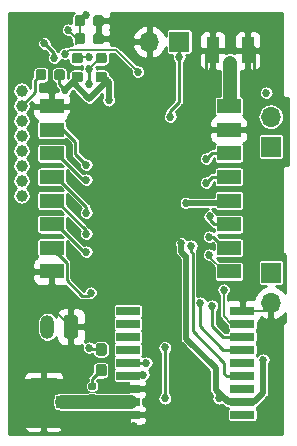
<source format=gbl>
G04 #@! TF.GenerationSoftware,KiCad,Pcbnew,(5.0.2)-1*
G04 #@! TF.CreationDate,2019-05-04T17:06:02+02:00*
G04 #@! TF.ProjectId,Cowbell_mini,436f7762-656c-46c5-9f6d-696e692e6b69,v0.4*
G04 #@! TF.SameCoordinates,Original*
G04 #@! TF.FileFunction,Copper,L2,Bot*
G04 #@! TF.FilePolarity,Positive*
%FSLAX46Y46*%
G04 Gerber Fmt 4.6, Leading zero omitted, Abs format (unit mm)*
G04 Created by KiCad (PCBNEW (5.0.2)-1) date 5/4/2019 5:06:02 PM*
%MOMM*%
%LPD*%
G01*
G04 APERTURE LIST*
G04 #@! TA.AperFunction,Conductor*
%ADD10C,0.150000*%
G04 #@! TD*
G04 #@! TA.AperFunction,SMDPad,CuDef*
%ADD11C,0.875000*%
G04 #@! TD*
G04 #@! TA.AperFunction,SMDPad,CuDef*
%ADD12R,1.000000X1.050000*%
G04 #@! TD*
G04 #@! TA.AperFunction,SMDPad,CuDef*
%ADD13R,1.050000X2.200000*%
G04 #@! TD*
G04 #@! TA.AperFunction,SMDPad,CuDef*
%ADD14R,2.000000X0.700000*%
G04 #@! TD*
G04 #@! TA.AperFunction,SMDPad,CuDef*
%ADD15R,2.000000X1.200000*%
G04 #@! TD*
G04 #@! TA.AperFunction,SMDPad,CuDef*
%ADD16R,1.050000X1.000000*%
G04 #@! TD*
G04 #@! TA.AperFunction,SMDPad,CuDef*
%ADD17R,2.200000X1.050000*%
G04 #@! TD*
G04 #@! TA.AperFunction,SMDPad,CuDef*
%ADD18C,0.590000*%
G04 #@! TD*
G04 #@! TA.AperFunction,SMDPad,CuDef*
%ADD19C,0.950000*%
G04 #@! TD*
G04 #@! TA.AperFunction,ComponentPad*
%ADD20O,1.200000X2.000000*%
G04 #@! TD*
G04 #@! TA.AperFunction,ComponentPad*
%ADD21C,1.200000*%
G04 #@! TD*
G04 #@! TA.AperFunction,ComponentPad*
%ADD22O,1.700000X1.700000*%
G04 #@! TD*
G04 #@! TA.AperFunction,ComponentPad*
%ADD23R,1.700000X1.700000*%
G04 #@! TD*
G04 #@! TA.AperFunction,ViaPad*
%ADD24C,0.685800*%
G04 #@! TD*
G04 #@! TA.AperFunction,ViaPad*
%ADD25C,1.000000*%
G04 #@! TD*
G04 #@! TA.AperFunction,Conductor*
%ADD26C,0.508000*%
G04 #@! TD*
G04 #@! TA.AperFunction,Conductor*
%ADD27C,0.152400*%
G04 #@! TD*
G04 #@! TA.AperFunction,Conductor*
%ADD28C,0.254000*%
G04 #@! TD*
G04 #@! TA.AperFunction,Conductor*
%ADD29C,1.200000*%
G04 #@! TD*
G04 #@! TA.AperFunction,Conductor*
%ADD30C,0.750000*%
G04 #@! TD*
G04 #@! TA.AperFunction,Conductor*
%ADD31C,0.025400*%
G04 #@! TD*
G04 APERTURE END LIST*
D10*
G04 #@! TO.N,GND*
G04 #@! TO.C,C203*
G36*
X123339691Y-28304053D02*
X123360926Y-28307203D01*
X123381750Y-28312419D01*
X123401962Y-28319651D01*
X123421368Y-28328830D01*
X123439781Y-28339866D01*
X123457024Y-28352654D01*
X123472930Y-28367070D01*
X123487346Y-28382976D01*
X123500134Y-28400219D01*
X123511170Y-28418632D01*
X123520349Y-28438038D01*
X123527581Y-28458250D01*
X123532797Y-28479074D01*
X123535947Y-28500309D01*
X123537000Y-28521750D01*
X123537000Y-29034250D01*
X123535947Y-29055691D01*
X123532797Y-29076926D01*
X123527581Y-29097750D01*
X123520349Y-29117962D01*
X123511170Y-29137368D01*
X123500134Y-29155781D01*
X123487346Y-29173024D01*
X123472930Y-29188930D01*
X123457024Y-29203346D01*
X123439781Y-29216134D01*
X123421368Y-29227170D01*
X123401962Y-29236349D01*
X123381750Y-29243581D01*
X123360926Y-29248797D01*
X123339691Y-29251947D01*
X123318250Y-29253000D01*
X122880750Y-29253000D01*
X122859309Y-29251947D01*
X122838074Y-29248797D01*
X122817250Y-29243581D01*
X122797038Y-29236349D01*
X122777632Y-29227170D01*
X122759219Y-29216134D01*
X122741976Y-29203346D01*
X122726070Y-29188930D01*
X122711654Y-29173024D01*
X122698866Y-29155781D01*
X122687830Y-29137368D01*
X122678651Y-29117962D01*
X122671419Y-29097750D01*
X122666203Y-29076926D01*
X122663053Y-29055691D01*
X122662000Y-29034250D01*
X122662000Y-28521750D01*
X122663053Y-28500309D01*
X122666203Y-28479074D01*
X122671419Y-28458250D01*
X122678651Y-28438038D01*
X122687830Y-28418632D01*
X122698866Y-28400219D01*
X122711654Y-28382976D01*
X122726070Y-28367070D01*
X122741976Y-28352654D01*
X122759219Y-28339866D01*
X122777632Y-28328830D01*
X122797038Y-28319651D01*
X122817250Y-28312419D01*
X122838074Y-28307203D01*
X122859309Y-28304053D01*
X122880750Y-28303000D01*
X123318250Y-28303000D01*
X123339691Y-28304053D01*
X123339691Y-28304053D01*
G37*
D11*
G04 #@! TD*
G04 #@! TO.P,C203,2*
G04 #@! TO.N,GND*
X123099500Y-28778000D03*
D10*
G04 #@! TO.N,+3V3*
G04 #@! TO.C,C203*
G36*
X121764691Y-28304053D02*
X121785926Y-28307203D01*
X121806750Y-28312419D01*
X121826962Y-28319651D01*
X121846368Y-28328830D01*
X121864781Y-28339866D01*
X121882024Y-28352654D01*
X121897930Y-28367070D01*
X121912346Y-28382976D01*
X121925134Y-28400219D01*
X121936170Y-28418632D01*
X121945349Y-28438038D01*
X121952581Y-28458250D01*
X121957797Y-28479074D01*
X121960947Y-28500309D01*
X121962000Y-28521750D01*
X121962000Y-29034250D01*
X121960947Y-29055691D01*
X121957797Y-29076926D01*
X121952581Y-29097750D01*
X121945349Y-29117962D01*
X121936170Y-29137368D01*
X121925134Y-29155781D01*
X121912346Y-29173024D01*
X121897930Y-29188930D01*
X121882024Y-29203346D01*
X121864781Y-29216134D01*
X121846368Y-29227170D01*
X121826962Y-29236349D01*
X121806750Y-29243581D01*
X121785926Y-29248797D01*
X121764691Y-29251947D01*
X121743250Y-29253000D01*
X121305750Y-29253000D01*
X121284309Y-29251947D01*
X121263074Y-29248797D01*
X121242250Y-29243581D01*
X121222038Y-29236349D01*
X121202632Y-29227170D01*
X121184219Y-29216134D01*
X121166976Y-29203346D01*
X121151070Y-29188930D01*
X121136654Y-29173024D01*
X121123866Y-29155781D01*
X121112830Y-29137368D01*
X121103651Y-29117962D01*
X121096419Y-29097750D01*
X121091203Y-29076926D01*
X121088053Y-29055691D01*
X121087000Y-29034250D01*
X121087000Y-28521750D01*
X121088053Y-28500309D01*
X121091203Y-28479074D01*
X121096419Y-28458250D01*
X121103651Y-28438038D01*
X121112830Y-28418632D01*
X121123866Y-28400219D01*
X121136654Y-28382976D01*
X121151070Y-28367070D01*
X121166976Y-28352654D01*
X121184219Y-28339866D01*
X121202632Y-28328830D01*
X121222038Y-28319651D01*
X121242250Y-28312419D01*
X121263074Y-28307203D01*
X121284309Y-28304053D01*
X121305750Y-28303000D01*
X121743250Y-28303000D01*
X121764691Y-28304053D01*
X121764691Y-28304053D01*
G37*
D11*
G04 #@! TD*
G04 #@! TO.P,C203,1*
G04 #@! TO.N,+3V3*
X121524500Y-28778000D03*
D10*
G04 #@! TO.N,GND*
G04 #@! TO.C,C202*
G36*
X123339691Y-29828053D02*
X123360926Y-29831203D01*
X123381750Y-29836419D01*
X123401962Y-29843651D01*
X123421368Y-29852830D01*
X123439781Y-29863866D01*
X123457024Y-29876654D01*
X123472930Y-29891070D01*
X123487346Y-29906976D01*
X123500134Y-29924219D01*
X123511170Y-29942632D01*
X123520349Y-29962038D01*
X123527581Y-29982250D01*
X123532797Y-30003074D01*
X123535947Y-30024309D01*
X123537000Y-30045750D01*
X123537000Y-30558250D01*
X123535947Y-30579691D01*
X123532797Y-30600926D01*
X123527581Y-30621750D01*
X123520349Y-30641962D01*
X123511170Y-30661368D01*
X123500134Y-30679781D01*
X123487346Y-30697024D01*
X123472930Y-30712930D01*
X123457024Y-30727346D01*
X123439781Y-30740134D01*
X123421368Y-30751170D01*
X123401962Y-30760349D01*
X123381750Y-30767581D01*
X123360926Y-30772797D01*
X123339691Y-30775947D01*
X123318250Y-30777000D01*
X122880750Y-30777000D01*
X122859309Y-30775947D01*
X122838074Y-30772797D01*
X122817250Y-30767581D01*
X122797038Y-30760349D01*
X122777632Y-30751170D01*
X122759219Y-30740134D01*
X122741976Y-30727346D01*
X122726070Y-30712930D01*
X122711654Y-30697024D01*
X122698866Y-30679781D01*
X122687830Y-30661368D01*
X122678651Y-30641962D01*
X122671419Y-30621750D01*
X122666203Y-30600926D01*
X122663053Y-30579691D01*
X122662000Y-30558250D01*
X122662000Y-30045750D01*
X122663053Y-30024309D01*
X122666203Y-30003074D01*
X122671419Y-29982250D01*
X122678651Y-29962038D01*
X122687830Y-29942632D01*
X122698866Y-29924219D01*
X122711654Y-29906976D01*
X122726070Y-29891070D01*
X122741976Y-29876654D01*
X122759219Y-29863866D01*
X122777632Y-29852830D01*
X122797038Y-29843651D01*
X122817250Y-29836419D01*
X122838074Y-29831203D01*
X122859309Y-29828053D01*
X122880750Y-29827000D01*
X123318250Y-29827000D01*
X123339691Y-29828053D01*
X123339691Y-29828053D01*
G37*
D11*
G04 #@! TD*
G04 #@! TO.P,C202,2*
G04 #@! TO.N,GND*
X123099500Y-30302000D03*
D10*
G04 #@! TO.N,+3V3*
G04 #@! TO.C,C202*
G36*
X121764691Y-29828053D02*
X121785926Y-29831203D01*
X121806750Y-29836419D01*
X121826962Y-29843651D01*
X121846368Y-29852830D01*
X121864781Y-29863866D01*
X121882024Y-29876654D01*
X121897930Y-29891070D01*
X121912346Y-29906976D01*
X121925134Y-29924219D01*
X121936170Y-29942632D01*
X121945349Y-29962038D01*
X121952581Y-29982250D01*
X121957797Y-30003074D01*
X121960947Y-30024309D01*
X121962000Y-30045750D01*
X121962000Y-30558250D01*
X121960947Y-30579691D01*
X121957797Y-30600926D01*
X121952581Y-30621750D01*
X121945349Y-30641962D01*
X121936170Y-30661368D01*
X121925134Y-30679781D01*
X121912346Y-30697024D01*
X121897930Y-30712930D01*
X121882024Y-30727346D01*
X121864781Y-30740134D01*
X121846368Y-30751170D01*
X121826962Y-30760349D01*
X121806750Y-30767581D01*
X121785926Y-30772797D01*
X121764691Y-30775947D01*
X121743250Y-30777000D01*
X121305750Y-30777000D01*
X121284309Y-30775947D01*
X121263074Y-30772797D01*
X121242250Y-30767581D01*
X121222038Y-30760349D01*
X121202632Y-30751170D01*
X121184219Y-30740134D01*
X121166976Y-30727346D01*
X121151070Y-30712930D01*
X121136654Y-30697024D01*
X121123866Y-30679781D01*
X121112830Y-30661368D01*
X121103651Y-30641962D01*
X121096419Y-30621750D01*
X121091203Y-30600926D01*
X121088053Y-30579691D01*
X121087000Y-30558250D01*
X121087000Y-30045750D01*
X121088053Y-30024309D01*
X121091203Y-30003074D01*
X121096419Y-29982250D01*
X121103651Y-29962038D01*
X121112830Y-29942632D01*
X121123866Y-29924219D01*
X121136654Y-29906976D01*
X121151070Y-29891070D01*
X121166976Y-29876654D01*
X121184219Y-29863866D01*
X121202632Y-29852830D01*
X121222038Y-29843651D01*
X121242250Y-29836419D01*
X121263074Y-29831203D01*
X121284309Y-29828053D01*
X121305750Y-29827000D01*
X121743250Y-29827000D01*
X121764691Y-29828053D01*
X121764691Y-29828053D01*
G37*
D11*
G04 #@! TD*
G04 #@! TO.P,C202,1*
G04 #@! TO.N,+3V3*
X121524500Y-30302000D03*
D12*
G04 #@! TO.P,J401,1*
G04 #@! TO.N,Net-(J401-Pad1)*
X134250000Y-32818000D03*
D13*
G04 #@! TO.P,J401,2*
G04 #@! TO.N,GND*
X132775000Y-31293000D03*
X135725000Y-31293000D03*
G04 #@! TD*
D14*
G04 #@! TO.P,U101,9*
G04 #@! TO.N,Net-(U101-Pad9)*
X135290000Y-62134000D03*
G04 #@! TO.P,U101,10*
G04 #@! TO.N,GND*
X125590000Y-62134000D03*
G04 #@! TO.P,U101,8*
G04 #@! TO.N,+3V3*
X135290000Y-61034000D03*
G04 #@! TO.P,U101,11*
G04 #@! TO.N,Net-(J101-Pad1)*
X125590000Y-61034000D03*
G04 #@! TO.P,U101,7*
G04 #@! TO.N,Net-(U101-Pad7)*
X135290000Y-59934000D03*
G04 #@! TO.P,U101,12*
G04 #@! TO.N,GND*
X125590000Y-59934000D03*
G04 #@! TO.P,U101,6*
G04 #@! TO.N,/VccGPS_backup*
X135290000Y-58834000D03*
G04 #@! TO.P,U101,13*
G04 #@! TO.N,Net-(Q102-Pad1)*
X125590000Y-58834000D03*
G04 #@! TO.P,U101,5*
G04 #@! TO.N,Net-(U101-Pad5)*
X135290000Y-57734000D03*
G04 #@! TO.P,U101,14*
G04 #@! TO.N,Net-(Q102-Pad2)*
X125590000Y-57734000D03*
G04 #@! TO.P,U101,4*
G04 #@! TO.N,Timepulse*
X135290000Y-56634000D03*
G04 #@! TO.P,U101,15*
G04 #@! TO.N,Net-(U101-Pad15)*
X125590000Y-56634000D03*
G04 #@! TO.P,U101,3*
G04 #@! TO.N,Rx0*
X135290000Y-55534000D03*
G04 #@! TO.P,U101,16*
G04 #@! TO.N,Net-(U101-Pad16)*
X125590000Y-55534000D03*
G04 #@! TO.P,U101,2*
G04 #@! TO.N,Tx0*
X135290000Y-54434000D03*
G04 #@! TO.P,U101,17*
G04 #@! TO.N,Net-(U101-Pad17)*
X125590000Y-54434000D03*
G04 #@! TO.P,U101,1*
G04 #@! TO.N,GND*
X135290000Y-53334000D03*
G04 #@! TO.P,U101,18*
G04 #@! TO.N,Net-(U101-Pad18)*
X125590000Y-53334000D03*
G04 #@! TD*
D15*
G04 #@! TO.P,U105,1*
G04 #@! TO.N,GND*
X119130000Y-50002000D03*
G04 #@! TO.P,U105,2*
G04 #@! TO.N,Net-(U103-Pad16)*
X119130000Y-48002000D03*
G04 #@! TO.P,U105,3*
G04 #@! TO.N,Net-(U103-Pad14)*
X119130000Y-46002000D03*
G04 #@! TO.P,U105,4*
G04 #@! TO.N,Net-(U103-Pad13)*
X119130000Y-44002000D03*
G04 #@! TO.P,U105,5*
G04 #@! TO.N,Net-(U103-Pad12)*
X119130000Y-42002000D03*
G04 #@! TO.P,U105,6*
G04 #@! TO.N,Net-(U103-Pad11)*
X119130000Y-40002000D03*
G04 #@! TO.P,U105,7*
G04 #@! TO.N,/DIO5*
X119130000Y-38002000D03*
G04 #@! TO.P,U105,8*
G04 #@! TO.N,GND*
X119130000Y-36002000D03*
G04 #@! TO.P,U105,9*
G04 #@! TO.N,Net-(J401-Pad1)*
X134130000Y-36002000D03*
G04 #@! TO.P,U105,10*
G04 #@! TO.N,GND*
X134130000Y-38002000D03*
G04 #@! TO.P,U105,11*
G04 #@! TO.N,/DIO3*
X134130000Y-40002000D03*
G04 #@! TO.P,U105,12*
G04 #@! TO.N,/DIO4*
X134130000Y-42002000D03*
G04 #@! TO.P,U105,13*
G04 #@! TO.N,+3V3*
X134130000Y-44002000D03*
G04 #@! TO.P,U105,14*
G04 #@! TO.N,/DIO0*
X134130000Y-46002000D03*
G04 #@! TO.P,U105,15*
G04 #@! TO.N,/DIO1*
X134130000Y-48002000D03*
G04 #@! TO.P,U105,16*
G04 #@! TO.N,/DIO2*
X134130000Y-50002000D03*
G04 #@! TD*
D16*
G04 #@! TO.P,J101,1*
G04 #@! TO.N,Net-(J101-Pad1)*
X120002000Y-61034000D03*
D17*
G04 #@! TO.P,J101,2*
G04 #@! TO.N,GND*
X118477000Y-62509000D03*
X118477000Y-59559000D03*
G04 #@! TD*
D10*
G04 #@! TO.N,Net-(L101-Pad2)*
G04 #@! TO.C,L101*
G36*
X122752958Y-59423590D02*
X122767276Y-59425714D01*
X122781317Y-59429231D01*
X122794946Y-59434108D01*
X122808031Y-59440297D01*
X122820447Y-59447738D01*
X122832073Y-59456361D01*
X122842798Y-59466082D01*
X122852519Y-59476807D01*
X122861142Y-59488433D01*
X122868583Y-59500849D01*
X122874772Y-59513934D01*
X122879649Y-59527563D01*
X122883166Y-59541604D01*
X122885290Y-59555922D01*
X122886000Y-59570380D01*
X122886000Y-59865380D01*
X122885290Y-59879838D01*
X122883166Y-59894156D01*
X122879649Y-59908197D01*
X122874772Y-59921826D01*
X122868583Y-59934911D01*
X122861142Y-59947327D01*
X122852519Y-59958953D01*
X122842798Y-59969678D01*
X122832073Y-59979399D01*
X122820447Y-59988022D01*
X122808031Y-59995463D01*
X122794946Y-60001652D01*
X122781317Y-60006529D01*
X122767276Y-60010046D01*
X122752958Y-60012170D01*
X122738500Y-60012880D01*
X122393500Y-60012880D01*
X122379042Y-60012170D01*
X122364724Y-60010046D01*
X122350683Y-60006529D01*
X122337054Y-60001652D01*
X122323969Y-59995463D01*
X122311553Y-59988022D01*
X122299927Y-59979399D01*
X122289202Y-59969678D01*
X122279481Y-59958953D01*
X122270858Y-59947327D01*
X122263417Y-59934911D01*
X122257228Y-59921826D01*
X122252351Y-59908197D01*
X122248834Y-59894156D01*
X122246710Y-59879838D01*
X122246000Y-59865380D01*
X122246000Y-59570380D01*
X122246710Y-59555922D01*
X122248834Y-59541604D01*
X122252351Y-59527563D01*
X122257228Y-59513934D01*
X122263417Y-59500849D01*
X122270858Y-59488433D01*
X122279481Y-59476807D01*
X122289202Y-59466082D01*
X122299927Y-59456361D01*
X122311553Y-59447738D01*
X122323969Y-59440297D01*
X122337054Y-59434108D01*
X122350683Y-59429231D01*
X122364724Y-59425714D01*
X122379042Y-59423590D01*
X122393500Y-59422880D01*
X122738500Y-59422880D01*
X122752958Y-59423590D01*
X122752958Y-59423590D01*
G37*
D18*
G04 #@! TD*
G04 #@! TO.P,L101,2*
G04 #@! TO.N,Net-(L101-Pad2)*
X122566000Y-59717880D03*
D10*
G04 #@! TO.N,Net-(J101-Pad1)*
G04 #@! TO.C,L101*
G36*
X122752958Y-60393590D02*
X122767276Y-60395714D01*
X122781317Y-60399231D01*
X122794946Y-60404108D01*
X122808031Y-60410297D01*
X122820447Y-60417738D01*
X122832073Y-60426361D01*
X122842798Y-60436082D01*
X122852519Y-60446807D01*
X122861142Y-60458433D01*
X122868583Y-60470849D01*
X122874772Y-60483934D01*
X122879649Y-60497563D01*
X122883166Y-60511604D01*
X122885290Y-60525922D01*
X122886000Y-60540380D01*
X122886000Y-60835380D01*
X122885290Y-60849838D01*
X122883166Y-60864156D01*
X122879649Y-60878197D01*
X122874772Y-60891826D01*
X122868583Y-60904911D01*
X122861142Y-60917327D01*
X122852519Y-60928953D01*
X122842798Y-60939678D01*
X122832073Y-60949399D01*
X122820447Y-60958022D01*
X122808031Y-60965463D01*
X122794946Y-60971652D01*
X122781317Y-60976529D01*
X122767276Y-60980046D01*
X122752958Y-60982170D01*
X122738500Y-60982880D01*
X122393500Y-60982880D01*
X122379042Y-60982170D01*
X122364724Y-60980046D01*
X122350683Y-60976529D01*
X122337054Y-60971652D01*
X122323969Y-60965463D01*
X122311553Y-60958022D01*
X122299927Y-60949399D01*
X122289202Y-60939678D01*
X122279481Y-60928953D01*
X122270858Y-60917327D01*
X122263417Y-60904911D01*
X122257228Y-60891826D01*
X122252351Y-60878197D01*
X122248834Y-60864156D01*
X122246710Y-60849838D01*
X122246000Y-60835380D01*
X122246000Y-60540380D01*
X122246710Y-60525922D01*
X122248834Y-60511604D01*
X122252351Y-60497563D01*
X122257228Y-60483934D01*
X122263417Y-60470849D01*
X122270858Y-60458433D01*
X122279481Y-60446807D01*
X122289202Y-60436082D01*
X122299927Y-60426361D01*
X122311553Y-60417738D01*
X122323969Y-60410297D01*
X122337054Y-60404108D01*
X122350683Y-60399231D01*
X122364724Y-60395714D01*
X122379042Y-60393590D01*
X122393500Y-60392880D01*
X122738500Y-60392880D01*
X122752958Y-60393590D01*
X122752958Y-60393590D01*
G37*
D18*
G04 #@! TD*
G04 #@! TO.P,L101,1*
G04 #@! TO.N,Net-(J101-Pad1)*
X122566000Y-60687880D03*
D10*
G04 #@! TO.N,Net-(Q102-Pad4)*
G04 #@! TO.C,R102*
G36*
X123588779Y-56081144D02*
X123611834Y-56084563D01*
X123634443Y-56090227D01*
X123656387Y-56098079D01*
X123677457Y-56108044D01*
X123697448Y-56120026D01*
X123716168Y-56133910D01*
X123733438Y-56149562D01*
X123749090Y-56166832D01*
X123762974Y-56185552D01*
X123774956Y-56205543D01*
X123784921Y-56226613D01*
X123792773Y-56248557D01*
X123798437Y-56271166D01*
X123801856Y-56294221D01*
X123803000Y-56317500D01*
X123803000Y-56892500D01*
X123801856Y-56915779D01*
X123798437Y-56938834D01*
X123792773Y-56961443D01*
X123784921Y-56983387D01*
X123774956Y-57004457D01*
X123762974Y-57024448D01*
X123749090Y-57043168D01*
X123733438Y-57060438D01*
X123716168Y-57076090D01*
X123697448Y-57089974D01*
X123677457Y-57101956D01*
X123656387Y-57111921D01*
X123634443Y-57119773D01*
X123611834Y-57125437D01*
X123588779Y-57128856D01*
X123565500Y-57130000D01*
X123090500Y-57130000D01*
X123067221Y-57128856D01*
X123044166Y-57125437D01*
X123021557Y-57119773D01*
X122999613Y-57111921D01*
X122978543Y-57101956D01*
X122958552Y-57089974D01*
X122939832Y-57076090D01*
X122922562Y-57060438D01*
X122906910Y-57043168D01*
X122893026Y-57024448D01*
X122881044Y-57004457D01*
X122871079Y-56983387D01*
X122863227Y-56961443D01*
X122857563Y-56938834D01*
X122854144Y-56915779D01*
X122853000Y-56892500D01*
X122853000Y-56317500D01*
X122854144Y-56294221D01*
X122857563Y-56271166D01*
X122863227Y-56248557D01*
X122871079Y-56226613D01*
X122881044Y-56205543D01*
X122893026Y-56185552D01*
X122906910Y-56166832D01*
X122922562Y-56149562D01*
X122939832Y-56133910D01*
X122958552Y-56120026D01*
X122978543Y-56108044D01*
X122999613Y-56098079D01*
X123021557Y-56090227D01*
X123044166Y-56084563D01*
X123067221Y-56081144D01*
X123090500Y-56080000D01*
X123565500Y-56080000D01*
X123588779Y-56081144D01*
X123588779Y-56081144D01*
G37*
D19*
G04 #@! TD*
G04 #@! TO.P,R102,2*
G04 #@! TO.N,Net-(Q102-Pad4)*
X123328000Y-56605000D03*
D10*
G04 #@! TO.N,Net-(L101-Pad2)*
G04 #@! TO.C,R102*
G36*
X123588779Y-57831144D02*
X123611834Y-57834563D01*
X123634443Y-57840227D01*
X123656387Y-57848079D01*
X123677457Y-57858044D01*
X123697448Y-57870026D01*
X123716168Y-57883910D01*
X123733438Y-57899562D01*
X123749090Y-57916832D01*
X123762974Y-57935552D01*
X123774956Y-57955543D01*
X123784921Y-57976613D01*
X123792773Y-57998557D01*
X123798437Y-58021166D01*
X123801856Y-58044221D01*
X123803000Y-58067500D01*
X123803000Y-58642500D01*
X123801856Y-58665779D01*
X123798437Y-58688834D01*
X123792773Y-58711443D01*
X123784921Y-58733387D01*
X123774956Y-58754457D01*
X123762974Y-58774448D01*
X123749090Y-58793168D01*
X123733438Y-58810438D01*
X123716168Y-58826090D01*
X123697448Y-58839974D01*
X123677457Y-58851956D01*
X123656387Y-58861921D01*
X123634443Y-58869773D01*
X123611834Y-58875437D01*
X123588779Y-58878856D01*
X123565500Y-58880000D01*
X123090500Y-58880000D01*
X123067221Y-58878856D01*
X123044166Y-58875437D01*
X123021557Y-58869773D01*
X122999613Y-58861921D01*
X122978543Y-58851956D01*
X122958552Y-58839974D01*
X122939832Y-58826090D01*
X122922562Y-58810438D01*
X122906910Y-58793168D01*
X122893026Y-58774448D01*
X122881044Y-58754457D01*
X122871079Y-58733387D01*
X122863227Y-58711443D01*
X122857563Y-58688834D01*
X122854144Y-58665779D01*
X122853000Y-58642500D01*
X122853000Y-58067500D01*
X122854144Y-58044221D01*
X122857563Y-58021166D01*
X122863227Y-57998557D01*
X122871079Y-57976613D01*
X122881044Y-57955543D01*
X122893026Y-57935552D01*
X122906910Y-57916832D01*
X122922562Y-57899562D01*
X122939832Y-57883910D01*
X122958552Y-57870026D01*
X122978543Y-57858044D01*
X122999613Y-57848079D01*
X123021557Y-57840227D01*
X123044166Y-57834563D01*
X123067221Y-57831144D01*
X123090500Y-57830000D01*
X123565500Y-57830000D01*
X123588779Y-57831144D01*
X123588779Y-57831144D01*
G37*
D19*
G04 #@! TD*
G04 #@! TO.P,R102,1*
G04 #@! TO.N,Net-(L101-Pad2)*
X123328000Y-58355000D03*
D10*
G04 #@! TO.N,+3V3*
G04 #@! TO.C,R201*
G36*
X121573691Y-33091453D02*
X121594926Y-33094603D01*
X121615750Y-33099819D01*
X121635962Y-33107051D01*
X121655368Y-33116230D01*
X121673781Y-33127266D01*
X121691024Y-33140054D01*
X121706930Y-33154470D01*
X121721346Y-33170376D01*
X121734134Y-33187619D01*
X121745170Y-33206032D01*
X121754349Y-33225438D01*
X121761581Y-33245650D01*
X121766797Y-33266474D01*
X121769947Y-33287709D01*
X121771000Y-33309150D01*
X121771000Y-33746650D01*
X121769947Y-33768091D01*
X121766797Y-33789326D01*
X121761581Y-33810150D01*
X121754349Y-33830362D01*
X121745170Y-33849768D01*
X121734134Y-33868181D01*
X121721346Y-33885424D01*
X121706930Y-33901330D01*
X121691024Y-33915746D01*
X121673781Y-33928534D01*
X121655368Y-33939570D01*
X121635962Y-33948749D01*
X121615750Y-33955981D01*
X121594926Y-33961197D01*
X121573691Y-33964347D01*
X121552250Y-33965400D01*
X121039750Y-33965400D01*
X121018309Y-33964347D01*
X120997074Y-33961197D01*
X120976250Y-33955981D01*
X120956038Y-33948749D01*
X120936632Y-33939570D01*
X120918219Y-33928534D01*
X120900976Y-33915746D01*
X120885070Y-33901330D01*
X120870654Y-33885424D01*
X120857866Y-33868181D01*
X120846830Y-33849768D01*
X120837651Y-33830362D01*
X120830419Y-33810150D01*
X120825203Y-33789326D01*
X120822053Y-33768091D01*
X120821000Y-33746650D01*
X120821000Y-33309150D01*
X120822053Y-33287709D01*
X120825203Y-33266474D01*
X120830419Y-33245650D01*
X120837651Y-33225438D01*
X120846830Y-33206032D01*
X120857866Y-33187619D01*
X120870654Y-33170376D01*
X120885070Y-33154470D01*
X120900976Y-33140054D01*
X120918219Y-33127266D01*
X120936632Y-33116230D01*
X120956038Y-33107051D01*
X120976250Y-33099819D01*
X120997074Y-33094603D01*
X121018309Y-33091453D01*
X121039750Y-33090400D01*
X121552250Y-33090400D01*
X121573691Y-33091453D01*
X121573691Y-33091453D01*
G37*
D11*
G04 #@! TD*
G04 #@! TO.P,R201,2*
G04 #@! TO.N,+3V3*
X121296000Y-33527900D03*
D10*
G04 #@! TO.N,SCL*
G04 #@! TO.C,R201*
G36*
X121573691Y-31516453D02*
X121594926Y-31519603D01*
X121615750Y-31524819D01*
X121635962Y-31532051D01*
X121655368Y-31541230D01*
X121673781Y-31552266D01*
X121691024Y-31565054D01*
X121706930Y-31579470D01*
X121721346Y-31595376D01*
X121734134Y-31612619D01*
X121745170Y-31631032D01*
X121754349Y-31650438D01*
X121761581Y-31670650D01*
X121766797Y-31691474D01*
X121769947Y-31712709D01*
X121771000Y-31734150D01*
X121771000Y-32171650D01*
X121769947Y-32193091D01*
X121766797Y-32214326D01*
X121761581Y-32235150D01*
X121754349Y-32255362D01*
X121745170Y-32274768D01*
X121734134Y-32293181D01*
X121721346Y-32310424D01*
X121706930Y-32326330D01*
X121691024Y-32340746D01*
X121673781Y-32353534D01*
X121655368Y-32364570D01*
X121635962Y-32373749D01*
X121615750Y-32380981D01*
X121594926Y-32386197D01*
X121573691Y-32389347D01*
X121552250Y-32390400D01*
X121039750Y-32390400D01*
X121018309Y-32389347D01*
X120997074Y-32386197D01*
X120976250Y-32380981D01*
X120956038Y-32373749D01*
X120936632Y-32364570D01*
X120918219Y-32353534D01*
X120900976Y-32340746D01*
X120885070Y-32326330D01*
X120870654Y-32310424D01*
X120857866Y-32293181D01*
X120846830Y-32274768D01*
X120837651Y-32255362D01*
X120830419Y-32235150D01*
X120825203Y-32214326D01*
X120822053Y-32193091D01*
X120821000Y-32171650D01*
X120821000Y-31734150D01*
X120822053Y-31712709D01*
X120825203Y-31691474D01*
X120830419Y-31670650D01*
X120837651Y-31650438D01*
X120846830Y-31631032D01*
X120857866Y-31612619D01*
X120870654Y-31595376D01*
X120885070Y-31579470D01*
X120900976Y-31565054D01*
X120918219Y-31552266D01*
X120936632Y-31541230D01*
X120956038Y-31532051D01*
X120976250Y-31524819D01*
X120997074Y-31519603D01*
X121018309Y-31516453D01*
X121039750Y-31515400D01*
X121552250Y-31515400D01*
X121573691Y-31516453D01*
X121573691Y-31516453D01*
G37*
D11*
G04 #@! TD*
G04 #@! TO.P,R201,1*
G04 #@! TO.N,SCL*
X121296000Y-31952900D03*
D10*
G04 #@! TO.N,SDA*
G04 #@! TO.C,R202*
G36*
X123605691Y-31516453D02*
X123626926Y-31519603D01*
X123647750Y-31524819D01*
X123667962Y-31532051D01*
X123687368Y-31541230D01*
X123705781Y-31552266D01*
X123723024Y-31565054D01*
X123738930Y-31579470D01*
X123753346Y-31595376D01*
X123766134Y-31612619D01*
X123777170Y-31631032D01*
X123786349Y-31650438D01*
X123793581Y-31670650D01*
X123798797Y-31691474D01*
X123801947Y-31712709D01*
X123803000Y-31734150D01*
X123803000Y-32171650D01*
X123801947Y-32193091D01*
X123798797Y-32214326D01*
X123793581Y-32235150D01*
X123786349Y-32255362D01*
X123777170Y-32274768D01*
X123766134Y-32293181D01*
X123753346Y-32310424D01*
X123738930Y-32326330D01*
X123723024Y-32340746D01*
X123705781Y-32353534D01*
X123687368Y-32364570D01*
X123667962Y-32373749D01*
X123647750Y-32380981D01*
X123626926Y-32386197D01*
X123605691Y-32389347D01*
X123584250Y-32390400D01*
X123071750Y-32390400D01*
X123050309Y-32389347D01*
X123029074Y-32386197D01*
X123008250Y-32380981D01*
X122988038Y-32373749D01*
X122968632Y-32364570D01*
X122950219Y-32353534D01*
X122932976Y-32340746D01*
X122917070Y-32326330D01*
X122902654Y-32310424D01*
X122889866Y-32293181D01*
X122878830Y-32274768D01*
X122869651Y-32255362D01*
X122862419Y-32235150D01*
X122857203Y-32214326D01*
X122854053Y-32193091D01*
X122853000Y-32171650D01*
X122853000Y-31734150D01*
X122854053Y-31712709D01*
X122857203Y-31691474D01*
X122862419Y-31670650D01*
X122869651Y-31650438D01*
X122878830Y-31631032D01*
X122889866Y-31612619D01*
X122902654Y-31595376D01*
X122917070Y-31579470D01*
X122932976Y-31565054D01*
X122950219Y-31552266D01*
X122968632Y-31541230D01*
X122988038Y-31532051D01*
X123008250Y-31524819D01*
X123029074Y-31519603D01*
X123050309Y-31516453D01*
X123071750Y-31515400D01*
X123584250Y-31515400D01*
X123605691Y-31516453D01*
X123605691Y-31516453D01*
G37*
D11*
G04 #@! TD*
G04 #@! TO.P,R202,2*
G04 #@! TO.N,SDA*
X123328000Y-31952900D03*
D10*
G04 #@! TO.N,+3V3*
G04 #@! TO.C,R202*
G36*
X123605691Y-33091453D02*
X123626926Y-33094603D01*
X123647750Y-33099819D01*
X123667962Y-33107051D01*
X123687368Y-33116230D01*
X123705781Y-33127266D01*
X123723024Y-33140054D01*
X123738930Y-33154470D01*
X123753346Y-33170376D01*
X123766134Y-33187619D01*
X123777170Y-33206032D01*
X123786349Y-33225438D01*
X123793581Y-33245650D01*
X123798797Y-33266474D01*
X123801947Y-33287709D01*
X123803000Y-33309150D01*
X123803000Y-33746650D01*
X123801947Y-33768091D01*
X123798797Y-33789326D01*
X123793581Y-33810150D01*
X123786349Y-33830362D01*
X123777170Y-33849768D01*
X123766134Y-33868181D01*
X123753346Y-33885424D01*
X123738930Y-33901330D01*
X123723024Y-33915746D01*
X123705781Y-33928534D01*
X123687368Y-33939570D01*
X123667962Y-33948749D01*
X123647750Y-33955981D01*
X123626926Y-33961197D01*
X123605691Y-33964347D01*
X123584250Y-33965400D01*
X123071750Y-33965400D01*
X123050309Y-33964347D01*
X123029074Y-33961197D01*
X123008250Y-33955981D01*
X122988038Y-33948749D01*
X122968632Y-33939570D01*
X122950219Y-33928534D01*
X122932976Y-33915746D01*
X122917070Y-33901330D01*
X122902654Y-33885424D01*
X122889866Y-33868181D01*
X122878830Y-33849768D01*
X122869651Y-33830362D01*
X122862419Y-33810150D01*
X122857203Y-33789326D01*
X122854053Y-33768091D01*
X122853000Y-33746650D01*
X122853000Y-33309150D01*
X122854053Y-33287709D01*
X122857203Y-33266474D01*
X122862419Y-33245650D01*
X122869651Y-33225438D01*
X122878830Y-33206032D01*
X122889866Y-33187619D01*
X122902654Y-33170376D01*
X122917070Y-33154470D01*
X122932976Y-33140054D01*
X122950219Y-33127266D01*
X122968632Y-33116230D01*
X122988038Y-33107051D01*
X123008250Y-33099819D01*
X123029074Y-33094603D01*
X123050309Y-33091453D01*
X123071750Y-33090400D01*
X123584250Y-33090400D01*
X123605691Y-33091453D01*
X123605691Y-33091453D01*
G37*
D11*
G04 #@! TD*
G04 #@! TO.P,R202,1*
G04 #@! TO.N,+3V3*
X123328000Y-33527900D03*
D10*
G04 #@! TO.N,Net-(R307-Pad2)*
G04 #@! TO.C,R307*
G36*
X118462691Y-32876053D02*
X118483926Y-32879203D01*
X118504750Y-32884419D01*
X118524962Y-32891651D01*
X118544368Y-32900830D01*
X118562781Y-32911866D01*
X118580024Y-32924654D01*
X118595930Y-32939070D01*
X118610346Y-32954976D01*
X118623134Y-32972219D01*
X118634170Y-32990632D01*
X118643349Y-33010038D01*
X118650581Y-33030250D01*
X118655797Y-33051074D01*
X118658947Y-33072309D01*
X118660000Y-33093750D01*
X118660000Y-33606250D01*
X118658947Y-33627691D01*
X118655797Y-33648926D01*
X118650581Y-33669750D01*
X118643349Y-33689962D01*
X118634170Y-33709368D01*
X118623134Y-33727781D01*
X118610346Y-33745024D01*
X118595930Y-33760930D01*
X118580024Y-33775346D01*
X118562781Y-33788134D01*
X118544368Y-33799170D01*
X118524962Y-33808349D01*
X118504750Y-33815581D01*
X118483926Y-33820797D01*
X118462691Y-33823947D01*
X118441250Y-33825000D01*
X118003750Y-33825000D01*
X117982309Y-33823947D01*
X117961074Y-33820797D01*
X117940250Y-33815581D01*
X117920038Y-33808349D01*
X117900632Y-33799170D01*
X117882219Y-33788134D01*
X117864976Y-33775346D01*
X117849070Y-33760930D01*
X117834654Y-33745024D01*
X117821866Y-33727781D01*
X117810830Y-33709368D01*
X117801651Y-33689962D01*
X117794419Y-33669750D01*
X117789203Y-33648926D01*
X117786053Y-33627691D01*
X117785000Y-33606250D01*
X117785000Y-33093750D01*
X117786053Y-33072309D01*
X117789203Y-33051074D01*
X117794419Y-33030250D01*
X117801651Y-33010038D01*
X117810830Y-32990632D01*
X117821866Y-32972219D01*
X117834654Y-32954976D01*
X117849070Y-32939070D01*
X117864976Y-32924654D01*
X117882219Y-32911866D01*
X117900632Y-32900830D01*
X117920038Y-32891651D01*
X117940250Y-32884419D01*
X117961074Y-32879203D01*
X117982309Y-32876053D01*
X118003750Y-32875000D01*
X118441250Y-32875000D01*
X118462691Y-32876053D01*
X118462691Y-32876053D01*
G37*
D11*
G04 #@! TD*
G04 #@! TO.P,R307,2*
G04 #@! TO.N,Net-(R307-Pad2)*
X118222500Y-33350000D03*
D10*
G04 #@! TO.N,+3V3*
G04 #@! TO.C,R307*
G36*
X120037691Y-32876053D02*
X120058926Y-32879203D01*
X120079750Y-32884419D01*
X120099962Y-32891651D01*
X120119368Y-32900830D01*
X120137781Y-32911866D01*
X120155024Y-32924654D01*
X120170930Y-32939070D01*
X120185346Y-32954976D01*
X120198134Y-32972219D01*
X120209170Y-32990632D01*
X120218349Y-33010038D01*
X120225581Y-33030250D01*
X120230797Y-33051074D01*
X120233947Y-33072309D01*
X120235000Y-33093750D01*
X120235000Y-33606250D01*
X120233947Y-33627691D01*
X120230797Y-33648926D01*
X120225581Y-33669750D01*
X120218349Y-33689962D01*
X120209170Y-33709368D01*
X120198134Y-33727781D01*
X120185346Y-33745024D01*
X120170930Y-33760930D01*
X120155024Y-33775346D01*
X120137781Y-33788134D01*
X120119368Y-33799170D01*
X120099962Y-33808349D01*
X120079750Y-33815581D01*
X120058926Y-33820797D01*
X120037691Y-33823947D01*
X120016250Y-33825000D01*
X119578750Y-33825000D01*
X119557309Y-33823947D01*
X119536074Y-33820797D01*
X119515250Y-33815581D01*
X119495038Y-33808349D01*
X119475632Y-33799170D01*
X119457219Y-33788134D01*
X119439976Y-33775346D01*
X119424070Y-33760930D01*
X119409654Y-33745024D01*
X119396866Y-33727781D01*
X119385830Y-33709368D01*
X119376651Y-33689962D01*
X119369419Y-33669750D01*
X119364203Y-33648926D01*
X119361053Y-33627691D01*
X119360000Y-33606250D01*
X119360000Y-33093750D01*
X119361053Y-33072309D01*
X119364203Y-33051074D01*
X119369419Y-33030250D01*
X119376651Y-33010038D01*
X119385830Y-32990632D01*
X119396866Y-32972219D01*
X119409654Y-32954976D01*
X119424070Y-32939070D01*
X119439976Y-32924654D01*
X119457219Y-32911866D01*
X119475632Y-32900830D01*
X119495038Y-32891651D01*
X119515250Y-32884419D01*
X119536074Y-32879203D01*
X119557309Y-32876053D01*
X119578750Y-32875000D01*
X120016250Y-32875000D01*
X120037691Y-32876053D01*
X120037691Y-32876053D01*
G37*
D11*
G04 #@! TD*
G04 #@! TO.P,R307,1*
G04 #@! TO.N,+3V3*
X119797500Y-33350000D03*
D20*
G04 #@! TO.P,BT101,1*
G04 #@! TO.N,/Vbat*
X118772000Y-54686000D03*
D10*
G04 #@! TD*
G04 #@! TO.N,GND*
G04 #@! TO.C,BT101*
G36*
X121101405Y-53687445D02*
X121130527Y-53691764D01*
X121159085Y-53698918D01*
X121186805Y-53708836D01*
X121213419Y-53721424D01*
X121238671Y-53736559D01*
X121262318Y-53754097D01*
X121284132Y-53773868D01*
X121303903Y-53795682D01*
X121321441Y-53819329D01*
X121336576Y-53844581D01*
X121349164Y-53871195D01*
X121359082Y-53898915D01*
X121366236Y-53927473D01*
X121370555Y-53956595D01*
X121372000Y-53986000D01*
X121372000Y-55386000D01*
X121370555Y-55415405D01*
X121366236Y-55444527D01*
X121359082Y-55473085D01*
X121349164Y-55500805D01*
X121336576Y-55527419D01*
X121321441Y-55552671D01*
X121303903Y-55576318D01*
X121284132Y-55598132D01*
X121262318Y-55617903D01*
X121238671Y-55635441D01*
X121213419Y-55650576D01*
X121186805Y-55663164D01*
X121159085Y-55673082D01*
X121130527Y-55680236D01*
X121101405Y-55684555D01*
X121072000Y-55686000D01*
X120472000Y-55686000D01*
X120442595Y-55684555D01*
X120413473Y-55680236D01*
X120384915Y-55673082D01*
X120357195Y-55663164D01*
X120330581Y-55650576D01*
X120305329Y-55635441D01*
X120281682Y-55617903D01*
X120259868Y-55598132D01*
X120240097Y-55576318D01*
X120222559Y-55552671D01*
X120207424Y-55527419D01*
X120194836Y-55500805D01*
X120184918Y-55473085D01*
X120177764Y-55444527D01*
X120173445Y-55415405D01*
X120172000Y-55386000D01*
X120172000Y-53986000D01*
X120173445Y-53956595D01*
X120177764Y-53927473D01*
X120184918Y-53898915D01*
X120194836Y-53871195D01*
X120207424Y-53844581D01*
X120222559Y-53819329D01*
X120240097Y-53795682D01*
X120259868Y-53773868D01*
X120281682Y-53754097D01*
X120305329Y-53736559D01*
X120330581Y-53721424D01*
X120357195Y-53708836D01*
X120384915Y-53698918D01*
X120413473Y-53691764D01*
X120442595Y-53687445D01*
X120472000Y-53686000D01*
X121072000Y-53686000D01*
X121101405Y-53687445D01*
X121101405Y-53687445D01*
G37*
D21*
G04 #@! TO.P,BT101,2*
G04 #@! TO.N,GND*
X120772000Y-54686000D03*
G04 #@! TD*
D22*
G04 #@! TO.P,J105,2*
G04 #@! TO.N,GND*
X137700000Y-52654000D03*
D23*
G04 #@! TO.P,J105,1*
G04 #@! TO.N,Net-(J105-Pad1)*
X137700000Y-50114000D03*
G04 #@! TD*
D22*
G04 #@! TO.P,J102,2*
G04 #@! TO.N,GND*
X127392000Y-30556000D03*
D23*
G04 #@! TO.P,J102,1*
G04 #@! TO.N,/VccGPS_backup*
X129932000Y-30556000D03*
G04 #@! TD*
G04 #@! TO.P,J104,1*
G04 #@! TO.N,Net-(J104-Pad1)*
X137700000Y-39446000D03*
D22*
G04 #@! TO.P,J104,2*
G04 #@! TO.N,Net-(J104-Pad2)*
X137700000Y-36906000D03*
G04 #@! TD*
D24*
G04 #@! TO.N,GND*
X117872080Y-59560260D03*
X117813660Y-62511740D03*
X135789240Y-31925060D03*
X135753680Y-30644900D03*
X132715840Y-31942840D03*
X132741240Y-30655060D03*
X124816440Y-42455900D03*
X127356440Y-41439900D03*
X124816440Y-41439900D03*
X123546440Y-41439900D03*
X126086440Y-41439900D03*
X127356440Y-42455900D03*
X123546440Y-42455900D03*
X126086440Y-42455900D03*
X132726000Y-33045200D03*
X124852000Y-39446000D03*
X130700000Y-38300000D03*
X126122000Y-39446000D03*
X130701620Y-40487400D03*
X127392000Y-40462000D03*
X126122000Y-40462000D03*
X130701620Y-39336780D03*
X131710000Y-38176000D03*
X122200000Y-39550000D03*
X117623160Y-58046420D03*
X120310480Y-59473900D03*
X123739480Y-59522160D03*
X123582000Y-40462000D03*
X124852000Y-40462000D03*
X127392000Y-39446000D03*
X131202000Y-32080000D03*
X131202000Y-33350000D03*
X131202000Y-34620000D03*
X123582000Y-39446000D03*
X124852000Y-35636000D03*
D25*
X116586000Y-33426400D03*
D24*
X122820000Y-49098000D03*
X123074000Y-55194000D03*
X120788000Y-57734000D03*
X126344201Y-36550690D03*
X127509343Y-36550000D03*
X125061630Y-36550690D03*
X122950000Y-36550000D03*
X120733462Y-36906000D03*
X125028592Y-34080831D03*
X126557632Y-35609870D03*
X124534490Y-32148130D03*
X124534490Y-33257202D03*
X138131120Y-28813560D03*
X129170000Y-33350000D03*
X129170000Y-32334000D03*
X130704160Y-41597380D03*
X123091780Y-44266920D03*
X125091780Y-44266920D03*
X127091780Y-44266920D03*
X129091780Y-44266920D03*
X123091780Y-46266920D03*
X125091780Y-46266920D03*
X127091780Y-46266920D03*
X129091780Y-46266920D03*
X123091780Y-48266920D03*
X125091780Y-48266920D03*
X127091780Y-48266920D03*
X129091780Y-48266920D03*
X138131120Y-30813560D03*
X138131120Y-32813560D03*
X138161600Y-34813560D03*
X138133660Y-40843000D03*
X138131120Y-42813560D03*
X138131120Y-44813560D03*
X138131120Y-46813560D03*
X138138740Y-48681440D03*
X138131120Y-52813560D03*
X138131120Y-54813560D03*
X138131120Y-56813560D03*
X138131120Y-58813560D03*
X138131120Y-60813560D03*
X116104240Y-28785620D03*
X126104240Y-28785620D03*
X128104240Y-28785620D03*
X130104240Y-28785620D03*
X132104240Y-28785620D03*
X134104240Y-28785620D03*
X136104240Y-28785620D03*
X138104240Y-28785620D03*
X116104240Y-30785620D03*
X116104240Y-44785620D03*
X116104240Y-46785620D03*
X116104240Y-48785620D03*
X116104240Y-50785620D03*
X116104240Y-52785620D03*
X116104240Y-54785620D03*
X116104240Y-56785620D03*
X116104240Y-58785620D03*
X116104240Y-60903920D03*
X116094080Y-63108640D03*
X122094080Y-63108640D03*
X124094080Y-63108640D03*
X126094080Y-63108640D03*
X128094080Y-63108640D03*
X130094080Y-63108640D03*
X132094080Y-63108640D03*
X134094080Y-63108640D03*
X136094080Y-63108640D03*
X138094080Y-63108640D03*
X137391980Y-61825940D03*
X137135440Y-55704540D03*
X128214960Y-35653780D03*
X132065600Y-39217400D03*
X117422500Y-51828500D03*
X127836500Y-53085800D03*
X131260000Y-59230000D03*
X119098900Y-62493960D03*
X119111600Y-59532320D03*
X120846420Y-56690060D03*
D25*
X119347820Y-51907240D03*
X137305620Y-33360160D03*
D24*
X122444080Y-62394900D03*
X132733620Y-34393940D03*
X120320640Y-62407600D03*
X121402680Y-62399980D03*
X121374740Y-59484060D03*
X123490560Y-62364420D03*
X117623160Y-56789120D03*
X119591660Y-56789120D03*
X119578960Y-58015940D03*
X117658720Y-53207720D03*
X118220060Y-28795780D03*
X120079340Y-63080700D03*
X129332560Y-53108660D03*
X128811860Y-54211020D03*
G04 #@! TO.N,Tx0*
X133700000Y-51550000D03*
G04 #@! TO.N,Rx0*
X132715000Y-52897010D03*
D25*
G04 #@! TO.N,+3V3*
X116586000Y-34696400D03*
D24*
X137044000Y-57480000D03*
X130504145Y-44207855D03*
X120534000Y-29540000D03*
X122058000Y-28270000D03*
X123963000Y-35509000D03*
X120280000Y-34620000D03*
X130112340Y-47624800D03*
X133292000Y-60754000D03*
X119337660Y-31907280D03*
X118507080Y-30705860D03*
D25*
G04 #@! TO.N,SCL*
X116586000Y-43586400D03*
D24*
X122312000Y-31826000D03*
D25*
G04 #@! TO.N,SDA*
X116586000Y-42316400D03*
D24*
X122312002Y-32842000D03*
X122312000Y-34112000D03*
G04 #@! TO.N,Net-(U103-Pad16)*
X122450000Y-51799994D03*
G04 #@! TO.N,Net-(U103-Pad14)*
X122058000Y-48336000D03*
D25*
G04 #@! TO.N,Net-(U103-Pad5)*
X116586000Y-38506400D03*
G04 #@! TO.N,Net-(U103-Pad4)*
X116586000Y-37236400D03*
D24*
G04 #@! TO.N,Timepulse*
X131710001Y-52654000D03*
G04 #@! TO.N,Int_XL*
X120280000Y-31572000D03*
X126439510Y-33096000D03*
G04 #@! TO.N,/VccGPS_backup*
X129170000Y-36906000D03*
X130948000Y-47828000D03*
X129932000Y-31826000D03*
D25*
G04 #@! TO.N,Net-(R307-Pad2)*
X116586000Y-35966400D03*
D24*
G04 #@! TO.N,Net-(Q102-Pad1)*
X126884000Y-58750000D03*
G04 #@! TO.N,Net-(Q102-Pad2)*
X127138000Y-57734000D03*
G04 #@! TO.N,Net-(Q102-Pad4)*
X122312000Y-56464000D03*
G04 #@! TO.N,/DIO2*
X132472000Y-48589992D03*
G04 #@! TO.N,/DIO1*
X132472000Y-47066018D03*
G04 #@! TO.N,/DIO0*
X132525000Y-45340984D03*
G04 #@! TO.N,/DIO4*
X132218000Y-42494024D03*
G04 #@! TO.N,/DIO3*
X132218000Y-40462000D03*
G04 #@! TO.N,/DIO5*
X122058000Y-40970000D03*
G04 #@! TO.N,Net-(U103-Pad12)*
X122058000Y-45034000D03*
G04 #@! TO.N,Net-(U103-Pad13)*
X122058000Y-46811998D03*
D25*
G04 #@! TO.N,GNDN0*
X116586000Y-39776400D03*
G04 #@! TO.N,GNDN1*
X116586000Y-41046400D03*
D24*
G04 #@! TO.N,GNDN2*
X137298000Y-34874000D03*
G04 #@! TO.N,/Vbat*
X128720000Y-60754000D03*
X128720000Y-56436000D03*
G04 #@! TO.N,Net-(U103-Pad11)*
X122058010Y-42240000D03*
G04 #@! TD*
D26*
G04 #@! TO.N,GND*
X119286000Y-62610000D02*
X119101440Y-62610000D01*
X123119958Y-62405000D02*
X123119958Y-62405000D01*
X125844000Y-62134000D02*
X123390958Y-62134000D01*
X123390958Y-62134000D02*
X123119958Y-62405000D01*
X118557000Y-59639000D02*
X118557000Y-59639000D01*
X121423000Y-59447652D02*
X121423000Y-59512000D01*
D27*
X119602400Y-35550000D02*
X119200000Y-35550000D01*
D28*
X135694000Y-38002000D02*
X134130000Y-38002000D01*
X136282000Y-37414000D02*
X135694000Y-38002000D01*
X136282000Y-31000000D02*
X136282000Y-37414000D01*
X132179899Y-31342899D02*
X132179899Y-37629899D01*
X132552000Y-38002000D02*
X134130000Y-38002000D01*
X132179899Y-37629899D02*
X132552000Y-38002000D01*
D27*
X121297601Y-59386601D02*
X121423000Y-59512000D01*
X137634000Y-53334000D02*
X138314000Y-52654000D01*
X135290000Y-53334000D02*
X137634000Y-53334000D01*
X123099500Y-28778000D02*
X123099500Y-30302000D01*
X123099500Y-28778000D02*
X125106000Y-28778000D01*
X121765899Y-59169101D02*
X121423000Y-59512000D01*
X121765899Y-58732919D02*
X121765899Y-59169101D01*
X123758572Y-57601390D02*
X122897428Y-57601390D01*
X122897428Y-57601390D02*
X121765899Y-58732919D01*
X124031610Y-57874428D02*
X123758572Y-57601390D01*
X124031610Y-58958457D02*
X124031610Y-57874428D01*
D26*
X119101440Y-62610000D02*
X118548000Y-62610000D01*
X121423000Y-59512000D02*
X119637380Y-59512000D01*
X118557000Y-59639000D02*
X118477000Y-59559000D01*
D27*
X119347820Y-53261820D02*
X120772000Y-54686000D01*
X119347820Y-51907240D02*
X119347820Y-53261820D01*
X119347820Y-50219820D02*
X119130000Y-50002000D01*
X119347820Y-51907240D02*
X119347820Y-50219820D01*
D26*
X123119958Y-62405000D02*
X119589000Y-62405000D01*
D27*
X123963000Y-59512000D02*
X123963000Y-59027067D01*
D26*
X124151320Y-59934000D02*
X123739480Y-59522160D01*
X125590000Y-59934000D02*
X124151320Y-59934000D01*
D28*
G04 #@! TO.N,Net-(U101-Pad5)*
X134894000Y-57734000D02*
X135544000Y-57734000D01*
D27*
G04 #@! TO.N,Tx0*
X133700000Y-52034933D02*
X133700000Y-51550000D01*
X134334000Y-54434000D02*
X133700000Y-53800000D01*
X133700000Y-53800000D02*
X133700000Y-52034933D01*
X135544000Y-54434000D02*
X134334000Y-54434000D01*
D28*
G04 #@! TO.N,Rx0*
X133656000Y-55534000D02*
X132715000Y-54593000D01*
X132715000Y-54593000D02*
X132715000Y-53381943D01*
X132715000Y-53381943D02*
X132715000Y-52897010D01*
X135544000Y-55534000D02*
X133656000Y-55534000D01*
D26*
G04 #@! TO.N,+3V3*
X137044000Y-57964933D02*
X137044000Y-57480000D01*
X137044000Y-60261522D02*
X137044000Y-57964933D01*
X136271522Y-61034000D02*
X137044000Y-60261522D01*
X135290000Y-61034000D02*
X136271522Y-61034000D01*
X130504145Y-44207855D02*
X133924145Y-44207855D01*
X133924145Y-44207855D02*
X134130000Y-44002000D01*
D27*
X121402000Y-30158000D02*
X121402000Y-30546242D01*
X121402000Y-30546242D02*
X121182537Y-30765705D01*
X123328000Y-33375500D02*
X123328000Y-33434590D01*
X121700000Y-33375500D02*
X121700000Y-33500000D01*
X121296000Y-30302000D02*
X120534000Y-29540000D01*
X121524500Y-30302000D02*
X121296000Y-30302000D01*
X121550000Y-28778000D02*
X122058000Y-28270000D01*
X121524500Y-28778000D02*
X121550000Y-28778000D01*
X121524500Y-29727000D02*
X121524500Y-28778000D01*
X121524500Y-30302000D02*
X121524500Y-29727000D01*
D26*
X121296000Y-33375500D02*
X121296000Y-33604000D01*
X121296000Y-33604000D02*
X120280000Y-34620000D01*
D28*
X119797500Y-34137500D02*
X120280000Y-34620000D01*
X119797500Y-33350000D02*
X119797500Y-34137500D01*
D26*
X120915000Y-33985000D02*
X121296000Y-33604000D01*
X123836000Y-33858000D02*
X122312000Y-35382000D01*
X122312000Y-35382000D02*
X120915000Y-33985000D01*
X123963000Y-35509000D02*
X123963000Y-33985000D01*
X123963000Y-33985000D02*
X123836000Y-33858000D01*
X123836000Y-33858000D02*
X123836000Y-33883500D01*
X123353500Y-33375500D02*
X123328000Y-33375500D01*
X123789612Y-33811612D02*
X123353500Y-33375500D01*
X123328000Y-33375500D02*
X123789612Y-33837112D01*
X123789612Y-33837112D02*
X123789612Y-33811612D01*
X134036000Y-61034000D02*
X135544000Y-61034000D01*
X133022000Y-60020000D02*
X134036000Y-61034000D01*
X130112340Y-48323300D02*
X130467939Y-48678899D01*
X130112340Y-47624800D02*
X130112340Y-48323300D01*
X130467939Y-48678899D02*
X130528899Y-48678899D01*
X130528899Y-48678899D02*
X130528899Y-55706899D01*
X130528899Y-55706899D02*
X133022000Y-58200000D01*
X133022000Y-58200000D02*
X133022000Y-60020000D01*
X134036000Y-61013067D02*
X134036000Y-61034000D01*
X133776933Y-60754000D02*
X134036000Y-61013067D01*
X133292000Y-60754000D02*
X133776933Y-60754000D01*
D28*
X119337660Y-31907280D02*
X119337660Y-31536440D01*
X119337660Y-31536440D02*
X118507080Y-30705860D01*
D27*
G04 #@! TO.N,SCL*
X121725500Y-31826000D02*
X121827067Y-31826000D01*
X121700000Y-31800500D02*
X121725500Y-31826000D01*
X121827067Y-31826000D02*
X122312000Y-31826000D01*
G04 #@! TO.N,SDA*
X123582002Y-31572000D02*
X122312002Y-32842000D01*
D28*
X122312002Y-32842000D02*
X122312002Y-34111998D01*
X122312002Y-34111998D02*
X122312000Y-34112000D01*
G04 #@! TO.N,Net-(U103-Pad16)*
X119130000Y-48002000D02*
X119946000Y-48002000D01*
X120409401Y-49281401D02*
X119536410Y-48408410D01*
X120409401Y-49281401D02*
X119130000Y-48002000D01*
X122199994Y-52050000D02*
X122450000Y-51799994D01*
X121700000Y-52050000D02*
X122199994Y-52050000D01*
X120409401Y-50759401D02*
X121700000Y-52050000D01*
X120409401Y-49281401D02*
X120409401Y-50759401D01*
G04 #@! TO.N,Net-(U103-Pad14)*
X119130000Y-46002000D02*
X119978000Y-46002000D01*
X121864000Y-48336000D02*
X122058000Y-48336000D01*
X119130000Y-46002000D02*
X119530000Y-46002000D01*
X119530000Y-46002000D02*
X121864000Y-48336000D01*
G04 #@! TO.N,Timepulse*
X131710001Y-53138933D02*
X131710001Y-52654000D01*
X135290000Y-56634000D02*
X133681053Y-56634000D01*
X133681053Y-56634000D02*
X131710001Y-54662948D01*
X131710001Y-54662948D02*
X131710001Y-53138933D01*
D27*
G04 #@! TO.N,Int_XL*
X120622899Y-31229101D02*
X124572611Y-31229101D01*
X126096611Y-32753101D02*
X126439510Y-33096000D01*
X120280000Y-31572000D02*
X120622899Y-31229101D01*
X124572611Y-31229101D02*
X126096611Y-32753101D01*
D28*
G04 #@! TO.N,/VccGPS_backup*
X135290000Y-58834000D02*
X133941300Y-58834000D01*
X130948000Y-48343645D02*
X131062309Y-48457954D01*
X130948000Y-47828000D02*
X130948000Y-48343645D01*
X131062309Y-48457954D02*
X131062309Y-55061955D01*
X133767408Y-58660108D02*
X133941300Y-58834000D01*
X133767408Y-57767054D02*
X133767408Y-58660108D01*
X131062309Y-55061955D02*
X133767408Y-57767054D01*
X129170000Y-36398000D02*
X129170000Y-36906000D01*
X129932000Y-35636000D02*
X129170000Y-36398000D01*
X129932000Y-30556000D02*
X129932000Y-35636000D01*
G04 #@! TO.N,Net-(R307-Pad2)*
X117740000Y-33832500D02*
X118222500Y-33350000D01*
X117740000Y-34812400D02*
X117740000Y-34620000D01*
X116586000Y-35966400D02*
X117740000Y-34812400D01*
X117740000Y-34620000D02*
X117740000Y-33832500D01*
D29*
G04 #@! TO.N,Net-(J401-Pad1)*
X134250000Y-35890000D02*
X134250000Y-32334000D01*
D30*
X134130000Y-36002000D02*
X133996000Y-36144000D01*
X133996000Y-36144000D02*
X134250000Y-35890000D01*
D28*
G04 #@! TO.N,Net-(L101-Pad2)*
X122566000Y-59717880D02*
X122566000Y-59117000D01*
X122566000Y-59117000D02*
X123328000Y-58355000D01*
D27*
G04 #@! TO.N,Net-(Q102-Pad1)*
X125590000Y-58834000D02*
X126800000Y-58834000D01*
X126800000Y-58834000D02*
X126884000Y-58750000D01*
D28*
G04 #@! TO.N,Net-(Q102-Pad2)*
X125590000Y-57734000D02*
X127138000Y-57734000D01*
G04 #@! TO.N,Net-(Q102-Pad4)*
X123328000Y-56605000D02*
X122933000Y-56605000D01*
X122453000Y-56605000D02*
X122312000Y-56464000D01*
X123328000Y-56605000D02*
X122453000Y-56605000D01*
D27*
G04 #@! TO.N,/DIO2*
X132472000Y-48744000D02*
X132472000Y-48589992D01*
X133730000Y-50002000D02*
X132472000Y-48744000D01*
X134130000Y-50002000D02*
X133730000Y-50002000D01*
D28*
G04 #@! TO.N,/DIO1*
X132794018Y-47066018D02*
X132472000Y-47066018D01*
X133730000Y-48002000D02*
X132794018Y-47066018D01*
X134130000Y-48002000D02*
X133730000Y-48002000D01*
D26*
G04 #@! TO.N,/DIO0*
X134515699Y-46250699D02*
X134620000Y-46355000D01*
D28*
X132525000Y-45651000D02*
X132525000Y-45340984D01*
X132876000Y-46002000D02*
X132525000Y-45651000D01*
X134130000Y-46002000D02*
X132876000Y-46002000D01*
G04 #@! TO.N,/DIO4*
X132560899Y-42151125D02*
X132218000Y-42494024D01*
X132710024Y-42002000D02*
X132560899Y-42151125D01*
X134130000Y-42002000D02*
X132710024Y-42002000D01*
G04 #@! TO.N,/DIO3*
X132560899Y-40119101D02*
X132218000Y-40462000D01*
X132678000Y-40002000D02*
X132560899Y-40119101D01*
X134130000Y-40002000D02*
X132678000Y-40002000D01*
G04 #@! TO.N,/DIO5*
X119130000Y-38002000D02*
X120106000Y-38002000D01*
X120106000Y-38002000D02*
X120950000Y-38846000D01*
X121154000Y-39050000D02*
X120950000Y-38846000D01*
X121715101Y-40627101D02*
X122058000Y-40970000D01*
X121154000Y-40066000D02*
X121715101Y-40627101D01*
X121154000Y-39050000D02*
X121154000Y-40066000D01*
G04 #@! TO.N,Net-(U103-Pad12)*
X119130000Y-42002000D02*
X119788000Y-42002000D01*
X122058000Y-44549067D02*
X122058000Y-45034000D01*
X122058000Y-44530000D02*
X122058000Y-44549067D01*
X119530000Y-42002000D02*
X122058000Y-44530000D01*
X119130000Y-42002000D02*
X119530000Y-42002000D01*
G04 #@! TO.N,Net-(U103-Pad13)*
X119130000Y-44002000D02*
X119530000Y-44002000D01*
X119530000Y-44002000D02*
X122058000Y-46530000D01*
X122058000Y-46530000D02*
X122058000Y-46811998D01*
G04 #@! TO.N,/Vbat*
X128720000Y-60754000D02*
X128720000Y-56436000D01*
D26*
G04 #@! TO.N,Net-(J101-Pad1)*
X120131000Y-61077000D02*
X120073000Y-61135000D01*
D29*
X125844000Y-61034000D02*
X120002000Y-61034000D01*
D28*
G04 #@! TO.N,Net-(U103-Pad11)*
X121768000Y-42240000D02*
X122058010Y-42240000D01*
X119130000Y-40002000D02*
X119530000Y-40002000D01*
X119530000Y-40002000D02*
X121768000Y-42240000D01*
G04 #@! TD*
D31*
G04 #@! TO.N,GND*
G36*
X122268429Y-59115737D02*
X122268178Y-59117000D01*
X122273901Y-59145771D01*
X122273901Y-59278335D01*
X122272636Y-59278587D01*
X122170172Y-59347052D01*
X122101707Y-59449516D01*
X122077666Y-59570380D01*
X122077666Y-59865380D01*
X122101707Y-59986244D01*
X122170172Y-60088708D01*
X122272636Y-60157173D01*
X122393500Y-60181214D01*
X122738500Y-60181214D01*
X122859364Y-60157173D01*
X122961828Y-60088708D01*
X123030293Y-59986244D01*
X123054334Y-59865380D01*
X123054334Y-59570380D01*
X123030293Y-59449516D01*
X122961828Y-59347052D01*
X122859364Y-59278587D01*
X122858100Y-59278336D01*
X122858100Y-59237991D01*
X122980350Y-59115742D01*
X124421666Y-59115752D01*
X124421666Y-59184000D01*
X124434480Y-59248419D01*
X124470970Y-59303030D01*
X124525581Y-59339520D01*
X124590000Y-59352334D01*
X125664188Y-59352334D01*
X125661939Y-60268900D01*
X122889764Y-60268900D01*
X122859364Y-60248587D01*
X122738500Y-60224546D01*
X122393500Y-60224546D01*
X122272636Y-60248587D01*
X122242236Y-60268900D01*
X119926646Y-60268900D01*
X119703473Y-60313292D01*
X119625090Y-60365666D01*
X119477000Y-60365666D01*
X119412581Y-60378480D01*
X119357970Y-60414970D01*
X119321480Y-60469581D01*
X119308666Y-60534000D01*
X119308666Y-60694505D01*
X119281292Y-60735473D01*
X119221911Y-61034000D01*
X119281292Y-61332527D01*
X119308666Y-61373495D01*
X119308666Y-61534000D01*
X119321480Y-61598419D01*
X119357970Y-61653030D01*
X119412581Y-61689520D01*
X119477000Y-61702334D01*
X119625090Y-61702334D01*
X119703473Y-61754708D01*
X119926646Y-61799100D01*
X125658184Y-61799100D01*
X125654671Y-63230450D01*
X116807700Y-63154408D01*
X116807700Y-59115700D01*
X122268429Y-59115737D01*
X122268429Y-59115737D01*
G37*
X122268429Y-59115737D02*
X122268178Y-59117000D01*
X122273901Y-59145771D01*
X122273901Y-59278335D01*
X122272636Y-59278587D01*
X122170172Y-59347052D01*
X122101707Y-59449516D01*
X122077666Y-59570380D01*
X122077666Y-59865380D01*
X122101707Y-59986244D01*
X122170172Y-60088708D01*
X122272636Y-60157173D01*
X122393500Y-60181214D01*
X122738500Y-60181214D01*
X122859364Y-60157173D01*
X122961828Y-60088708D01*
X123030293Y-59986244D01*
X123054334Y-59865380D01*
X123054334Y-59570380D01*
X123030293Y-59449516D01*
X122961828Y-59347052D01*
X122859364Y-59278587D01*
X122858100Y-59278336D01*
X122858100Y-59237991D01*
X122980350Y-59115742D01*
X124421666Y-59115752D01*
X124421666Y-59184000D01*
X124434480Y-59248419D01*
X124470970Y-59303030D01*
X124525581Y-59339520D01*
X124590000Y-59352334D01*
X125664188Y-59352334D01*
X125661939Y-60268900D01*
X122889764Y-60268900D01*
X122859364Y-60248587D01*
X122738500Y-60224546D01*
X122393500Y-60224546D01*
X122272636Y-60248587D01*
X122242236Y-60268900D01*
X119926646Y-60268900D01*
X119703473Y-60313292D01*
X119625090Y-60365666D01*
X119477000Y-60365666D01*
X119412581Y-60378480D01*
X119357970Y-60414970D01*
X119321480Y-60469581D01*
X119308666Y-60534000D01*
X119308666Y-60694505D01*
X119281292Y-60735473D01*
X119221911Y-61034000D01*
X119281292Y-61332527D01*
X119308666Y-61373495D01*
X119308666Y-61534000D01*
X119321480Y-61598419D01*
X119357970Y-61653030D01*
X119412581Y-61689520D01*
X119477000Y-61702334D01*
X119625090Y-61702334D01*
X119703473Y-61754708D01*
X119926646Y-61799100D01*
X125658184Y-61799100D01*
X125654671Y-63230450D01*
X116807700Y-63154408D01*
X116807700Y-59115700D01*
X122268429Y-59115737D01*
D28*
G36*
X121028242Y-28106430D02*
X120952549Y-28168549D01*
X120890430Y-28244242D01*
X120844271Y-28330599D01*
X120815847Y-28424302D01*
X120806249Y-28521750D01*
X120806249Y-28979197D01*
X120715518Y-28941615D01*
X120595291Y-28917700D01*
X120472709Y-28917700D01*
X120352482Y-28941615D01*
X120239230Y-28988525D01*
X120137307Y-29056628D01*
X120050628Y-29143307D01*
X119982525Y-29245230D01*
X119935615Y-29358482D01*
X119911700Y-29478709D01*
X119911700Y-29601291D01*
X119935615Y-29721518D01*
X119982525Y-29834770D01*
X120050628Y-29936693D01*
X120137307Y-30023372D01*
X120239230Y-30091475D01*
X120352482Y-30138385D01*
X120472709Y-30162300D01*
X120595291Y-30162300D01*
X120643764Y-30152658D01*
X120806249Y-30315143D01*
X120806249Y-30558250D01*
X120815847Y-30655698D01*
X120831100Y-30705980D01*
X120825218Y-30765705D01*
X120832083Y-30835415D01*
X120843636Y-30873501D01*
X120640351Y-30873501D01*
X120622898Y-30871782D01*
X120605445Y-30873501D01*
X120605436Y-30873501D01*
X120553189Y-30878647D01*
X120486159Y-30898980D01*
X120424383Y-30932000D01*
X120417977Y-30937257D01*
X120390812Y-30959551D01*
X120341291Y-30949700D01*
X120218709Y-30949700D01*
X120098482Y-30973615D01*
X119985230Y-31020525D01*
X119883307Y-31088628D01*
X119796628Y-31175307D01*
X119728525Y-31277230D01*
X119698573Y-31349542D01*
X119677204Y-31309564D01*
X119626418Y-31247682D01*
X119610914Y-31234958D01*
X119129380Y-30753424D01*
X119129380Y-30644569D01*
X119105465Y-30524342D01*
X119058555Y-30411090D01*
X118990452Y-30309167D01*
X118903773Y-30222488D01*
X118801850Y-30154385D01*
X118688598Y-30107475D01*
X118568371Y-30083560D01*
X118445789Y-30083560D01*
X118325562Y-30107475D01*
X118212310Y-30154385D01*
X118110387Y-30222488D01*
X118023708Y-30309167D01*
X117955605Y-30411090D01*
X117908695Y-30524342D01*
X117884780Y-30644569D01*
X117884780Y-30767151D01*
X117908695Y-30887378D01*
X117955605Y-31000630D01*
X118023708Y-31102553D01*
X118110387Y-31189232D01*
X118212310Y-31257335D01*
X118325562Y-31304245D01*
X118445789Y-31328160D01*
X118554644Y-31328160D01*
X118807337Y-31580853D01*
X118786185Y-31612510D01*
X118739275Y-31725762D01*
X118715360Y-31845989D01*
X118715360Y-31968571D01*
X118739275Y-32088798D01*
X118786185Y-32202050D01*
X118854288Y-32303973D01*
X118940967Y-32390652D01*
X119042890Y-32458755D01*
X119156142Y-32505665D01*
X119276369Y-32529580D01*
X119398951Y-32529580D01*
X119519178Y-32505665D01*
X119632430Y-32458755D01*
X119734353Y-32390652D01*
X119821032Y-32303973D01*
X119889135Y-32202050D01*
X119935457Y-32090218D01*
X119985230Y-32123475D01*
X120098482Y-32170385D01*
X120218709Y-32194300D01*
X120341291Y-32194300D01*
X120461518Y-32170385D01*
X120540249Y-32137774D01*
X120540249Y-32171650D01*
X120549847Y-32269098D01*
X120578271Y-32362801D01*
X120624430Y-32449158D01*
X120686549Y-32524851D01*
X120762242Y-32586970D01*
X120848599Y-32633129D01*
X120942302Y-32661553D01*
X121039750Y-32671151D01*
X121552250Y-32671151D01*
X121649698Y-32661553D01*
X121722295Y-32639531D01*
X121713617Y-32660482D01*
X121689702Y-32780709D01*
X121689702Y-32831382D01*
X121649698Y-32819247D01*
X121552250Y-32809649D01*
X121039750Y-32809649D01*
X120942302Y-32819247D01*
X120848599Y-32847671D01*
X120762242Y-32893830D01*
X120686549Y-32955949D01*
X120624430Y-33031642D01*
X120578271Y-33117999D01*
X120549847Y-33211702D01*
X120540249Y-33309150D01*
X120540249Y-33602522D01*
X120536005Y-33606005D01*
X120519309Y-33626349D01*
X120513166Y-33632492D01*
X120515751Y-33606250D01*
X120515751Y-33093750D01*
X120506153Y-32996302D01*
X120477729Y-32902599D01*
X120431570Y-32816242D01*
X120369451Y-32740549D01*
X120293758Y-32678430D01*
X120207401Y-32632271D01*
X120113698Y-32603847D01*
X120016250Y-32594249D01*
X119578750Y-32594249D01*
X119481302Y-32603847D01*
X119387599Y-32632271D01*
X119301242Y-32678430D01*
X119225549Y-32740549D01*
X119163430Y-32816242D01*
X119117271Y-32902599D01*
X119088847Y-32996302D01*
X119079249Y-33093750D01*
X119079249Y-33606250D01*
X119088847Y-33703698D01*
X119117271Y-33797401D01*
X119163430Y-33883758D01*
X119225549Y-33959451D01*
X119301242Y-34021570D01*
X119387599Y-34067729D01*
X119391101Y-34068791D01*
X119391101Y-34117538D01*
X119389135Y-34137500D01*
X119396981Y-34217168D01*
X119420219Y-34293774D01*
X119420220Y-34293775D01*
X119457957Y-34364376D01*
X119469697Y-34378681D01*
X119496018Y-34410754D01*
X119496024Y-34410760D01*
X119508743Y-34426258D01*
X119524241Y-34438977D01*
X119657700Y-34572436D01*
X119657700Y-34681291D01*
X119674749Y-34767000D01*
X119415750Y-34767000D01*
X119257000Y-34925750D01*
X119257000Y-35875000D01*
X120606250Y-35875000D01*
X120765000Y-35716250D01*
X120765000Y-35339458D01*
X120740597Y-35216777D01*
X120692730Y-35101215D01*
X120687170Y-35092895D01*
X120763372Y-35016693D01*
X120831475Y-34914770D01*
X120878385Y-34801518D01*
X120884732Y-34769609D01*
X120915000Y-34739341D01*
X121916311Y-35740653D01*
X121933005Y-35760995D01*
X121953347Y-35777689D01*
X121953351Y-35777693D01*
X122014225Y-35827650D01*
X122014227Y-35827651D01*
X122106890Y-35877181D01*
X122176935Y-35898429D01*
X122207435Y-35907681D01*
X122311999Y-35917979D01*
X122312000Y-35917979D01*
X122416564Y-35907681D01*
X122517110Y-35877181D01*
X122609773Y-35827651D01*
X122670648Y-35777693D01*
X122670657Y-35777684D01*
X122690994Y-35760994D01*
X122707684Y-35740657D01*
X123429600Y-35018741D01*
X123429600Y-35187179D01*
X123411525Y-35214230D01*
X123364615Y-35327482D01*
X123340700Y-35447709D01*
X123340700Y-35570291D01*
X123364615Y-35690518D01*
X123411525Y-35803770D01*
X123479628Y-35905693D01*
X123566307Y-35992372D01*
X123668230Y-36060475D01*
X123781482Y-36107385D01*
X123901709Y-36131300D01*
X124024291Y-36131300D01*
X124144518Y-36107385D01*
X124257770Y-36060475D01*
X124359693Y-35992372D01*
X124446372Y-35905693D01*
X124514475Y-35803770D01*
X124561385Y-35690518D01*
X124585300Y-35570291D01*
X124585300Y-35447709D01*
X124561385Y-35327482D01*
X124514475Y-35214230D01*
X124496400Y-35187179D01*
X124496400Y-34011186D01*
X124498979Y-33984999D01*
X124496400Y-33958812D01*
X124496400Y-33958805D01*
X124488681Y-33880435D01*
X124458181Y-33779889D01*
X124408651Y-33687225D01*
X124341995Y-33606005D01*
X124321645Y-33589304D01*
X124231696Y-33499355D01*
X124214995Y-33479005D01*
X124189517Y-33458095D01*
X124168607Y-33432617D01*
X124148257Y-33415916D01*
X124083751Y-33351410D01*
X124083751Y-33309150D01*
X124074153Y-33211702D01*
X124045729Y-33117999D01*
X123999570Y-33031642D01*
X123937451Y-32955949D01*
X123861758Y-32893830D01*
X123775401Y-32847671D01*
X123681698Y-32819247D01*
X123584250Y-32809649D01*
X123071750Y-32809649D01*
X122974302Y-32819247D01*
X122934302Y-32831381D01*
X122934302Y-32780709D01*
X122924660Y-32732236D01*
X122993456Y-32663440D01*
X123071750Y-32671151D01*
X123584250Y-32671151D01*
X123681698Y-32661553D01*
X123775401Y-32633129D01*
X123861758Y-32586970D01*
X123937451Y-32524851D01*
X123999570Y-32449158D01*
X124045729Y-32362801D01*
X124074153Y-32269098D01*
X124083751Y-32171650D01*
X124083751Y-31734150D01*
X124074153Y-31636702D01*
X124058379Y-31584701D01*
X124425318Y-31584701D01*
X125826852Y-32986237D01*
X125817210Y-33034709D01*
X125817210Y-33157291D01*
X125841125Y-33277518D01*
X125888035Y-33390770D01*
X125956138Y-33492693D01*
X126042817Y-33579372D01*
X126144740Y-33647475D01*
X126257992Y-33694385D01*
X126378219Y-33718300D01*
X126500801Y-33718300D01*
X126621028Y-33694385D01*
X126734280Y-33647475D01*
X126836203Y-33579372D01*
X126922882Y-33492693D01*
X126990985Y-33390770D01*
X127037895Y-33277518D01*
X127061810Y-33157291D01*
X127061810Y-33034709D01*
X127037895Y-32914482D01*
X126990985Y-32801230D01*
X126922882Y-32699307D01*
X126836203Y-32612628D01*
X126734280Y-32544525D01*
X126621028Y-32497615D01*
X126500801Y-32473700D01*
X126378219Y-32473700D01*
X126329747Y-32483342D01*
X124836410Y-30990007D01*
X124825274Y-30976438D01*
X124771127Y-30932000D01*
X124735377Y-30912891D01*
X125950519Y-30912891D01*
X126047843Y-31187252D01*
X126196822Y-31437355D01*
X126391731Y-31653588D01*
X126625080Y-31827641D01*
X126887901Y-31952825D01*
X127035110Y-31997476D01*
X127265000Y-31876155D01*
X127265000Y-30683000D01*
X126071186Y-30683000D01*
X125950519Y-30912891D01*
X124735377Y-30912891D01*
X124709351Y-30898980D01*
X124642321Y-30878647D01*
X124590074Y-30873501D01*
X124590066Y-30873501D01*
X124572611Y-30871782D01*
X124555156Y-30873501D01*
X124165245Y-30873501D01*
X124172000Y-30839542D01*
X124172000Y-30587750D01*
X124013250Y-30429000D01*
X123226500Y-30429000D01*
X123226500Y-30449000D01*
X122972500Y-30449000D01*
X122972500Y-30429000D01*
X122952500Y-30429000D01*
X122952500Y-30199109D01*
X125950519Y-30199109D01*
X126071186Y-30429000D01*
X127265000Y-30429000D01*
X127265000Y-29235845D01*
X127519000Y-29235845D01*
X127519000Y-30429000D01*
X127539000Y-30429000D01*
X127539000Y-30683000D01*
X127519000Y-30683000D01*
X127519000Y-31876155D01*
X127748890Y-31997476D01*
X127896099Y-31952825D01*
X128158920Y-31827641D01*
X128392269Y-31653588D01*
X128587178Y-31437355D01*
X128736157Y-31187252D01*
X128801249Y-31003755D01*
X128801249Y-31406000D01*
X128806644Y-31460772D01*
X128822620Y-31513439D01*
X128848564Y-31561977D01*
X128883479Y-31604521D01*
X128926023Y-31639436D01*
X128974561Y-31665380D01*
X129027228Y-31681356D01*
X129082000Y-31686751D01*
X129325207Y-31686751D01*
X129309700Y-31764709D01*
X129309700Y-31887291D01*
X129333615Y-32007518D01*
X129380525Y-32120770D01*
X129448628Y-32222693D01*
X129525600Y-32299665D01*
X129525601Y-35467662D01*
X128896746Y-36096518D01*
X128881242Y-36109242D01*
X128830456Y-36171125D01*
X128799971Y-36228159D01*
X128792719Y-36241726D01*
X128777798Y-36290916D01*
X128769481Y-36318333D01*
X128763600Y-36378041D01*
X128763600Y-36378047D01*
X128761635Y-36398000D01*
X128763600Y-36417953D01*
X128763600Y-36432335D01*
X128686628Y-36509307D01*
X128618525Y-36611230D01*
X128571615Y-36724482D01*
X128547700Y-36844709D01*
X128547700Y-36967291D01*
X128571615Y-37087518D01*
X128618525Y-37200770D01*
X128686628Y-37302693D01*
X128773307Y-37389372D01*
X128875230Y-37457475D01*
X128988482Y-37504385D01*
X129108709Y-37528300D01*
X129231291Y-37528300D01*
X129351518Y-37504385D01*
X129464770Y-37457475D01*
X129566693Y-37389372D01*
X129616607Y-37339458D01*
X132495000Y-37339458D01*
X132495000Y-37716250D01*
X132653750Y-37875000D01*
X134003000Y-37875000D01*
X134003000Y-37855000D01*
X134257000Y-37855000D01*
X134257000Y-37875000D01*
X135606250Y-37875000D01*
X135765000Y-37716250D01*
X135765000Y-37339458D01*
X135740597Y-37216777D01*
X135692730Y-37101215D01*
X135623237Y-36997211D01*
X135534789Y-36908763D01*
X135530654Y-36906000D01*
X136565136Y-36906000D01*
X136586942Y-37127401D01*
X136651522Y-37340294D01*
X136756395Y-37536497D01*
X136897530Y-37708470D01*
X137069503Y-37849605D01*
X137265706Y-37954478D01*
X137478599Y-38019058D01*
X137644523Y-38035400D01*
X137755477Y-38035400D01*
X137921401Y-38019058D01*
X138134294Y-37954478D01*
X138330497Y-37849605D01*
X138502470Y-37708470D01*
X138643605Y-37536497D01*
X138748478Y-37340294D01*
X138813058Y-37127401D01*
X138834864Y-36906000D01*
X138813058Y-36684599D01*
X138748478Y-36471706D01*
X138643605Y-36275503D01*
X138502470Y-36103530D01*
X138330497Y-35962395D01*
X138134294Y-35857522D01*
X137921401Y-35792942D01*
X137755477Y-35776600D01*
X137644523Y-35776600D01*
X137478599Y-35792942D01*
X137265706Y-35857522D01*
X137069503Y-35962395D01*
X136897530Y-36103530D01*
X136756395Y-36275503D01*
X136651522Y-36471706D01*
X136586942Y-36684599D01*
X136565136Y-36906000D01*
X135530654Y-36906000D01*
X135430785Y-36839270D01*
X135330732Y-36797827D01*
X135363436Y-36757977D01*
X135389380Y-36709439D01*
X135405356Y-36656772D01*
X135410751Y-36602000D01*
X135410751Y-35402000D01*
X135405356Y-35347228D01*
X135389380Y-35294561D01*
X135363436Y-35246023D01*
X135328521Y-35203479D01*
X135285977Y-35168564D01*
X135237439Y-35142620D01*
X135184772Y-35126644D01*
X135130000Y-35121249D01*
X135129400Y-35121249D01*
X135129400Y-34812709D01*
X136675700Y-34812709D01*
X136675700Y-34935291D01*
X136699615Y-35055518D01*
X136746525Y-35168770D01*
X136814628Y-35270693D01*
X136901307Y-35357372D01*
X137003230Y-35425475D01*
X137116482Y-35472385D01*
X137236709Y-35496300D01*
X137359291Y-35496300D01*
X137479518Y-35472385D01*
X137592770Y-35425475D01*
X137694693Y-35357372D01*
X137781372Y-35270693D01*
X137849475Y-35168770D01*
X137896385Y-35055518D01*
X137920300Y-34935291D01*
X137920300Y-34812709D01*
X137896385Y-34692482D01*
X137849475Y-34579230D01*
X137781372Y-34477307D01*
X137694693Y-34390628D01*
X137592770Y-34322525D01*
X137479518Y-34275615D01*
X137359291Y-34251700D01*
X137236709Y-34251700D01*
X137116482Y-34275615D01*
X137003230Y-34322525D01*
X136901307Y-34390628D01*
X136814628Y-34477307D01*
X136746525Y-34579230D01*
X136699615Y-34692482D01*
X136675700Y-34812709D01*
X135129400Y-34812709D01*
X135129400Y-33026397D01*
X135137458Y-33028000D01*
X135439250Y-33028000D01*
X135598000Y-32869250D01*
X135598000Y-31420000D01*
X135852000Y-31420000D01*
X135852000Y-32869250D01*
X136010750Y-33028000D01*
X136312542Y-33028000D01*
X136435223Y-33003597D01*
X136550785Y-32955730D01*
X136654789Y-32886237D01*
X136743237Y-32797789D01*
X136812730Y-32693785D01*
X136860597Y-32578223D01*
X136885000Y-32455542D01*
X136885000Y-31578750D01*
X136726250Y-31420000D01*
X135852000Y-31420000D01*
X135598000Y-31420000D01*
X134723750Y-31420000D01*
X134612911Y-31530839D01*
X134588160Y-31517609D01*
X134422393Y-31467324D01*
X134250000Y-31450345D01*
X134077608Y-31467324D01*
X133911841Y-31517609D01*
X133887089Y-31530839D01*
X133776250Y-31420000D01*
X132902000Y-31420000D01*
X132902000Y-32869250D01*
X133060750Y-33028000D01*
X133362542Y-33028000D01*
X133370601Y-33026397D01*
X133370600Y-35121249D01*
X133130000Y-35121249D01*
X133075228Y-35126644D01*
X133022561Y-35142620D01*
X132974023Y-35168564D01*
X132931479Y-35203479D01*
X132896564Y-35246023D01*
X132870620Y-35294561D01*
X132854644Y-35347228D01*
X132849249Y-35402000D01*
X132849249Y-36602000D01*
X132854644Y-36656772D01*
X132870620Y-36709439D01*
X132896564Y-36757977D01*
X132929268Y-36797827D01*
X132829215Y-36839270D01*
X132725211Y-36908763D01*
X132636763Y-36997211D01*
X132567270Y-37101215D01*
X132519403Y-37216777D01*
X132495000Y-37339458D01*
X129616607Y-37339458D01*
X129653372Y-37302693D01*
X129721475Y-37200770D01*
X129768385Y-37087518D01*
X129792300Y-36967291D01*
X129792300Y-36844709D01*
X129768385Y-36724482D01*
X129721475Y-36611230D01*
X129653372Y-36509307D01*
X129643401Y-36499336D01*
X130205259Y-35937478D01*
X130220758Y-35924758D01*
X130233477Y-35909260D01*
X130233482Y-35909255D01*
X130259804Y-35877181D01*
X130271544Y-35862876D01*
X130309281Y-35792275D01*
X130318551Y-35761716D01*
X130332519Y-35715669D01*
X130334996Y-35690518D01*
X130338400Y-35655960D01*
X130338400Y-35655953D01*
X130340365Y-35636000D01*
X130338400Y-35616047D01*
X130338400Y-32299665D01*
X130415372Y-32222693D01*
X130483475Y-32120770D01*
X130530385Y-32007518D01*
X130554300Y-31887291D01*
X130554300Y-31764709D01*
X130538793Y-31686751D01*
X130782000Y-31686751D01*
X130836772Y-31681356D01*
X130889439Y-31665380D01*
X130937977Y-31639436D01*
X130980521Y-31604521D01*
X131001670Y-31578750D01*
X131615000Y-31578750D01*
X131615000Y-32455542D01*
X131639403Y-32578223D01*
X131687270Y-32693785D01*
X131756763Y-32797789D01*
X131845211Y-32886237D01*
X131949215Y-32955730D01*
X132064777Y-33003597D01*
X132187458Y-33028000D01*
X132489250Y-33028000D01*
X132648000Y-32869250D01*
X132648000Y-31420000D01*
X131773750Y-31420000D01*
X131615000Y-31578750D01*
X131001670Y-31578750D01*
X131015436Y-31561977D01*
X131041380Y-31513439D01*
X131057356Y-31460772D01*
X131062751Y-31406000D01*
X131062751Y-30130458D01*
X131615000Y-30130458D01*
X131615000Y-31007250D01*
X131773750Y-31166000D01*
X132648000Y-31166000D01*
X132648000Y-29716750D01*
X132902000Y-29716750D01*
X132902000Y-31166000D01*
X133776250Y-31166000D01*
X133935000Y-31007250D01*
X133935000Y-30130458D01*
X134565000Y-30130458D01*
X134565000Y-31007250D01*
X134723750Y-31166000D01*
X135598000Y-31166000D01*
X135598000Y-29716750D01*
X135852000Y-29716750D01*
X135852000Y-31166000D01*
X136726250Y-31166000D01*
X136885000Y-31007250D01*
X136885000Y-30130458D01*
X136860597Y-30007777D01*
X136812730Y-29892215D01*
X136743237Y-29788211D01*
X136654789Y-29699763D01*
X136550785Y-29630270D01*
X136435223Y-29582403D01*
X136312542Y-29558000D01*
X136010750Y-29558000D01*
X135852000Y-29716750D01*
X135598000Y-29716750D01*
X135439250Y-29558000D01*
X135137458Y-29558000D01*
X135014777Y-29582403D01*
X134899215Y-29630270D01*
X134795211Y-29699763D01*
X134706763Y-29788211D01*
X134637270Y-29892215D01*
X134589403Y-30007777D01*
X134565000Y-30130458D01*
X133935000Y-30130458D01*
X133910597Y-30007777D01*
X133862730Y-29892215D01*
X133793237Y-29788211D01*
X133704789Y-29699763D01*
X133600785Y-29630270D01*
X133485223Y-29582403D01*
X133362542Y-29558000D01*
X133060750Y-29558000D01*
X132902000Y-29716750D01*
X132648000Y-29716750D01*
X132489250Y-29558000D01*
X132187458Y-29558000D01*
X132064777Y-29582403D01*
X131949215Y-29630270D01*
X131845211Y-29699763D01*
X131756763Y-29788211D01*
X131687270Y-29892215D01*
X131639403Y-30007777D01*
X131615000Y-30130458D01*
X131062751Y-30130458D01*
X131062751Y-29706000D01*
X131057356Y-29651228D01*
X131041380Y-29598561D01*
X131015436Y-29550023D01*
X130980521Y-29507479D01*
X130937977Y-29472564D01*
X130889439Y-29446620D01*
X130836772Y-29430644D01*
X130782000Y-29425249D01*
X129082000Y-29425249D01*
X129027228Y-29430644D01*
X128974561Y-29446620D01*
X128926023Y-29472564D01*
X128883479Y-29507479D01*
X128848564Y-29550023D01*
X128822620Y-29598561D01*
X128806644Y-29651228D01*
X128801249Y-29706000D01*
X128801249Y-30108245D01*
X128736157Y-29924748D01*
X128587178Y-29674645D01*
X128392269Y-29458412D01*
X128158920Y-29284359D01*
X127896099Y-29159175D01*
X127748890Y-29114524D01*
X127519000Y-29235845D01*
X127265000Y-29235845D01*
X127035110Y-29114524D01*
X126887901Y-29159175D01*
X126625080Y-29284359D01*
X126391731Y-29458412D01*
X126196822Y-29674645D01*
X126047843Y-29924748D01*
X125950519Y-30199109D01*
X122952500Y-30199109D01*
X122952500Y-30175000D01*
X122972500Y-30175000D01*
X122972500Y-28905000D01*
X123226500Y-28905000D01*
X123226500Y-30175000D01*
X124013250Y-30175000D01*
X124172000Y-30016250D01*
X124172000Y-29764458D01*
X124147597Y-29641777D01*
X124105440Y-29540000D01*
X124147597Y-29438223D01*
X124172000Y-29315542D01*
X124172000Y-29063750D01*
X124013250Y-28905000D01*
X123226500Y-28905000D01*
X122972500Y-28905000D01*
X122952500Y-28905000D01*
X122952500Y-28651000D01*
X122972500Y-28651000D01*
X122972500Y-28631000D01*
X123226500Y-28631000D01*
X123226500Y-28651000D01*
X124013250Y-28651000D01*
X124172000Y-28492250D01*
X124172000Y-28240458D01*
X124147597Y-28117777D01*
X124135967Y-28089700D01*
X138660301Y-28089700D01*
X138660300Y-35035774D01*
X138658899Y-35050000D01*
X138664492Y-35106791D01*
X138681058Y-35161400D01*
X138707958Y-35211727D01*
X138735323Y-35245070D01*
X138744161Y-35255839D01*
X138788273Y-35292042D01*
X138838600Y-35318942D01*
X138893209Y-35335508D01*
X138950000Y-35341101D01*
X138964225Y-35339700D01*
X139160301Y-35339700D01*
X139160300Y-41010300D01*
X138964226Y-41010300D01*
X138950000Y-41008899D01*
X138935775Y-41010300D01*
X138935774Y-41010300D01*
X138893209Y-41014492D01*
X138838600Y-41031058D01*
X138788273Y-41057958D01*
X138744161Y-41094161D01*
X138707958Y-41138273D01*
X138681058Y-41188600D01*
X138664492Y-41243209D01*
X138658899Y-41300000D01*
X138660301Y-41314236D01*
X138660300Y-48285774D01*
X138658899Y-48300000D01*
X138664492Y-48356791D01*
X138681058Y-48411400D01*
X138707958Y-48461727D01*
X138739303Y-48499920D01*
X138744161Y-48505839D01*
X138788273Y-48542042D01*
X138838600Y-48568942D01*
X138893209Y-48585508D01*
X138910301Y-48587191D01*
X138910300Y-51804842D01*
X138797588Y-51653731D01*
X138581355Y-51458822D01*
X138331252Y-51309843D01*
X138147755Y-51244751D01*
X138550000Y-51244751D01*
X138604772Y-51239356D01*
X138657439Y-51223380D01*
X138705977Y-51197436D01*
X138748521Y-51162521D01*
X138783436Y-51119977D01*
X138809380Y-51071439D01*
X138825356Y-51018772D01*
X138830751Y-50964000D01*
X138830751Y-49264000D01*
X138825356Y-49209228D01*
X138809380Y-49156561D01*
X138783436Y-49108023D01*
X138748521Y-49065479D01*
X138705977Y-49030564D01*
X138657439Y-49004620D01*
X138604772Y-48988644D01*
X138550000Y-48983249D01*
X136850000Y-48983249D01*
X136795228Y-48988644D01*
X136742561Y-49004620D01*
X136694023Y-49030564D01*
X136651479Y-49065479D01*
X136616564Y-49108023D01*
X136590620Y-49156561D01*
X136574644Y-49209228D01*
X136569249Y-49264000D01*
X136569249Y-50964000D01*
X136574644Y-51018772D01*
X136590620Y-51071439D01*
X136616564Y-51119977D01*
X136651479Y-51162521D01*
X136694023Y-51197436D01*
X136742561Y-51223380D01*
X136795228Y-51239356D01*
X136850000Y-51244751D01*
X137252245Y-51244751D01*
X137068748Y-51309843D01*
X136818645Y-51458822D01*
X136602412Y-51653731D01*
X136428359Y-51887080D01*
X136303175Y-52149901D01*
X136258524Y-52297110D01*
X136285908Y-52349000D01*
X135575750Y-52349000D01*
X135417000Y-52507750D01*
X135417000Y-53207000D01*
X135437000Y-53207000D01*
X135437000Y-53461000D01*
X135417000Y-53461000D01*
X135417000Y-53481000D01*
X135163000Y-53481000D01*
X135163000Y-53461000D01*
X135143000Y-53461000D01*
X135143000Y-53207000D01*
X135163000Y-53207000D01*
X135163000Y-52507750D01*
X135004250Y-52349000D01*
X134227458Y-52349000D01*
X134104777Y-52373403D01*
X134055600Y-52393773D01*
X134055600Y-52060830D01*
X134096693Y-52033372D01*
X134183372Y-51946693D01*
X134251475Y-51844770D01*
X134298385Y-51731518D01*
X134322300Y-51611291D01*
X134322300Y-51488709D01*
X134298385Y-51368482D01*
X134251475Y-51255230D01*
X134183372Y-51153307D01*
X134096693Y-51066628D01*
X133994770Y-50998525D01*
X133881518Y-50951615D01*
X133761291Y-50927700D01*
X133638709Y-50927700D01*
X133518482Y-50951615D01*
X133405230Y-50998525D01*
X133303307Y-51066628D01*
X133216628Y-51153307D01*
X133148525Y-51255230D01*
X133101615Y-51368482D01*
X133077700Y-51488709D01*
X133077700Y-51611291D01*
X133101615Y-51731518D01*
X133148525Y-51844770D01*
X133216628Y-51946693D01*
X133303307Y-52033372D01*
X133344401Y-52060830D01*
X133344400Y-53782544D01*
X133342681Y-53800000D01*
X133344400Y-53817455D01*
X133344400Y-53817462D01*
X133349546Y-53869709D01*
X133369879Y-53936739D01*
X133402899Y-53998515D01*
X133447337Y-54052662D01*
X133460901Y-54063794D01*
X134009249Y-54612144D01*
X134009249Y-54784000D01*
X134014644Y-54838772D01*
X134030620Y-54891439D01*
X134056564Y-54939977D01*
X134091479Y-54982521D01*
X134093281Y-54984000D01*
X134091479Y-54985479D01*
X134056564Y-55028023D01*
X134030620Y-55076561D01*
X134015138Y-55127600D01*
X133824337Y-55127600D01*
X133121400Y-54424664D01*
X133121400Y-53370675D01*
X133198372Y-53293703D01*
X133266475Y-53191780D01*
X133313385Y-53078528D01*
X133337300Y-52958301D01*
X133337300Y-52835719D01*
X133313385Y-52715492D01*
X133266475Y-52602240D01*
X133198372Y-52500317D01*
X133111693Y-52413638D01*
X133009770Y-52345535D01*
X132896518Y-52298625D01*
X132776291Y-52274710D01*
X132653709Y-52274710D01*
X132533482Y-52298625D01*
X132420230Y-52345535D01*
X132318307Y-52413638D01*
X132294057Y-52437888D01*
X132261476Y-52359230D01*
X132193373Y-52257307D01*
X132106694Y-52170628D01*
X132004771Y-52102525D01*
X131891519Y-52055615D01*
X131771292Y-52031700D01*
X131648710Y-52031700D01*
X131528483Y-52055615D01*
X131468709Y-52080374D01*
X131468709Y-48477906D01*
X131470674Y-48457953D01*
X131468709Y-48438000D01*
X131468709Y-48437994D01*
X131462828Y-48378286D01*
X131439590Y-48301679D01*
X131409911Y-48246154D01*
X131431372Y-48224693D01*
X131499475Y-48122770D01*
X131546385Y-48009518D01*
X131570300Y-47889291D01*
X131570300Y-47766709D01*
X131546385Y-47646482D01*
X131499475Y-47533230D01*
X131431372Y-47431307D01*
X131344693Y-47344628D01*
X131242770Y-47276525D01*
X131129518Y-47229615D01*
X131009291Y-47205700D01*
X130886709Y-47205700D01*
X130766482Y-47229615D01*
X130653230Y-47276525D01*
X130635832Y-47288150D01*
X130595712Y-47228107D01*
X130509033Y-47141428D01*
X130407110Y-47073325D01*
X130293858Y-47026415D01*
X130173631Y-47002500D01*
X130051049Y-47002500D01*
X129930822Y-47026415D01*
X129817570Y-47073325D01*
X129715647Y-47141428D01*
X129628968Y-47228107D01*
X129560865Y-47330030D01*
X129513955Y-47443282D01*
X129490040Y-47563509D01*
X129490040Y-47686091D01*
X129513955Y-47806318D01*
X129560865Y-47919570D01*
X129578940Y-47946621D01*
X129578940Y-48297113D01*
X129576361Y-48323300D01*
X129578940Y-48349487D01*
X129578940Y-48349495D01*
X129585282Y-48413880D01*
X129586659Y-48427864D01*
X129617159Y-48528410D01*
X129656494Y-48602000D01*
X129666690Y-48621075D01*
X129669713Y-48624758D01*
X129716647Y-48681948D01*
X129716650Y-48681951D01*
X129733346Y-48702295D01*
X129753690Y-48718991D01*
X129995499Y-48960800D01*
X129995500Y-55680702D01*
X129992920Y-55706899D01*
X130003218Y-55811463D01*
X130033718Y-55912009D01*
X130055430Y-55952628D01*
X130083249Y-56004674D01*
X130102092Y-56027634D01*
X130133206Y-56065547D01*
X130133209Y-56065550D01*
X130149905Y-56085894D01*
X130170249Y-56102590D01*
X132488600Y-58420942D01*
X132488601Y-59993803D01*
X132486021Y-60020000D01*
X132496319Y-60124564D01*
X132526819Y-60225110D01*
X132568162Y-60302456D01*
X132576350Y-60317775D01*
X132593582Y-60338772D01*
X132626307Y-60378648D01*
X132626310Y-60378651D01*
X132643006Y-60398995D01*
X132663350Y-60415691D01*
X132730673Y-60483014D01*
X132693615Y-60572482D01*
X132669700Y-60692709D01*
X132669700Y-60815291D01*
X132693615Y-60935518D01*
X132740525Y-61048770D01*
X132808628Y-61150693D01*
X132895307Y-61237372D01*
X132997230Y-61305475D01*
X133110482Y-61352385D01*
X133230709Y-61376300D01*
X133353291Y-61376300D01*
X133473518Y-61352385D01*
X133562986Y-61315327D01*
X133640304Y-61392645D01*
X133657005Y-61412995D01*
X133738225Y-61479651D01*
X133830889Y-61529181D01*
X133931435Y-61559681D01*
X134009805Y-61567400D01*
X134009806Y-61567400D01*
X134036000Y-61569980D01*
X134062195Y-61567400D01*
X134079070Y-61567400D01*
X134091479Y-61582521D01*
X134093281Y-61584000D01*
X134091479Y-61585479D01*
X134056564Y-61628023D01*
X134030620Y-61676561D01*
X134014644Y-61729228D01*
X134009249Y-61784000D01*
X134009249Y-62484000D01*
X134014644Y-62538772D01*
X134030620Y-62591439D01*
X134056564Y-62639977D01*
X134091479Y-62682521D01*
X134134023Y-62717436D01*
X134182561Y-62743380D01*
X134235228Y-62759356D01*
X134290000Y-62764751D01*
X136290000Y-62764751D01*
X136344772Y-62759356D01*
X136397439Y-62743380D01*
X136445977Y-62717436D01*
X136488521Y-62682521D01*
X136523436Y-62639977D01*
X136549380Y-62591439D01*
X136565356Y-62538772D01*
X136570751Y-62484000D01*
X136570751Y-61784000D01*
X136565356Y-61729228D01*
X136549380Y-61676561D01*
X136523436Y-61628023D01*
X136488521Y-61585479D01*
X136486719Y-61584000D01*
X136488521Y-61582521D01*
X136523436Y-61539977D01*
X136549380Y-61491439D01*
X136549793Y-61490076D01*
X136569297Y-61479651D01*
X136650517Y-61412995D01*
X136667218Y-61392645D01*
X137402645Y-60657218D01*
X137422995Y-60640517D01*
X137489651Y-60559297D01*
X137539181Y-60466633D01*
X137569681Y-60366087D01*
X137577400Y-60287717D01*
X137577400Y-60287709D01*
X137579979Y-60261522D01*
X137577400Y-60235335D01*
X137577400Y-57801821D01*
X137595475Y-57774770D01*
X137642385Y-57661518D01*
X137666300Y-57541291D01*
X137666300Y-57418709D01*
X137642385Y-57298482D01*
X137595475Y-57185230D01*
X137527372Y-57083307D01*
X137440693Y-56996628D01*
X137338770Y-56928525D01*
X137225518Y-56881615D01*
X137105291Y-56857700D01*
X136982709Y-56857700D01*
X136862482Y-56881615D01*
X136749230Y-56928525D01*
X136647307Y-56996628D01*
X136560628Y-57083307D01*
X136526130Y-57134936D01*
X136549380Y-57091439D01*
X136565356Y-57038772D01*
X136570751Y-56984000D01*
X136570751Y-56284000D01*
X136565356Y-56229228D01*
X136549380Y-56176561D01*
X136523436Y-56128023D01*
X136488521Y-56085479D01*
X136486719Y-56084000D01*
X136488521Y-56082521D01*
X136523436Y-56039977D01*
X136549380Y-55991439D01*
X136565356Y-55938772D01*
X136570751Y-55884000D01*
X136570751Y-55184000D01*
X136565356Y-55129228D01*
X136549380Y-55076561D01*
X136523436Y-55028023D01*
X136488521Y-54985479D01*
X136486719Y-54984000D01*
X136488521Y-54982521D01*
X136523436Y-54939977D01*
X136549380Y-54891439D01*
X136565356Y-54838772D01*
X136570751Y-54784000D01*
X136570751Y-54255028D01*
X136590785Y-54246730D01*
X136694789Y-54177237D01*
X136783237Y-54088789D01*
X136852730Y-53984785D01*
X136891038Y-53892300D01*
X137068748Y-53998157D01*
X137343109Y-54095481D01*
X137573000Y-53974814D01*
X137573000Y-52781000D01*
X137553000Y-52781000D01*
X137553000Y-52527000D01*
X137573000Y-52527000D01*
X137573000Y-52507000D01*
X137827000Y-52507000D01*
X137827000Y-52527000D01*
X137847000Y-52527000D01*
X137847000Y-52781000D01*
X137827000Y-52781000D01*
X137827000Y-53974814D01*
X138056891Y-54095481D01*
X138331252Y-53998157D01*
X138581355Y-53849178D01*
X138797588Y-53654269D01*
X138910300Y-53503158D01*
X138910300Y-54262809D01*
X138893209Y-54264492D01*
X138838600Y-54281058D01*
X138788273Y-54307958D01*
X138744161Y-54344161D01*
X138707958Y-54388273D01*
X138681058Y-54438600D01*
X138664492Y-54493209D01*
X138658899Y-54550000D01*
X138660301Y-54564236D01*
X138660300Y-63760300D01*
X115489700Y-63760300D01*
X115489700Y-62794750D01*
X116742000Y-62794750D01*
X116742000Y-63096542D01*
X116766403Y-63219223D01*
X116814270Y-63334785D01*
X116883763Y-63438789D01*
X116972211Y-63527237D01*
X117076215Y-63596730D01*
X117191777Y-63644597D01*
X117314458Y-63669000D01*
X118191250Y-63669000D01*
X118350000Y-63510250D01*
X118350000Y-62636000D01*
X118604000Y-62636000D01*
X118604000Y-63510250D01*
X118762750Y-63669000D01*
X119639542Y-63669000D01*
X119762223Y-63644597D01*
X119877785Y-63596730D01*
X119981789Y-63527237D01*
X120070237Y-63438789D01*
X120139730Y-63334785D01*
X120187597Y-63219223D01*
X120212000Y-63096542D01*
X120212000Y-62794750D01*
X120053250Y-62636000D01*
X118604000Y-62636000D01*
X118350000Y-62636000D01*
X116900750Y-62636000D01*
X116742000Y-62794750D01*
X115489700Y-62794750D01*
X115489700Y-62419750D01*
X123955000Y-62419750D01*
X123955000Y-62546542D01*
X123979403Y-62669223D01*
X124027270Y-62784785D01*
X124096763Y-62888789D01*
X124185211Y-62977237D01*
X124289215Y-63046730D01*
X124404777Y-63094597D01*
X124527458Y-63119000D01*
X125304250Y-63119000D01*
X125463000Y-62960250D01*
X125463000Y-62261000D01*
X125717000Y-62261000D01*
X125717000Y-62960250D01*
X125875750Y-63119000D01*
X126652542Y-63119000D01*
X126775223Y-63094597D01*
X126890785Y-63046730D01*
X126994789Y-62977237D01*
X127083237Y-62888789D01*
X127152730Y-62784785D01*
X127200597Y-62669223D01*
X127225000Y-62546542D01*
X127225000Y-62419750D01*
X127066250Y-62261000D01*
X125717000Y-62261000D01*
X125463000Y-62261000D01*
X124113750Y-62261000D01*
X123955000Y-62419750D01*
X115489700Y-62419750D01*
X115489700Y-61921458D01*
X116742000Y-61921458D01*
X116742000Y-62223250D01*
X116900750Y-62382000D01*
X118350000Y-62382000D01*
X118350000Y-61507750D01*
X118191250Y-61349000D01*
X117314458Y-61349000D01*
X117191777Y-61373403D01*
X117076215Y-61421270D01*
X116972211Y-61490763D01*
X116883763Y-61579211D01*
X116814270Y-61683215D01*
X116766403Y-61798777D01*
X116742000Y-61921458D01*
X115489700Y-61921458D01*
X115489700Y-59844750D01*
X116742000Y-59844750D01*
X116742000Y-60146542D01*
X116766403Y-60269223D01*
X116814270Y-60384785D01*
X116883763Y-60488789D01*
X116972211Y-60577237D01*
X117076215Y-60646730D01*
X117191777Y-60694597D01*
X117314458Y-60719000D01*
X118191250Y-60719000D01*
X118350000Y-60560250D01*
X118350000Y-59686000D01*
X118604000Y-59686000D01*
X118604000Y-60560250D01*
X118762750Y-60719000D01*
X119178583Y-60719000D01*
X119135324Y-60861607D01*
X119118345Y-61034000D01*
X119135324Y-61206393D01*
X119178583Y-61349000D01*
X118762750Y-61349000D01*
X118604000Y-61507750D01*
X118604000Y-62382000D01*
X120053250Y-62382000D01*
X120212000Y-62223250D01*
X120212000Y-61921458D01*
X120210397Y-61913400D01*
X124020150Y-61913400D01*
X124113750Y-62007000D01*
X125463000Y-62007000D01*
X125463000Y-61987000D01*
X125717000Y-61987000D01*
X125717000Y-62007000D01*
X127066250Y-62007000D01*
X127225000Y-61848250D01*
X127225000Y-61721458D01*
X127200597Y-61598777D01*
X127152730Y-61483215D01*
X127083237Y-61379211D01*
X126994789Y-61290763D01*
X126890785Y-61221270D01*
X126870751Y-61212972D01*
X126870751Y-60855028D01*
X126890785Y-60846730D01*
X126994789Y-60777237D01*
X127083237Y-60688789D01*
X127152730Y-60584785D01*
X127200597Y-60469223D01*
X127225000Y-60346542D01*
X127225000Y-60219750D01*
X127066250Y-60061000D01*
X125717000Y-60061000D01*
X125717000Y-60081000D01*
X125463000Y-60081000D01*
X125463000Y-60061000D01*
X124113750Y-60061000D01*
X124020150Y-60154600D01*
X123052480Y-60154600D01*
X123094578Y-60103304D01*
X123134152Y-60029265D01*
X123158522Y-59948928D01*
X123166751Y-59865380D01*
X123166751Y-59570380D01*
X123161933Y-59521458D01*
X123955000Y-59521458D01*
X123955000Y-59648250D01*
X124113750Y-59807000D01*
X125463000Y-59807000D01*
X125463000Y-59787000D01*
X125717000Y-59787000D01*
X125717000Y-59807000D01*
X127066250Y-59807000D01*
X127225000Y-59648250D01*
X127225000Y-59521458D01*
X127200597Y-59398777D01*
X127162999Y-59308007D01*
X127178770Y-59301475D01*
X127280693Y-59233372D01*
X127367372Y-59146693D01*
X127435475Y-59044770D01*
X127482385Y-58931518D01*
X127506300Y-58811291D01*
X127506300Y-58688709D01*
X127482385Y-58568482D01*
X127435475Y-58455230D01*
X127367372Y-58353307D01*
X127338562Y-58324497D01*
X127432770Y-58285475D01*
X127534693Y-58217372D01*
X127621372Y-58130693D01*
X127689475Y-58028770D01*
X127736385Y-57915518D01*
X127760300Y-57795291D01*
X127760300Y-57672709D01*
X127736385Y-57552482D01*
X127689475Y-57439230D01*
X127621372Y-57337307D01*
X127534693Y-57250628D01*
X127432770Y-57182525D01*
X127319518Y-57135615D01*
X127199291Y-57111700D01*
X127076709Y-57111700D01*
X126956482Y-57135615D01*
X126843230Y-57182525D01*
X126806331Y-57207180D01*
X126788521Y-57185479D01*
X126786719Y-57184000D01*
X126788521Y-57182521D01*
X126823436Y-57139977D01*
X126849380Y-57091439D01*
X126865356Y-57038772D01*
X126870751Y-56984000D01*
X126870751Y-56374709D01*
X128097700Y-56374709D01*
X128097700Y-56497291D01*
X128121615Y-56617518D01*
X128168525Y-56730770D01*
X128236628Y-56832693D01*
X128313601Y-56909666D01*
X128313600Y-60280335D01*
X128236628Y-60357307D01*
X128168525Y-60459230D01*
X128121615Y-60572482D01*
X128097700Y-60692709D01*
X128097700Y-60815291D01*
X128121615Y-60935518D01*
X128168525Y-61048770D01*
X128236628Y-61150693D01*
X128323307Y-61237372D01*
X128425230Y-61305475D01*
X128538482Y-61352385D01*
X128658709Y-61376300D01*
X128781291Y-61376300D01*
X128901518Y-61352385D01*
X129014770Y-61305475D01*
X129116693Y-61237372D01*
X129203372Y-61150693D01*
X129271475Y-61048770D01*
X129318385Y-60935518D01*
X129342300Y-60815291D01*
X129342300Y-60692709D01*
X129318385Y-60572482D01*
X129271475Y-60459230D01*
X129203372Y-60357307D01*
X129126400Y-60280335D01*
X129126400Y-56909665D01*
X129203372Y-56832693D01*
X129271475Y-56730770D01*
X129318385Y-56617518D01*
X129342300Y-56497291D01*
X129342300Y-56374709D01*
X129318385Y-56254482D01*
X129271475Y-56141230D01*
X129203372Y-56039307D01*
X129116693Y-55952628D01*
X129014770Y-55884525D01*
X128901518Y-55837615D01*
X128781291Y-55813700D01*
X128658709Y-55813700D01*
X128538482Y-55837615D01*
X128425230Y-55884525D01*
X128323307Y-55952628D01*
X128236628Y-56039307D01*
X128168525Y-56141230D01*
X128121615Y-56254482D01*
X128097700Y-56374709D01*
X126870751Y-56374709D01*
X126870751Y-56284000D01*
X126865356Y-56229228D01*
X126849380Y-56176561D01*
X126823436Y-56128023D01*
X126788521Y-56085479D01*
X126786719Y-56084000D01*
X126788521Y-56082521D01*
X126823436Y-56039977D01*
X126849380Y-55991439D01*
X126865356Y-55938772D01*
X126870751Y-55884000D01*
X126870751Y-55184000D01*
X126865356Y-55129228D01*
X126849380Y-55076561D01*
X126823436Y-55028023D01*
X126788521Y-54985479D01*
X126786719Y-54984000D01*
X126788521Y-54982521D01*
X126823436Y-54939977D01*
X126849380Y-54891439D01*
X126865356Y-54838772D01*
X126870751Y-54784000D01*
X126870751Y-54084000D01*
X126865356Y-54029228D01*
X126849380Y-53976561D01*
X126823436Y-53928023D01*
X126788521Y-53885479D01*
X126786719Y-53884000D01*
X126788521Y-53882521D01*
X126823436Y-53839977D01*
X126849380Y-53791439D01*
X126865356Y-53738772D01*
X126870751Y-53684000D01*
X126870751Y-52984000D01*
X126865356Y-52929228D01*
X126849380Y-52876561D01*
X126823436Y-52828023D01*
X126788521Y-52785479D01*
X126745977Y-52750564D01*
X126697439Y-52724620D01*
X126644772Y-52708644D01*
X126590000Y-52703249D01*
X124590000Y-52703249D01*
X124535228Y-52708644D01*
X124482561Y-52724620D01*
X124434023Y-52750564D01*
X124391479Y-52785479D01*
X124356564Y-52828023D01*
X124330620Y-52876561D01*
X124314644Y-52929228D01*
X124309249Y-52984000D01*
X124309249Y-53684000D01*
X124314644Y-53738772D01*
X124330620Y-53791439D01*
X124356564Y-53839977D01*
X124391479Y-53882521D01*
X124393281Y-53884000D01*
X124391479Y-53885479D01*
X124356564Y-53928023D01*
X124330620Y-53976561D01*
X124314644Y-54029228D01*
X124309249Y-54084000D01*
X124309249Y-54784000D01*
X124314644Y-54838772D01*
X124330620Y-54891439D01*
X124356564Y-54939977D01*
X124391479Y-54982521D01*
X124393281Y-54984000D01*
X124391479Y-54985479D01*
X124356564Y-55028023D01*
X124330620Y-55076561D01*
X124314644Y-55129228D01*
X124309249Y-55184000D01*
X124309249Y-55884000D01*
X124314644Y-55938772D01*
X124330620Y-55991439D01*
X124356564Y-56039977D01*
X124391479Y-56082521D01*
X124393281Y-56084000D01*
X124391479Y-56085479D01*
X124356564Y-56128023D01*
X124330620Y-56176561D01*
X124314644Y-56229228D01*
X124309249Y-56284000D01*
X124309249Y-56984000D01*
X124314644Y-57038772D01*
X124330620Y-57091439D01*
X124356564Y-57139977D01*
X124391479Y-57182521D01*
X124393281Y-57184000D01*
X124391479Y-57185479D01*
X124356564Y-57228023D01*
X124330620Y-57276561D01*
X124314644Y-57329228D01*
X124309249Y-57384000D01*
X124309249Y-58084000D01*
X124314644Y-58138772D01*
X124330620Y-58191439D01*
X124356564Y-58239977D01*
X124391479Y-58282521D01*
X124393281Y-58284000D01*
X124391479Y-58285479D01*
X124356564Y-58328023D01*
X124330620Y-58376561D01*
X124314644Y-58429228D01*
X124309249Y-58484000D01*
X124309249Y-59012972D01*
X124289215Y-59021270D01*
X124185211Y-59090763D01*
X124096763Y-59179211D01*
X124027270Y-59283215D01*
X123979403Y-59398777D01*
X123955000Y-59521458D01*
X123161933Y-59521458D01*
X123158522Y-59486832D01*
X123134152Y-59406495D01*
X123094578Y-59332456D01*
X123041319Y-59267561D01*
X123013229Y-59244507D01*
X123096985Y-59160751D01*
X123565500Y-59160751D01*
X123666606Y-59150793D01*
X123763826Y-59121301D01*
X123853425Y-59073410D01*
X123931959Y-59008959D01*
X123996410Y-58930425D01*
X124044301Y-58840826D01*
X124073793Y-58743606D01*
X124083751Y-58642500D01*
X124083751Y-58067500D01*
X124073793Y-57966394D01*
X124044301Y-57869174D01*
X123996410Y-57779575D01*
X123931959Y-57701041D01*
X123853425Y-57636590D01*
X123763826Y-57588699D01*
X123666606Y-57559207D01*
X123565500Y-57549249D01*
X123090500Y-57549249D01*
X122989394Y-57559207D01*
X122892174Y-57588699D01*
X122802575Y-57636590D01*
X122724041Y-57701041D01*
X122659590Y-57779575D01*
X122611699Y-57869174D01*
X122582207Y-57966394D01*
X122572249Y-58067500D01*
X122572249Y-58536015D01*
X122292741Y-58815523D01*
X122277243Y-58828242D01*
X122264524Y-58843740D01*
X122264518Y-58843746D01*
X122243549Y-58869298D01*
X122226457Y-58890124D01*
X122206286Y-58927862D01*
X122188719Y-58960726D01*
X122165481Y-59037332D01*
X122157635Y-59117000D01*
X122159601Y-59136962D01*
X122159601Y-59212151D01*
X122155576Y-59214302D01*
X122090681Y-59267561D01*
X122037422Y-59332456D01*
X121997848Y-59406495D01*
X121973478Y-59486832D01*
X121965249Y-59570380D01*
X121965249Y-59865380D01*
X121973478Y-59948928D01*
X121997848Y-60029265D01*
X122037422Y-60103304D01*
X122079520Y-60154600D01*
X120210397Y-60154600D01*
X120212000Y-60146542D01*
X120212000Y-59844750D01*
X120053250Y-59686000D01*
X118604000Y-59686000D01*
X118350000Y-59686000D01*
X116900750Y-59686000D01*
X116742000Y-59844750D01*
X115489700Y-59844750D01*
X115489700Y-58971458D01*
X116742000Y-58971458D01*
X116742000Y-59273250D01*
X116900750Y-59432000D01*
X118350000Y-59432000D01*
X118350000Y-58557750D01*
X118604000Y-58557750D01*
X118604000Y-59432000D01*
X120053250Y-59432000D01*
X120212000Y-59273250D01*
X120212000Y-58971458D01*
X120187597Y-58848777D01*
X120139730Y-58733215D01*
X120070237Y-58629211D01*
X119981789Y-58540763D01*
X119877785Y-58471270D01*
X119762223Y-58423403D01*
X119639542Y-58399000D01*
X118762750Y-58399000D01*
X118604000Y-58557750D01*
X118350000Y-58557750D01*
X118191250Y-58399000D01*
X117314458Y-58399000D01*
X117191777Y-58423403D01*
X117076215Y-58471270D01*
X116972211Y-58540763D01*
X116883763Y-58629211D01*
X116814270Y-58733215D01*
X116766403Y-58848777D01*
X116742000Y-58971458D01*
X115489700Y-58971458D01*
X115489700Y-54242798D01*
X117892600Y-54242798D01*
X117892600Y-55129201D01*
X117905324Y-55258392D01*
X117955609Y-55424159D01*
X118037268Y-55576931D01*
X118147162Y-55710838D01*
X118281068Y-55820732D01*
X118433840Y-55902391D01*
X118599607Y-55952676D01*
X118772000Y-55969655D01*
X118944392Y-55952676D01*
X119110159Y-55902391D01*
X119262931Y-55820732D01*
X119396838Y-55710838D01*
X119506732Y-55576932D01*
X119537000Y-55520305D01*
X119537000Y-55748542D01*
X119561403Y-55871223D01*
X119609270Y-55986785D01*
X119678763Y-56090789D01*
X119767211Y-56179237D01*
X119871215Y-56248730D01*
X119986777Y-56296597D01*
X120109458Y-56321000D01*
X120486250Y-56321000D01*
X120645000Y-56162250D01*
X120645000Y-54813000D01*
X120899000Y-54813000D01*
X120899000Y-56162250D01*
X121057750Y-56321000D01*
X121434542Y-56321000D01*
X121557223Y-56296597D01*
X121672785Y-56248730D01*
X121748570Y-56198092D01*
X121713615Y-56282482D01*
X121689700Y-56402709D01*
X121689700Y-56525291D01*
X121713615Y-56645518D01*
X121760525Y-56758770D01*
X121828628Y-56860693D01*
X121915307Y-56947372D01*
X122017230Y-57015475D01*
X122130482Y-57062385D01*
X122250709Y-57086300D01*
X122373291Y-57086300D01*
X122493518Y-57062385D01*
X122590842Y-57022072D01*
X122611699Y-57090826D01*
X122659590Y-57180425D01*
X122724041Y-57258959D01*
X122802575Y-57323410D01*
X122892174Y-57371301D01*
X122989394Y-57400793D01*
X123090500Y-57410751D01*
X123565500Y-57410751D01*
X123666606Y-57400793D01*
X123763826Y-57371301D01*
X123853425Y-57323410D01*
X123931959Y-57258959D01*
X123996410Y-57180425D01*
X124044301Y-57090826D01*
X124073793Y-56993606D01*
X124083751Y-56892500D01*
X124083751Y-56317500D01*
X124073793Y-56216394D01*
X124044301Y-56119174D01*
X123996410Y-56029575D01*
X123931959Y-55951041D01*
X123853425Y-55886590D01*
X123763826Y-55838699D01*
X123666606Y-55809207D01*
X123565500Y-55799249D01*
X123090500Y-55799249D01*
X122989394Y-55809207D01*
X122892174Y-55838699D01*
X122802575Y-55886590D01*
X122724041Y-55951041D01*
X122702923Y-55976773D01*
X122606770Y-55912525D01*
X122493518Y-55865615D01*
X122373291Y-55841700D01*
X122250709Y-55841700D01*
X122130482Y-55865615D01*
X122017230Y-55912525D01*
X121945689Y-55960327D01*
X121982597Y-55871223D01*
X122007000Y-55748542D01*
X122007000Y-54971750D01*
X121848250Y-54813000D01*
X120899000Y-54813000D01*
X120645000Y-54813000D01*
X120625000Y-54813000D01*
X120625000Y-54559000D01*
X120645000Y-54559000D01*
X120645000Y-53209750D01*
X120899000Y-53209750D01*
X120899000Y-54559000D01*
X121848250Y-54559000D01*
X122007000Y-54400250D01*
X122007000Y-53623458D01*
X121982597Y-53500777D01*
X121934730Y-53385215D01*
X121865237Y-53281211D01*
X121776789Y-53192763D01*
X121672785Y-53123270D01*
X121557223Y-53075403D01*
X121434542Y-53051000D01*
X121057750Y-53051000D01*
X120899000Y-53209750D01*
X120645000Y-53209750D01*
X120486250Y-53051000D01*
X120109458Y-53051000D01*
X119986777Y-53075403D01*
X119871215Y-53123270D01*
X119767211Y-53192763D01*
X119678763Y-53281211D01*
X119609270Y-53385215D01*
X119561403Y-53500777D01*
X119537000Y-53623458D01*
X119537000Y-53851695D01*
X119506732Y-53795068D01*
X119396838Y-53661162D01*
X119262932Y-53551268D01*
X119110160Y-53469609D01*
X118944393Y-53419324D01*
X118772000Y-53402345D01*
X118599608Y-53419324D01*
X118433841Y-53469609D01*
X118281069Y-53551268D01*
X118147163Y-53661162D01*
X118037269Y-53795068D01*
X117955610Y-53947840D01*
X117905325Y-54113607D01*
X117892600Y-54242798D01*
X115489700Y-54242798D01*
X115489700Y-50287750D01*
X117495000Y-50287750D01*
X117495000Y-50664542D01*
X117519403Y-50787223D01*
X117567270Y-50902785D01*
X117636763Y-51006789D01*
X117725211Y-51095237D01*
X117829215Y-51164730D01*
X117944777Y-51212597D01*
X118067458Y-51237000D01*
X118844250Y-51237000D01*
X119003000Y-51078250D01*
X119003000Y-50129000D01*
X117653750Y-50129000D01*
X117495000Y-50287750D01*
X115489700Y-50287750D01*
X115489700Y-49339458D01*
X117495000Y-49339458D01*
X117495000Y-49716250D01*
X117653750Y-49875000D01*
X119003000Y-49875000D01*
X119003000Y-49855000D01*
X119257000Y-49855000D01*
X119257000Y-49875000D01*
X119277000Y-49875000D01*
X119277000Y-50129000D01*
X119257000Y-50129000D01*
X119257000Y-51078250D01*
X119415750Y-51237000D01*
X120192542Y-51237000D01*
X120292401Y-51217137D01*
X121398523Y-52323259D01*
X121411242Y-52338758D01*
X121426740Y-52351477D01*
X121426745Y-52351482D01*
X121443283Y-52365054D01*
X121473124Y-52389544D01*
X121534395Y-52422294D01*
X121543725Y-52427281D01*
X121620331Y-52450519D01*
X121627604Y-52451235D01*
X121680040Y-52456400D01*
X121680047Y-52456400D01*
X121700000Y-52458365D01*
X121719953Y-52456400D01*
X122180041Y-52456400D01*
X122199994Y-52458365D01*
X122219947Y-52456400D01*
X122219954Y-52456400D01*
X122279662Y-52450519D01*
X122356269Y-52427281D01*
X122371867Y-52418944D01*
X122388709Y-52422294D01*
X122511291Y-52422294D01*
X122631518Y-52398379D01*
X122744770Y-52351469D01*
X122846693Y-52283366D01*
X122933372Y-52196687D01*
X123001475Y-52094764D01*
X123048385Y-51981512D01*
X123072300Y-51861285D01*
X123072300Y-51738703D01*
X123048385Y-51618476D01*
X123001475Y-51505224D01*
X122933372Y-51403301D01*
X122846693Y-51316622D01*
X122744770Y-51248519D01*
X122631518Y-51201609D01*
X122511291Y-51177694D01*
X122388709Y-51177694D01*
X122268482Y-51201609D01*
X122155230Y-51248519D01*
X122053307Y-51316622D01*
X121966628Y-51403301D01*
X121898525Y-51505224D01*
X121851615Y-51618476D01*
X121850221Y-51625484D01*
X120815801Y-50591065D01*
X120815801Y-49301354D01*
X120817766Y-49281401D01*
X120815801Y-49261448D01*
X120815801Y-49261441D01*
X120809920Y-49201733D01*
X120786682Y-49125126D01*
X120748945Y-49054525D01*
X120728118Y-49029147D01*
X120710883Y-49008146D01*
X120710878Y-49008141D01*
X120698159Y-48992643D01*
X120682662Y-48979925D01*
X120394685Y-48691949D01*
X120405356Y-48656772D01*
X120410751Y-48602000D01*
X120410751Y-47457487D01*
X121456842Y-48503578D01*
X121459615Y-48517518D01*
X121506525Y-48630770D01*
X121574628Y-48732693D01*
X121661307Y-48819372D01*
X121763230Y-48887475D01*
X121876482Y-48934385D01*
X121996709Y-48958300D01*
X122119291Y-48958300D01*
X122239518Y-48934385D01*
X122352770Y-48887475D01*
X122454693Y-48819372D01*
X122541372Y-48732693D01*
X122609475Y-48630770D01*
X122656385Y-48517518D01*
X122680300Y-48397291D01*
X122680300Y-48274709D01*
X122656385Y-48154482D01*
X122609475Y-48041230D01*
X122541372Y-47939307D01*
X122454693Y-47852628D01*
X122352770Y-47784525D01*
X122239518Y-47737615D01*
X122119291Y-47713700D01*
X121996709Y-47713700D01*
X121876482Y-47737615D01*
X121850933Y-47748197D01*
X120410751Y-46308015D01*
X120410751Y-45457487D01*
X121495971Y-46542708D01*
X121459615Y-46630480D01*
X121435700Y-46750707D01*
X121435700Y-46873289D01*
X121459615Y-46993516D01*
X121506525Y-47106768D01*
X121574628Y-47208691D01*
X121661307Y-47295370D01*
X121763230Y-47363473D01*
X121876482Y-47410383D01*
X121996709Y-47434298D01*
X122119291Y-47434298D01*
X122239518Y-47410383D01*
X122352770Y-47363473D01*
X122454693Y-47295370D01*
X122541372Y-47208691D01*
X122609475Y-47106768D01*
X122656385Y-46993516D01*
X122680300Y-46873289D01*
X122680300Y-46750707D01*
X122656385Y-46630480D01*
X122609475Y-46517228D01*
X122541372Y-46415305D01*
X122454693Y-46328626D01*
X122374495Y-46275039D01*
X122362582Y-46260523D01*
X122359482Y-46256745D01*
X122359477Y-46256740D01*
X122346758Y-46241242D01*
X122331261Y-46228524D01*
X120410751Y-44308015D01*
X120410751Y-43457487D01*
X121582599Y-44629336D01*
X121574628Y-44637307D01*
X121506525Y-44739230D01*
X121459615Y-44852482D01*
X121435700Y-44972709D01*
X121435700Y-45095291D01*
X121459615Y-45215518D01*
X121506525Y-45328770D01*
X121574628Y-45430693D01*
X121661307Y-45517372D01*
X121763230Y-45585475D01*
X121876482Y-45632385D01*
X121996709Y-45656300D01*
X122119291Y-45656300D01*
X122239518Y-45632385D01*
X122352770Y-45585475D01*
X122454693Y-45517372D01*
X122541372Y-45430693D01*
X122609475Y-45328770D01*
X122656385Y-45215518D01*
X122680300Y-45095291D01*
X122680300Y-44972709D01*
X122656385Y-44852482D01*
X122609475Y-44739230D01*
X122541372Y-44637307D01*
X122464400Y-44560335D01*
X122464400Y-44549953D01*
X122466365Y-44530000D01*
X122464400Y-44510047D01*
X122464400Y-44510040D01*
X122458519Y-44450332D01*
X122447185Y-44412966D01*
X122435281Y-44373725D01*
X122428291Y-44360648D01*
X122397544Y-44303124D01*
X122369659Y-44269146D01*
X122359482Y-44256745D01*
X122359477Y-44256740D01*
X122346758Y-44241242D01*
X122331261Y-44228524D01*
X122249301Y-44146564D01*
X129881845Y-44146564D01*
X129881845Y-44269146D01*
X129905760Y-44389373D01*
X129952670Y-44502625D01*
X130020773Y-44604548D01*
X130107452Y-44691227D01*
X130209375Y-44759330D01*
X130322627Y-44806240D01*
X130442854Y-44830155D01*
X130565436Y-44830155D01*
X130685663Y-44806240D01*
X130798915Y-44759330D01*
X130825966Y-44741255D01*
X132350239Y-44741255D01*
X132343482Y-44742599D01*
X132230230Y-44789509D01*
X132128307Y-44857612D01*
X132041628Y-44944291D01*
X131973525Y-45046214D01*
X131926615Y-45159466D01*
X131902700Y-45279693D01*
X131902700Y-45402275D01*
X131926615Y-45522502D01*
X131973525Y-45635754D01*
X132041628Y-45737677D01*
X132128307Y-45824356D01*
X132172707Y-45854023D01*
X132185456Y-45877875D01*
X132236242Y-45939758D01*
X132251746Y-45952482D01*
X132574522Y-46275259D01*
X132587242Y-46290758D01*
X132602740Y-46303477D01*
X132602745Y-46303482D01*
X132623746Y-46320717D01*
X132649124Y-46341544D01*
X132719725Y-46379281D01*
X132796331Y-46402519D01*
X132803604Y-46403235D01*
X132849249Y-46407731D01*
X132849249Y-46569654D01*
X132766770Y-46514543D01*
X132653518Y-46467633D01*
X132533291Y-46443718D01*
X132410709Y-46443718D01*
X132290482Y-46467633D01*
X132177230Y-46514543D01*
X132075307Y-46582646D01*
X131988628Y-46669325D01*
X131920525Y-46771248D01*
X131873615Y-46884500D01*
X131849700Y-47004727D01*
X131849700Y-47127309D01*
X131873615Y-47247536D01*
X131920525Y-47360788D01*
X131988628Y-47462711D01*
X132075307Y-47549390D01*
X132177230Y-47617493D01*
X132290482Y-47664403D01*
X132410709Y-47688318D01*
X132533291Y-47688318D01*
X132653518Y-47664403D01*
X132766770Y-47617493D01*
X132769160Y-47615896D01*
X132849249Y-47695985D01*
X132849249Y-48093628D01*
X132766770Y-48038517D01*
X132653518Y-47991607D01*
X132533291Y-47967692D01*
X132410709Y-47967692D01*
X132290482Y-47991607D01*
X132177230Y-48038517D01*
X132075307Y-48106620D01*
X131988628Y-48193299D01*
X131920525Y-48295222D01*
X131873615Y-48408474D01*
X131849700Y-48528701D01*
X131849700Y-48651283D01*
X131873615Y-48771510D01*
X131920525Y-48884762D01*
X131988628Y-48986685D01*
X132075307Y-49073364D01*
X132177230Y-49141467D01*
X132290482Y-49188377D01*
X132410709Y-49212292D01*
X132437399Y-49212292D01*
X132849249Y-49624142D01*
X132849249Y-50602000D01*
X132854644Y-50656772D01*
X132870620Y-50709439D01*
X132896564Y-50757977D01*
X132931479Y-50800521D01*
X132974023Y-50835436D01*
X133022561Y-50861380D01*
X133075228Y-50877356D01*
X133130000Y-50882751D01*
X135130000Y-50882751D01*
X135184772Y-50877356D01*
X135237439Y-50861380D01*
X135285977Y-50835436D01*
X135328521Y-50800521D01*
X135363436Y-50757977D01*
X135389380Y-50709439D01*
X135405356Y-50656772D01*
X135410751Y-50602000D01*
X135410751Y-49402000D01*
X135405356Y-49347228D01*
X135389380Y-49294561D01*
X135363436Y-49246023D01*
X135328521Y-49203479D01*
X135285977Y-49168564D01*
X135237439Y-49142620D01*
X135184772Y-49126644D01*
X135130000Y-49121249D01*
X133352142Y-49121249D01*
X133111857Y-48880964D01*
X133130000Y-48882751D01*
X135130000Y-48882751D01*
X135184772Y-48877356D01*
X135237439Y-48861380D01*
X135285977Y-48835436D01*
X135328521Y-48800521D01*
X135363436Y-48757977D01*
X135389380Y-48709439D01*
X135405356Y-48656772D01*
X135410751Y-48602000D01*
X135410751Y-47402000D01*
X135405356Y-47347228D01*
X135389380Y-47294561D01*
X135363436Y-47246023D01*
X135328521Y-47203479D01*
X135285977Y-47168564D01*
X135237439Y-47142620D01*
X135184772Y-47126644D01*
X135130000Y-47121249D01*
X133423985Y-47121249D01*
X133185487Y-46882751D01*
X134536454Y-46882751D01*
X134620000Y-46890979D01*
X134703546Y-46882751D01*
X135130000Y-46882751D01*
X135184772Y-46877356D01*
X135237439Y-46861380D01*
X135285977Y-46835436D01*
X135328521Y-46800521D01*
X135363436Y-46757977D01*
X135389380Y-46709439D01*
X135405356Y-46656772D01*
X135410751Y-46602000D01*
X135410751Y-45402000D01*
X135405356Y-45347228D01*
X135389380Y-45294561D01*
X135363436Y-45246023D01*
X135328521Y-45203479D01*
X135285977Y-45168564D01*
X135237439Y-45142620D01*
X135184772Y-45126644D01*
X135130000Y-45121249D01*
X133130000Y-45121249D01*
X133108435Y-45123373D01*
X133076475Y-45046214D01*
X133008372Y-44944291D01*
X132921693Y-44857612D01*
X132819770Y-44789509D01*
X132706518Y-44742599D01*
X132699761Y-44741255D01*
X132887626Y-44741255D01*
X132896564Y-44757977D01*
X132931479Y-44800521D01*
X132974023Y-44835436D01*
X133022561Y-44861380D01*
X133075228Y-44877356D01*
X133130000Y-44882751D01*
X135130000Y-44882751D01*
X135184772Y-44877356D01*
X135237439Y-44861380D01*
X135285977Y-44835436D01*
X135328521Y-44800521D01*
X135363436Y-44757977D01*
X135389380Y-44709439D01*
X135405356Y-44656772D01*
X135410751Y-44602000D01*
X135410751Y-43402000D01*
X135405356Y-43347228D01*
X135389380Y-43294561D01*
X135363436Y-43246023D01*
X135328521Y-43203479D01*
X135285977Y-43168564D01*
X135237439Y-43142620D01*
X135184772Y-43126644D01*
X135130000Y-43121249D01*
X133130000Y-43121249D01*
X133075228Y-43126644D01*
X133022561Y-43142620D01*
X132974023Y-43168564D01*
X132931479Y-43203479D01*
X132896564Y-43246023D01*
X132870620Y-43294561D01*
X132854644Y-43347228D01*
X132849249Y-43402000D01*
X132849249Y-43674455D01*
X130825966Y-43674455D01*
X130798915Y-43656380D01*
X130685663Y-43609470D01*
X130565436Y-43585555D01*
X130442854Y-43585555D01*
X130322627Y-43609470D01*
X130209375Y-43656380D01*
X130107452Y-43724483D01*
X130020773Y-43811162D01*
X129952670Y-43913085D01*
X129905760Y-44026337D01*
X129881845Y-44146564D01*
X122249301Y-44146564D01*
X120410751Y-42308015D01*
X120410751Y-41457488D01*
X121466523Y-42513260D01*
X121479242Y-42528758D01*
X121494740Y-42541477D01*
X121494745Y-42541482D01*
X121507128Y-42551644D01*
X121530780Y-42571054D01*
X121574638Y-42636693D01*
X121661317Y-42723372D01*
X121763240Y-42791475D01*
X121876492Y-42838385D01*
X121996719Y-42862300D01*
X122119301Y-42862300D01*
X122239528Y-42838385D01*
X122352780Y-42791475D01*
X122454703Y-42723372D01*
X122541382Y-42636693D01*
X122609485Y-42534770D01*
X122651749Y-42432733D01*
X131595700Y-42432733D01*
X131595700Y-42555315D01*
X131619615Y-42675542D01*
X131666525Y-42788794D01*
X131734628Y-42890717D01*
X131821307Y-42977396D01*
X131923230Y-43045499D01*
X132036482Y-43092409D01*
X132156709Y-43116324D01*
X132279291Y-43116324D01*
X132399518Y-43092409D01*
X132512770Y-43045499D01*
X132614693Y-42977396D01*
X132701372Y-42890717D01*
X132769475Y-42788794D01*
X132816385Y-42675542D01*
X132840300Y-42555315D01*
X132840300Y-42446460D01*
X132849249Y-42437511D01*
X132849249Y-42602000D01*
X132854644Y-42656772D01*
X132870620Y-42709439D01*
X132896564Y-42757977D01*
X132931479Y-42800521D01*
X132974023Y-42835436D01*
X133022561Y-42861380D01*
X133075228Y-42877356D01*
X133130000Y-42882751D01*
X135130000Y-42882751D01*
X135184772Y-42877356D01*
X135237439Y-42861380D01*
X135285977Y-42835436D01*
X135328521Y-42800521D01*
X135363436Y-42757977D01*
X135389380Y-42709439D01*
X135405356Y-42656772D01*
X135410751Y-42602000D01*
X135410751Y-41402000D01*
X135405356Y-41347228D01*
X135389380Y-41294561D01*
X135363436Y-41246023D01*
X135328521Y-41203479D01*
X135285977Y-41168564D01*
X135237439Y-41142620D01*
X135184772Y-41126644D01*
X135130000Y-41121249D01*
X133130000Y-41121249D01*
X133075228Y-41126644D01*
X133022561Y-41142620D01*
X132974023Y-41168564D01*
X132931479Y-41203479D01*
X132896564Y-41246023D01*
X132870620Y-41294561D01*
X132854644Y-41347228D01*
X132849249Y-41402000D01*
X132849249Y-41595600D01*
X132729977Y-41595600D01*
X132710024Y-41593635D01*
X132690071Y-41595600D01*
X132690064Y-41595600D01*
X132637628Y-41600765D01*
X132630355Y-41601481D01*
X132553749Y-41624719D01*
X132483148Y-41662456D01*
X132421266Y-41713242D01*
X132408542Y-41728746D01*
X132265564Y-41871724D01*
X132156709Y-41871724D01*
X132036482Y-41895639D01*
X131923230Y-41942549D01*
X131821307Y-42010652D01*
X131734628Y-42097331D01*
X131666525Y-42199254D01*
X131619615Y-42312506D01*
X131595700Y-42432733D01*
X122651749Y-42432733D01*
X122656395Y-42421518D01*
X122680310Y-42301291D01*
X122680310Y-42178709D01*
X122656395Y-42058482D01*
X122609485Y-41945230D01*
X122541382Y-41843307D01*
X122454703Y-41756628D01*
X122352780Y-41688525D01*
X122239528Y-41641615D01*
X122119301Y-41617700D01*
X121996719Y-41617700D01*
X121876492Y-41641615D01*
X121783055Y-41680318D01*
X120410751Y-40308015D01*
X120410751Y-39402000D01*
X120405356Y-39347228D01*
X120389380Y-39294561D01*
X120363436Y-39246023D01*
X120328521Y-39203479D01*
X120285977Y-39168564D01*
X120237439Y-39142620D01*
X120184772Y-39126644D01*
X120130000Y-39121249D01*
X118130000Y-39121249D01*
X118075228Y-39126644D01*
X118022561Y-39142620D01*
X117974023Y-39168564D01*
X117931479Y-39203479D01*
X117896564Y-39246023D01*
X117870620Y-39294561D01*
X117854644Y-39347228D01*
X117849249Y-39402000D01*
X117849249Y-40602000D01*
X117854644Y-40656772D01*
X117870620Y-40709439D01*
X117896564Y-40757977D01*
X117931479Y-40800521D01*
X117974023Y-40835436D01*
X118022561Y-40861380D01*
X118075228Y-40877356D01*
X118130000Y-40882751D01*
X119836015Y-40882751D01*
X120074513Y-41121249D01*
X118130000Y-41121249D01*
X118075228Y-41126644D01*
X118022561Y-41142620D01*
X117974023Y-41168564D01*
X117931479Y-41203479D01*
X117896564Y-41246023D01*
X117870620Y-41294561D01*
X117854644Y-41347228D01*
X117849249Y-41402000D01*
X117849249Y-42602000D01*
X117854644Y-42656772D01*
X117870620Y-42709439D01*
X117896564Y-42757977D01*
X117931479Y-42800521D01*
X117974023Y-42835436D01*
X118022561Y-42861380D01*
X118075228Y-42877356D01*
X118130000Y-42882751D01*
X119836015Y-42882751D01*
X120074513Y-43121249D01*
X118130000Y-43121249D01*
X118075228Y-43126644D01*
X118022561Y-43142620D01*
X117974023Y-43168564D01*
X117931479Y-43203479D01*
X117896564Y-43246023D01*
X117870620Y-43294561D01*
X117854644Y-43347228D01*
X117849249Y-43402000D01*
X117849249Y-44602000D01*
X117854644Y-44656772D01*
X117870620Y-44709439D01*
X117896564Y-44757977D01*
X117931479Y-44800521D01*
X117974023Y-44835436D01*
X118022561Y-44861380D01*
X118075228Y-44877356D01*
X118130000Y-44882751D01*
X119836015Y-44882751D01*
X120074513Y-45121249D01*
X118130000Y-45121249D01*
X118075228Y-45126644D01*
X118022561Y-45142620D01*
X117974023Y-45168564D01*
X117931479Y-45203479D01*
X117896564Y-45246023D01*
X117870620Y-45294561D01*
X117854644Y-45347228D01*
X117849249Y-45402000D01*
X117849249Y-46602000D01*
X117854644Y-46656772D01*
X117870620Y-46709439D01*
X117896564Y-46757977D01*
X117931479Y-46800521D01*
X117974023Y-46835436D01*
X118022561Y-46861380D01*
X118075228Y-46877356D01*
X118130000Y-46882751D01*
X119836015Y-46882751D01*
X120074513Y-47121249D01*
X118130000Y-47121249D01*
X118075228Y-47126644D01*
X118022561Y-47142620D01*
X117974023Y-47168564D01*
X117931479Y-47203479D01*
X117896564Y-47246023D01*
X117870620Y-47294561D01*
X117854644Y-47347228D01*
X117849249Y-47402000D01*
X117849249Y-48602000D01*
X117854644Y-48656772D01*
X117870620Y-48709439D01*
X117896564Y-48757977D01*
X117929268Y-48797827D01*
X117829215Y-48839270D01*
X117725211Y-48908763D01*
X117636763Y-48997211D01*
X117567270Y-49101215D01*
X117519403Y-49216777D01*
X117495000Y-49339458D01*
X115489700Y-49339458D01*
X115489700Y-34619636D01*
X115806600Y-34619636D01*
X115806600Y-34773164D01*
X115836552Y-34923743D01*
X115895305Y-35065584D01*
X115980601Y-35193238D01*
X116089162Y-35301799D01*
X116133463Y-35331400D01*
X116089162Y-35361001D01*
X115980601Y-35469562D01*
X115895305Y-35597216D01*
X115836552Y-35739057D01*
X115806600Y-35889636D01*
X115806600Y-36043164D01*
X115836552Y-36193743D01*
X115895305Y-36335584D01*
X115980601Y-36463238D01*
X116089162Y-36571799D01*
X116133463Y-36601400D01*
X116089162Y-36631001D01*
X115980601Y-36739562D01*
X115895305Y-36867216D01*
X115836552Y-37009057D01*
X115806600Y-37159636D01*
X115806600Y-37313164D01*
X115836552Y-37463743D01*
X115895305Y-37605584D01*
X115980601Y-37733238D01*
X116089162Y-37841799D01*
X116133463Y-37871400D01*
X116089162Y-37901001D01*
X115980601Y-38009562D01*
X115895305Y-38137216D01*
X115836552Y-38279057D01*
X115806600Y-38429636D01*
X115806600Y-38583164D01*
X115836552Y-38733743D01*
X115895305Y-38875584D01*
X115980601Y-39003238D01*
X116089162Y-39111799D01*
X116133463Y-39141400D01*
X116089162Y-39171001D01*
X115980601Y-39279562D01*
X115895305Y-39407216D01*
X115836552Y-39549057D01*
X115806600Y-39699636D01*
X115806600Y-39853164D01*
X115836552Y-40003743D01*
X115895305Y-40145584D01*
X115980601Y-40273238D01*
X116089162Y-40381799D01*
X116133463Y-40411400D01*
X116089162Y-40441001D01*
X115980601Y-40549562D01*
X115895305Y-40677216D01*
X115836552Y-40819057D01*
X115806600Y-40969636D01*
X115806600Y-41123164D01*
X115836552Y-41273743D01*
X115895305Y-41415584D01*
X115980601Y-41543238D01*
X116089162Y-41651799D01*
X116133463Y-41681400D01*
X116089162Y-41711001D01*
X115980601Y-41819562D01*
X115895305Y-41947216D01*
X115836552Y-42089057D01*
X115806600Y-42239636D01*
X115806600Y-42393164D01*
X115836552Y-42543743D01*
X115895305Y-42685584D01*
X115980601Y-42813238D01*
X116089162Y-42921799D01*
X116133463Y-42951400D01*
X116089162Y-42981001D01*
X115980601Y-43089562D01*
X115895305Y-43217216D01*
X115836552Y-43359057D01*
X115806600Y-43509636D01*
X115806600Y-43663164D01*
X115836552Y-43813743D01*
X115895305Y-43955584D01*
X115980601Y-44083238D01*
X116089162Y-44191799D01*
X116216816Y-44277095D01*
X116358657Y-44335848D01*
X116509236Y-44365800D01*
X116662764Y-44365800D01*
X116813343Y-44335848D01*
X116955184Y-44277095D01*
X117082838Y-44191799D01*
X117191399Y-44083238D01*
X117276695Y-43955584D01*
X117335448Y-43813743D01*
X117365400Y-43663164D01*
X117365400Y-43509636D01*
X117335448Y-43359057D01*
X117276695Y-43217216D01*
X117191399Y-43089562D01*
X117082838Y-42981001D01*
X117038537Y-42951400D01*
X117082838Y-42921799D01*
X117191399Y-42813238D01*
X117276695Y-42685584D01*
X117335448Y-42543743D01*
X117365400Y-42393164D01*
X117365400Y-42239636D01*
X117335448Y-42089057D01*
X117276695Y-41947216D01*
X117191399Y-41819562D01*
X117082838Y-41711001D01*
X117038537Y-41681400D01*
X117082838Y-41651799D01*
X117191399Y-41543238D01*
X117276695Y-41415584D01*
X117335448Y-41273743D01*
X117365400Y-41123164D01*
X117365400Y-40969636D01*
X117335448Y-40819057D01*
X117276695Y-40677216D01*
X117191399Y-40549562D01*
X117082838Y-40441001D01*
X117038537Y-40411400D01*
X117082838Y-40381799D01*
X117191399Y-40273238D01*
X117276695Y-40145584D01*
X117335448Y-40003743D01*
X117365400Y-39853164D01*
X117365400Y-39699636D01*
X117335448Y-39549057D01*
X117276695Y-39407216D01*
X117191399Y-39279562D01*
X117082838Y-39171001D01*
X117038537Y-39141400D01*
X117082838Y-39111799D01*
X117191399Y-39003238D01*
X117276695Y-38875584D01*
X117335448Y-38733743D01*
X117365400Y-38583164D01*
X117365400Y-38429636D01*
X117335448Y-38279057D01*
X117276695Y-38137216D01*
X117191399Y-38009562D01*
X117082838Y-37901001D01*
X117038537Y-37871400D01*
X117082838Y-37841799D01*
X117191399Y-37733238D01*
X117276695Y-37605584D01*
X117335448Y-37463743D01*
X117365400Y-37313164D01*
X117365400Y-37159636D01*
X117335448Y-37009057D01*
X117276695Y-36867216D01*
X117191399Y-36739562D01*
X117082838Y-36631001D01*
X117038537Y-36601400D01*
X117082838Y-36571799D01*
X117191399Y-36463238D01*
X117276695Y-36335584D01*
X117296508Y-36287750D01*
X117495000Y-36287750D01*
X117495000Y-36664542D01*
X117519403Y-36787223D01*
X117567270Y-36902785D01*
X117636763Y-37006789D01*
X117725211Y-37095237D01*
X117829215Y-37164730D01*
X117929268Y-37206173D01*
X117896564Y-37246023D01*
X117870620Y-37294561D01*
X117854644Y-37347228D01*
X117849249Y-37402000D01*
X117849249Y-38602000D01*
X117854644Y-38656772D01*
X117870620Y-38709439D01*
X117896564Y-38757977D01*
X117931479Y-38800521D01*
X117974023Y-38835436D01*
X118022561Y-38861380D01*
X118075228Y-38877356D01*
X118130000Y-38882751D01*
X120130000Y-38882751D01*
X120184772Y-38877356D01*
X120237439Y-38861380D01*
X120285977Y-38835436D01*
X120328521Y-38800521D01*
X120329091Y-38799827D01*
X120747600Y-39218336D01*
X120747601Y-40046038D01*
X120745635Y-40066000D01*
X120753481Y-40145668D01*
X120776719Y-40222274D01*
X120780248Y-40228876D01*
X120814457Y-40292876D01*
X120825003Y-40305726D01*
X120852518Y-40339254D01*
X120852524Y-40339260D01*
X120865243Y-40354758D01*
X120880741Y-40367477D01*
X121435700Y-40922437D01*
X121435700Y-41031291D01*
X121459615Y-41151518D01*
X121506525Y-41264770D01*
X121574628Y-41366693D01*
X121661307Y-41453372D01*
X121763230Y-41521475D01*
X121876482Y-41568385D01*
X121996709Y-41592300D01*
X122119291Y-41592300D01*
X122239518Y-41568385D01*
X122352770Y-41521475D01*
X122454693Y-41453372D01*
X122541372Y-41366693D01*
X122609475Y-41264770D01*
X122656385Y-41151518D01*
X122680300Y-41031291D01*
X122680300Y-40908709D01*
X122656385Y-40788482D01*
X122609475Y-40675230D01*
X122541372Y-40573307D01*
X122454693Y-40486628D01*
X122352770Y-40418525D01*
X122309758Y-40400709D01*
X131595700Y-40400709D01*
X131595700Y-40523291D01*
X131619615Y-40643518D01*
X131666525Y-40756770D01*
X131734628Y-40858693D01*
X131821307Y-40945372D01*
X131923230Y-41013475D01*
X132036482Y-41060385D01*
X132156709Y-41084300D01*
X132279291Y-41084300D01*
X132399518Y-41060385D01*
X132512770Y-41013475D01*
X132614693Y-40945372D01*
X132701372Y-40858693D01*
X132769475Y-40756770D01*
X132816385Y-40643518D01*
X132840300Y-40523291D01*
X132840300Y-40414436D01*
X132846336Y-40408400D01*
X132849249Y-40408400D01*
X132849249Y-40602000D01*
X132854644Y-40656772D01*
X132870620Y-40709439D01*
X132896564Y-40757977D01*
X132931479Y-40800521D01*
X132974023Y-40835436D01*
X133022561Y-40861380D01*
X133075228Y-40877356D01*
X133130000Y-40882751D01*
X135130000Y-40882751D01*
X135184772Y-40877356D01*
X135237439Y-40861380D01*
X135285977Y-40835436D01*
X135328521Y-40800521D01*
X135363436Y-40757977D01*
X135389380Y-40709439D01*
X135405356Y-40656772D01*
X135410751Y-40602000D01*
X135410751Y-39402000D01*
X135405356Y-39347228D01*
X135389380Y-39294561D01*
X135363436Y-39246023D01*
X135330732Y-39206173D01*
X135430785Y-39164730D01*
X135534789Y-39095237D01*
X135623237Y-39006789D01*
X135692730Y-38902785D01*
X135740597Y-38787223D01*
X135765000Y-38664542D01*
X135765000Y-38596000D01*
X136569249Y-38596000D01*
X136569249Y-40296000D01*
X136574644Y-40350772D01*
X136590620Y-40403439D01*
X136616564Y-40451977D01*
X136651479Y-40494521D01*
X136694023Y-40529436D01*
X136742561Y-40555380D01*
X136795228Y-40571356D01*
X136850000Y-40576751D01*
X138550000Y-40576751D01*
X138604772Y-40571356D01*
X138657439Y-40555380D01*
X138705977Y-40529436D01*
X138748521Y-40494521D01*
X138783436Y-40451977D01*
X138809380Y-40403439D01*
X138825356Y-40350772D01*
X138830751Y-40296000D01*
X138830751Y-38596000D01*
X138825356Y-38541228D01*
X138809380Y-38488561D01*
X138783436Y-38440023D01*
X138748521Y-38397479D01*
X138705977Y-38362564D01*
X138657439Y-38336620D01*
X138604772Y-38320644D01*
X138550000Y-38315249D01*
X136850000Y-38315249D01*
X136795228Y-38320644D01*
X136742561Y-38336620D01*
X136694023Y-38362564D01*
X136651479Y-38397479D01*
X136616564Y-38440023D01*
X136590620Y-38488561D01*
X136574644Y-38541228D01*
X136569249Y-38596000D01*
X135765000Y-38596000D01*
X135765000Y-38287750D01*
X135606250Y-38129000D01*
X134257000Y-38129000D01*
X134257000Y-38149000D01*
X134003000Y-38149000D01*
X134003000Y-38129000D01*
X132653750Y-38129000D01*
X132495000Y-38287750D01*
X132495000Y-38664542D01*
X132519403Y-38787223D01*
X132567270Y-38902785D01*
X132636763Y-39006789D01*
X132725211Y-39095237D01*
X132829215Y-39164730D01*
X132929268Y-39206173D01*
X132896564Y-39246023D01*
X132870620Y-39294561D01*
X132854644Y-39347228D01*
X132849249Y-39402000D01*
X132849249Y-39595600D01*
X132697953Y-39595600D01*
X132678000Y-39593635D01*
X132658047Y-39595600D01*
X132658040Y-39595600D01*
X132605604Y-39600765D01*
X132598331Y-39601481D01*
X132521725Y-39624719D01*
X132451124Y-39662456D01*
X132389242Y-39713242D01*
X132376518Y-39728746D01*
X132265564Y-39839700D01*
X132156709Y-39839700D01*
X132036482Y-39863615D01*
X131923230Y-39910525D01*
X131821307Y-39978628D01*
X131734628Y-40065307D01*
X131666525Y-40167230D01*
X131619615Y-40280482D01*
X131595700Y-40400709D01*
X122309758Y-40400709D01*
X122239518Y-40371615D01*
X122119291Y-40347700D01*
X122010437Y-40347700D01*
X121560400Y-39897664D01*
X121560400Y-39069953D01*
X121562365Y-39050000D01*
X121560400Y-39030047D01*
X121560400Y-39030040D01*
X121554519Y-38970332D01*
X121531281Y-38893725D01*
X121493544Y-38823124D01*
X121442758Y-38761242D01*
X121427255Y-38748519D01*
X120410751Y-37732015D01*
X120410751Y-37402000D01*
X120405356Y-37347228D01*
X120389380Y-37294561D01*
X120363436Y-37246023D01*
X120330732Y-37206173D01*
X120430785Y-37164730D01*
X120534789Y-37095237D01*
X120623237Y-37006789D01*
X120692730Y-36902785D01*
X120740597Y-36787223D01*
X120765000Y-36664542D01*
X120765000Y-36287750D01*
X120606250Y-36129000D01*
X119257000Y-36129000D01*
X119257000Y-36149000D01*
X119003000Y-36149000D01*
X119003000Y-36129000D01*
X117653750Y-36129000D01*
X117495000Y-36287750D01*
X117296508Y-36287750D01*
X117335448Y-36193743D01*
X117365400Y-36043164D01*
X117365400Y-35889636D01*
X117344180Y-35782956D01*
X117495000Y-35632136D01*
X117495000Y-35716250D01*
X117653750Y-35875000D01*
X119003000Y-35875000D01*
X119003000Y-34925750D01*
X118844250Y-34767000D01*
X118146400Y-34767000D01*
X118146400Y-34105751D01*
X118441250Y-34105751D01*
X118538698Y-34096153D01*
X118632401Y-34067729D01*
X118718758Y-34021570D01*
X118794451Y-33959451D01*
X118856570Y-33883758D01*
X118902729Y-33797401D01*
X118931153Y-33703698D01*
X118940751Y-33606250D01*
X118940751Y-33093750D01*
X118931153Y-32996302D01*
X118902729Y-32902599D01*
X118856570Y-32816242D01*
X118794451Y-32740549D01*
X118718758Y-32678430D01*
X118632401Y-32632271D01*
X118538698Y-32603847D01*
X118441250Y-32594249D01*
X118003750Y-32594249D01*
X117906302Y-32603847D01*
X117812599Y-32632271D01*
X117726242Y-32678430D01*
X117650549Y-32740549D01*
X117588430Y-32816242D01*
X117542271Y-32902599D01*
X117513847Y-32996302D01*
X117504249Y-33093750D01*
X117504249Y-33493515D01*
X117466741Y-33531023D01*
X117451243Y-33543742D01*
X117438524Y-33559240D01*
X117438518Y-33559246D01*
X117424411Y-33576436D01*
X117400457Y-33605624D01*
X117399988Y-33606502D01*
X117362719Y-33676226D01*
X117339481Y-33752832D01*
X117331635Y-33832500D01*
X117333601Y-33852462D01*
X117333600Y-34464596D01*
X117276695Y-34327216D01*
X117191399Y-34199562D01*
X117082838Y-34091001D01*
X116955184Y-34005705D01*
X116813343Y-33946952D01*
X116662764Y-33917000D01*
X116509236Y-33917000D01*
X116358657Y-33946952D01*
X116216816Y-34005705D01*
X116089162Y-34091001D01*
X115980601Y-34199562D01*
X115895305Y-34327216D01*
X115836552Y-34469057D01*
X115806600Y-34619636D01*
X115489700Y-34619636D01*
X115489700Y-28089700D01*
X121059541Y-28089700D01*
X121028242Y-28106430D01*
X121028242Y-28106430D01*
G37*
X121028242Y-28106430D02*
X120952549Y-28168549D01*
X120890430Y-28244242D01*
X120844271Y-28330599D01*
X120815847Y-28424302D01*
X120806249Y-28521750D01*
X120806249Y-28979197D01*
X120715518Y-28941615D01*
X120595291Y-28917700D01*
X120472709Y-28917700D01*
X120352482Y-28941615D01*
X120239230Y-28988525D01*
X120137307Y-29056628D01*
X120050628Y-29143307D01*
X119982525Y-29245230D01*
X119935615Y-29358482D01*
X119911700Y-29478709D01*
X119911700Y-29601291D01*
X119935615Y-29721518D01*
X119982525Y-29834770D01*
X120050628Y-29936693D01*
X120137307Y-30023372D01*
X120239230Y-30091475D01*
X120352482Y-30138385D01*
X120472709Y-30162300D01*
X120595291Y-30162300D01*
X120643764Y-30152658D01*
X120806249Y-30315143D01*
X120806249Y-30558250D01*
X120815847Y-30655698D01*
X120831100Y-30705980D01*
X120825218Y-30765705D01*
X120832083Y-30835415D01*
X120843636Y-30873501D01*
X120640351Y-30873501D01*
X120622898Y-30871782D01*
X120605445Y-30873501D01*
X120605436Y-30873501D01*
X120553189Y-30878647D01*
X120486159Y-30898980D01*
X120424383Y-30932000D01*
X120417977Y-30937257D01*
X120390812Y-30959551D01*
X120341291Y-30949700D01*
X120218709Y-30949700D01*
X120098482Y-30973615D01*
X119985230Y-31020525D01*
X119883307Y-31088628D01*
X119796628Y-31175307D01*
X119728525Y-31277230D01*
X119698573Y-31349542D01*
X119677204Y-31309564D01*
X119626418Y-31247682D01*
X119610914Y-31234958D01*
X119129380Y-30753424D01*
X119129380Y-30644569D01*
X119105465Y-30524342D01*
X119058555Y-30411090D01*
X118990452Y-30309167D01*
X118903773Y-30222488D01*
X118801850Y-30154385D01*
X118688598Y-30107475D01*
X118568371Y-30083560D01*
X118445789Y-30083560D01*
X118325562Y-30107475D01*
X118212310Y-30154385D01*
X118110387Y-30222488D01*
X118023708Y-30309167D01*
X117955605Y-30411090D01*
X117908695Y-30524342D01*
X117884780Y-30644569D01*
X117884780Y-30767151D01*
X117908695Y-30887378D01*
X117955605Y-31000630D01*
X118023708Y-31102553D01*
X118110387Y-31189232D01*
X118212310Y-31257335D01*
X118325562Y-31304245D01*
X118445789Y-31328160D01*
X118554644Y-31328160D01*
X118807337Y-31580853D01*
X118786185Y-31612510D01*
X118739275Y-31725762D01*
X118715360Y-31845989D01*
X118715360Y-31968571D01*
X118739275Y-32088798D01*
X118786185Y-32202050D01*
X118854288Y-32303973D01*
X118940967Y-32390652D01*
X119042890Y-32458755D01*
X119156142Y-32505665D01*
X119276369Y-32529580D01*
X119398951Y-32529580D01*
X119519178Y-32505665D01*
X119632430Y-32458755D01*
X119734353Y-32390652D01*
X119821032Y-32303973D01*
X119889135Y-32202050D01*
X119935457Y-32090218D01*
X119985230Y-32123475D01*
X120098482Y-32170385D01*
X120218709Y-32194300D01*
X120341291Y-32194300D01*
X120461518Y-32170385D01*
X120540249Y-32137774D01*
X120540249Y-32171650D01*
X120549847Y-32269098D01*
X120578271Y-32362801D01*
X120624430Y-32449158D01*
X120686549Y-32524851D01*
X120762242Y-32586970D01*
X120848599Y-32633129D01*
X120942302Y-32661553D01*
X121039750Y-32671151D01*
X121552250Y-32671151D01*
X121649698Y-32661553D01*
X121722295Y-32639531D01*
X121713617Y-32660482D01*
X121689702Y-32780709D01*
X121689702Y-32831382D01*
X121649698Y-32819247D01*
X121552250Y-32809649D01*
X121039750Y-32809649D01*
X120942302Y-32819247D01*
X120848599Y-32847671D01*
X120762242Y-32893830D01*
X120686549Y-32955949D01*
X120624430Y-33031642D01*
X120578271Y-33117999D01*
X120549847Y-33211702D01*
X120540249Y-33309150D01*
X120540249Y-33602522D01*
X120536005Y-33606005D01*
X120519309Y-33626349D01*
X120513166Y-33632492D01*
X120515751Y-33606250D01*
X120515751Y-33093750D01*
X120506153Y-32996302D01*
X120477729Y-32902599D01*
X120431570Y-32816242D01*
X120369451Y-32740549D01*
X120293758Y-32678430D01*
X120207401Y-32632271D01*
X120113698Y-32603847D01*
X120016250Y-32594249D01*
X119578750Y-32594249D01*
X119481302Y-32603847D01*
X119387599Y-32632271D01*
X119301242Y-32678430D01*
X119225549Y-32740549D01*
X119163430Y-32816242D01*
X119117271Y-32902599D01*
X119088847Y-32996302D01*
X119079249Y-33093750D01*
X119079249Y-33606250D01*
X119088847Y-33703698D01*
X119117271Y-33797401D01*
X119163430Y-33883758D01*
X119225549Y-33959451D01*
X119301242Y-34021570D01*
X119387599Y-34067729D01*
X119391101Y-34068791D01*
X119391101Y-34117538D01*
X119389135Y-34137500D01*
X119396981Y-34217168D01*
X119420219Y-34293774D01*
X119420220Y-34293775D01*
X119457957Y-34364376D01*
X119469697Y-34378681D01*
X119496018Y-34410754D01*
X119496024Y-34410760D01*
X119508743Y-34426258D01*
X119524241Y-34438977D01*
X119657700Y-34572436D01*
X119657700Y-34681291D01*
X119674749Y-34767000D01*
X119415750Y-34767000D01*
X119257000Y-34925750D01*
X119257000Y-35875000D01*
X120606250Y-35875000D01*
X120765000Y-35716250D01*
X120765000Y-35339458D01*
X120740597Y-35216777D01*
X120692730Y-35101215D01*
X120687170Y-35092895D01*
X120763372Y-35016693D01*
X120831475Y-34914770D01*
X120878385Y-34801518D01*
X120884732Y-34769609D01*
X120915000Y-34739341D01*
X121916311Y-35740653D01*
X121933005Y-35760995D01*
X121953347Y-35777689D01*
X121953351Y-35777693D01*
X122014225Y-35827650D01*
X122014227Y-35827651D01*
X122106890Y-35877181D01*
X122176935Y-35898429D01*
X122207435Y-35907681D01*
X122311999Y-35917979D01*
X122312000Y-35917979D01*
X122416564Y-35907681D01*
X122517110Y-35877181D01*
X122609773Y-35827651D01*
X122670648Y-35777693D01*
X122670657Y-35777684D01*
X122690994Y-35760994D01*
X122707684Y-35740657D01*
X123429600Y-35018741D01*
X123429600Y-35187179D01*
X123411525Y-35214230D01*
X123364615Y-35327482D01*
X123340700Y-35447709D01*
X123340700Y-35570291D01*
X123364615Y-35690518D01*
X123411525Y-35803770D01*
X123479628Y-35905693D01*
X123566307Y-35992372D01*
X123668230Y-36060475D01*
X123781482Y-36107385D01*
X123901709Y-36131300D01*
X124024291Y-36131300D01*
X124144518Y-36107385D01*
X124257770Y-36060475D01*
X124359693Y-35992372D01*
X124446372Y-35905693D01*
X124514475Y-35803770D01*
X124561385Y-35690518D01*
X124585300Y-35570291D01*
X124585300Y-35447709D01*
X124561385Y-35327482D01*
X124514475Y-35214230D01*
X124496400Y-35187179D01*
X124496400Y-34011186D01*
X124498979Y-33984999D01*
X124496400Y-33958812D01*
X124496400Y-33958805D01*
X124488681Y-33880435D01*
X124458181Y-33779889D01*
X124408651Y-33687225D01*
X124341995Y-33606005D01*
X124321645Y-33589304D01*
X124231696Y-33499355D01*
X124214995Y-33479005D01*
X124189517Y-33458095D01*
X124168607Y-33432617D01*
X124148257Y-33415916D01*
X124083751Y-33351410D01*
X124083751Y-33309150D01*
X124074153Y-33211702D01*
X124045729Y-33117999D01*
X123999570Y-33031642D01*
X123937451Y-32955949D01*
X123861758Y-32893830D01*
X123775401Y-32847671D01*
X123681698Y-32819247D01*
X123584250Y-32809649D01*
X123071750Y-32809649D01*
X122974302Y-32819247D01*
X122934302Y-32831381D01*
X122934302Y-32780709D01*
X122924660Y-32732236D01*
X122993456Y-32663440D01*
X123071750Y-32671151D01*
X123584250Y-32671151D01*
X123681698Y-32661553D01*
X123775401Y-32633129D01*
X123861758Y-32586970D01*
X123937451Y-32524851D01*
X123999570Y-32449158D01*
X124045729Y-32362801D01*
X124074153Y-32269098D01*
X124083751Y-32171650D01*
X124083751Y-31734150D01*
X124074153Y-31636702D01*
X124058379Y-31584701D01*
X124425318Y-31584701D01*
X125826852Y-32986237D01*
X125817210Y-33034709D01*
X125817210Y-33157291D01*
X125841125Y-33277518D01*
X125888035Y-33390770D01*
X125956138Y-33492693D01*
X126042817Y-33579372D01*
X126144740Y-33647475D01*
X126257992Y-33694385D01*
X126378219Y-33718300D01*
X126500801Y-33718300D01*
X126621028Y-33694385D01*
X126734280Y-33647475D01*
X126836203Y-33579372D01*
X126922882Y-33492693D01*
X126990985Y-33390770D01*
X127037895Y-33277518D01*
X127061810Y-33157291D01*
X127061810Y-33034709D01*
X127037895Y-32914482D01*
X126990985Y-32801230D01*
X126922882Y-32699307D01*
X126836203Y-32612628D01*
X126734280Y-32544525D01*
X126621028Y-32497615D01*
X126500801Y-32473700D01*
X126378219Y-32473700D01*
X126329747Y-32483342D01*
X124836410Y-30990007D01*
X124825274Y-30976438D01*
X124771127Y-30932000D01*
X124735377Y-30912891D01*
X125950519Y-30912891D01*
X126047843Y-31187252D01*
X126196822Y-31437355D01*
X126391731Y-31653588D01*
X126625080Y-31827641D01*
X126887901Y-31952825D01*
X127035110Y-31997476D01*
X127265000Y-31876155D01*
X127265000Y-30683000D01*
X126071186Y-30683000D01*
X125950519Y-30912891D01*
X124735377Y-30912891D01*
X124709351Y-30898980D01*
X124642321Y-30878647D01*
X124590074Y-30873501D01*
X124590066Y-30873501D01*
X124572611Y-30871782D01*
X124555156Y-30873501D01*
X124165245Y-30873501D01*
X124172000Y-30839542D01*
X124172000Y-30587750D01*
X124013250Y-30429000D01*
X123226500Y-30429000D01*
X123226500Y-30449000D01*
X122972500Y-30449000D01*
X122972500Y-30429000D01*
X122952500Y-30429000D01*
X122952500Y-30199109D01*
X125950519Y-30199109D01*
X126071186Y-30429000D01*
X127265000Y-30429000D01*
X127265000Y-29235845D01*
X127519000Y-29235845D01*
X127519000Y-30429000D01*
X127539000Y-30429000D01*
X127539000Y-30683000D01*
X127519000Y-30683000D01*
X127519000Y-31876155D01*
X127748890Y-31997476D01*
X127896099Y-31952825D01*
X128158920Y-31827641D01*
X128392269Y-31653588D01*
X128587178Y-31437355D01*
X128736157Y-31187252D01*
X128801249Y-31003755D01*
X128801249Y-31406000D01*
X128806644Y-31460772D01*
X128822620Y-31513439D01*
X128848564Y-31561977D01*
X128883479Y-31604521D01*
X128926023Y-31639436D01*
X128974561Y-31665380D01*
X129027228Y-31681356D01*
X129082000Y-31686751D01*
X129325207Y-31686751D01*
X129309700Y-31764709D01*
X129309700Y-31887291D01*
X129333615Y-32007518D01*
X129380525Y-32120770D01*
X129448628Y-32222693D01*
X129525600Y-32299665D01*
X129525601Y-35467662D01*
X128896746Y-36096518D01*
X128881242Y-36109242D01*
X128830456Y-36171125D01*
X128799971Y-36228159D01*
X128792719Y-36241726D01*
X128777798Y-36290916D01*
X128769481Y-36318333D01*
X128763600Y-36378041D01*
X128763600Y-36378047D01*
X128761635Y-36398000D01*
X128763600Y-36417953D01*
X128763600Y-36432335D01*
X128686628Y-36509307D01*
X128618525Y-36611230D01*
X128571615Y-36724482D01*
X128547700Y-36844709D01*
X128547700Y-36967291D01*
X128571615Y-37087518D01*
X128618525Y-37200770D01*
X128686628Y-37302693D01*
X128773307Y-37389372D01*
X128875230Y-37457475D01*
X128988482Y-37504385D01*
X129108709Y-37528300D01*
X129231291Y-37528300D01*
X129351518Y-37504385D01*
X129464770Y-37457475D01*
X129566693Y-37389372D01*
X129616607Y-37339458D01*
X132495000Y-37339458D01*
X132495000Y-37716250D01*
X132653750Y-37875000D01*
X134003000Y-37875000D01*
X134003000Y-37855000D01*
X134257000Y-37855000D01*
X134257000Y-37875000D01*
X135606250Y-37875000D01*
X135765000Y-37716250D01*
X135765000Y-37339458D01*
X135740597Y-37216777D01*
X135692730Y-37101215D01*
X135623237Y-36997211D01*
X135534789Y-36908763D01*
X135530654Y-36906000D01*
X136565136Y-36906000D01*
X136586942Y-37127401D01*
X136651522Y-37340294D01*
X136756395Y-37536497D01*
X136897530Y-37708470D01*
X137069503Y-37849605D01*
X137265706Y-37954478D01*
X137478599Y-38019058D01*
X137644523Y-38035400D01*
X137755477Y-38035400D01*
X137921401Y-38019058D01*
X138134294Y-37954478D01*
X138330497Y-37849605D01*
X138502470Y-37708470D01*
X138643605Y-37536497D01*
X138748478Y-37340294D01*
X138813058Y-37127401D01*
X138834864Y-36906000D01*
X138813058Y-36684599D01*
X138748478Y-36471706D01*
X138643605Y-36275503D01*
X138502470Y-36103530D01*
X138330497Y-35962395D01*
X138134294Y-35857522D01*
X137921401Y-35792942D01*
X137755477Y-35776600D01*
X137644523Y-35776600D01*
X137478599Y-35792942D01*
X137265706Y-35857522D01*
X137069503Y-35962395D01*
X136897530Y-36103530D01*
X136756395Y-36275503D01*
X136651522Y-36471706D01*
X136586942Y-36684599D01*
X136565136Y-36906000D01*
X135530654Y-36906000D01*
X135430785Y-36839270D01*
X135330732Y-36797827D01*
X135363436Y-36757977D01*
X135389380Y-36709439D01*
X135405356Y-36656772D01*
X135410751Y-36602000D01*
X135410751Y-35402000D01*
X135405356Y-35347228D01*
X135389380Y-35294561D01*
X135363436Y-35246023D01*
X135328521Y-35203479D01*
X135285977Y-35168564D01*
X135237439Y-35142620D01*
X135184772Y-35126644D01*
X135130000Y-35121249D01*
X135129400Y-35121249D01*
X135129400Y-34812709D01*
X136675700Y-34812709D01*
X136675700Y-34935291D01*
X136699615Y-35055518D01*
X136746525Y-35168770D01*
X136814628Y-35270693D01*
X136901307Y-35357372D01*
X137003230Y-35425475D01*
X137116482Y-35472385D01*
X137236709Y-35496300D01*
X137359291Y-35496300D01*
X137479518Y-35472385D01*
X137592770Y-35425475D01*
X137694693Y-35357372D01*
X137781372Y-35270693D01*
X137849475Y-35168770D01*
X137896385Y-35055518D01*
X137920300Y-34935291D01*
X137920300Y-34812709D01*
X137896385Y-34692482D01*
X137849475Y-34579230D01*
X137781372Y-34477307D01*
X137694693Y-34390628D01*
X137592770Y-34322525D01*
X137479518Y-34275615D01*
X137359291Y-34251700D01*
X137236709Y-34251700D01*
X137116482Y-34275615D01*
X137003230Y-34322525D01*
X136901307Y-34390628D01*
X136814628Y-34477307D01*
X136746525Y-34579230D01*
X136699615Y-34692482D01*
X136675700Y-34812709D01*
X135129400Y-34812709D01*
X135129400Y-33026397D01*
X135137458Y-33028000D01*
X135439250Y-33028000D01*
X135598000Y-32869250D01*
X135598000Y-31420000D01*
X135852000Y-31420000D01*
X135852000Y-32869250D01*
X136010750Y-33028000D01*
X136312542Y-33028000D01*
X136435223Y-33003597D01*
X136550785Y-32955730D01*
X136654789Y-32886237D01*
X136743237Y-32797789D01*
X136812730Y-32693785D01*
X136860597Y-32578223D01*
X136885000Y-32455542D01*
X136885000Y-31578750D01*
X136726250Y-31420000D01*
X135852000Y-31420000D01*
X135598000Y-31420000D01*
X134723750Y-31420000D01*
X134612911Y-31530839D01*
X134588160Y-31517609D01*
X134422393Y-31467324D01*
X134250000Y-31450345D01*
X134077608Y-31467324D01*
X133911841Y-31517609D01*
X133887089Y-31530839D01*
X133776250Y-31420000D01*
X132902000Y-31420000D01*
X132902000Y-32869250D01*
X133060750Y-33028000D01*
X133362542Y-33028000D01*
X133370601Y-33026397D01*
X133370600Y-35121249D01*
X133130000Y-35121249D01*
X133075228Y-35126644D01*
X133022561Y-35142620D01*
X132974023Y-35168564D01*
X132931479Y-35203479D01*
X132896564Y-35246023D01*
X132870620Y-35294561D01*
X132854644Y-35347228D01*
X132849249Y-35402000D01*
X132849249Y-36602000D01*
X132854644Y-36656772D01*
X132870620Y-36709439D01*
X132896564Y-36757977D01*
X132929268Y-36797827D01*
X132829215Y-36839270D01*
X132725211Y-36908763D01*
X132636763Y-36997211D01*
X132567270Y-37101215D01*
X132519403Y-37216777D01*
X132495000Y-37339458D01*
X129616607Y-37339458D01*
X129653372Y-37302693D01*
X129721475Y-37200770D01*
X129768385Y-37087518D01*
X129792300Y-36967291D01*
X129792300Y-36844709D01*
X129768385Y-36724482D01*
X129721475Y-36611230D01*
X129653372Y-36509307D01*
X129643401Y-36499336D01*
X130205259Y-35937478D01*
X130220758Y-35924758D01*
X130233477Y-35909260D01*
X130233482Y-35909255D01*
X130259804Y-35877181D01*
X130271544Y-35862876D01*
X130309281Y-35792275D01*
X130318551Y-35761716D01*
X130332519Y-35715669D01*
X130334996Y-35690518D01*
X130338400Y-35655960D01*
X130338400Y-35655953D01*
X130340365Y-35636000D01*
X130338400Y-35616047D01*
X130338400Y-32299665D01*
X130415372Y-32222693D01*
X130483475Y-32120770D01*
X130530385Y-32007518D01*
X130554300Y-31887291D01*
X130554300Y-31764709D01*
X130538793Y-31686751D01*
X130782000Y-31686751D01*
X130836772Y-31681356D01*
X130889439Y-31665380D01*
X130937977Y-31639436D01*
X130980521Y-31604521D01*
X131001670Y-31578750D01*
X131615000Y-31578750D01*
X131615000Y-32455542D01*
X131639403Y-32578223D01*
X131687270Y-32693785D01*
X131756763Y-32797789D01*
X131845211Y-32886237D01*
X131949215Y-32955730D01*
X132064777Y-33003597D01*
X132187458Y-33028000D01*
X132489250Y-33028000D01*
X132648000Y-32869250D01*
X132648000Y-31420000D01*
X131773750Y-31420000D01*
X131615000Y-31578750D01*
X131001670Y-31578750D01*
X131015436Y-31561977D01*
X131041380Y-31513439D01*
X131057356Y-31460772D01*
X131062751Y-31406000D01*
X131062751Y-30130458D01*
X131615000Y-30130458D01*
X131615000Y-31007250D01*
X131773750Y-31166000D01*
X132648000Y-31166000D01*
X132648000Y-29716750D01*
X132902000Y-29716750D01*
X132902000Y-31166000D01*
X133776250Y-31166000D01*
X133935000Y-31007250D01*
X133935000Y-30130458D01*
X134565000Y-30130458D01*
X134565000Y-31007250D01*
X134723750Y-31166000D01*
X135598000Y-31166000D01*
X135598000Y-29716750D01*
X135852000Y-29716750D01*
X135852000Y-31166000D01*
X136726250Y-31166000D01*
X136885000Y-31007250D01*
X136885000Y-30130458D01*
X136860597Y-30007777D01*
X136812730Y-29892215D01*
X136743237Y-29788211D01*
X136654789Y-29699763D01*
X136550785Y-29630270D01*
X136435223Y-29582403D01*
X136312542Y-29558000D01*
X136010750Y-29558000D01*
X135852000Y-29716750D01*
X135598000Y-29716750D01*
X135439250Y-29558000D01*
X135137458Y-29558000D01*
X135014777Y-29582403D01*
X134899215Y-29630270D01*
X134795211Y-29699763D01*
X134706763Y-29788211D01*
X134637270Y-29892215D01*
X134589403Y-30007777D01*
X134565000Y-30130458D01*
X133935000Y-30130458D01*
X133910597Y-30007777D01*
X133862730Y-29892215D01*
X133793237Y-29788211D01*
X133704789Y-29699763D01*
X133600785Y-29630270D01*
X133485223Y-29582403D01*
X133362542Y-29558000D01*
X133060750Y-29558000D01*
X132902000Y-29716750D01*
X132648000Y-29716750D01*
X132489250Y-29558000D01*
X132187458Y-29558000D01*
X132064777Y-29582403D01*
X131949215Y-29630270D01*
X131845211Y-29699763D01*
X131756763Y-29788211D01*
X131687270Y-29892215D01*
X131639403Y-30007777D01*
X131615000Y-30130458D01*
X131062751Y-30130458D01*
X131062751Y-29706000D01*
X131057356Y-29651228D01*
X131041380Y-29598561D01*
X131015436Y-29550023D01*
X130980521Y-29507479D01*
X130937977Y-29472564D01*
X130889439Y-29446620D01*
X130836772Y-29430644D01*
X130782000Y-29425249D01*
X129082000Y-29425249D01*
X129027228Y-29430644D01*
X128974561Y-29446620D01*
X128926023Y-29472564D01*
X128883479Y-29507479D01*
X128848564Y-29550023D01*
X128822620Y-29598561D01*
X128806644Y-29651228D01*
X128801249Y-29706000D01*
X128801249Y-30108245D01*
X128736157Y-29924748D01*
X128587178Y-29674645D01*
X128392269Y-29458412D01*
X128158920Y-29284359D01*
X127896099Y-29159175D01*
X127748890Y-29114524D01*
X127519000Y-29235845D01*
X127265000Y-29235845D01*
X127035110Y-29114524D01*
X126887901Y-29159175D01*
X126625080Y-29284359D01*
X126391731Y-29458412D01*
X126196822Y-29674645D01*
X126047843Y-29924748D01*
X125950519Y-30199109D01*
X122952500Y-30199109D01*
X122952500Y-30175000D01*
X122972500Y-30175000D01*
X122972500Y-28905000D01*
X123226500Y-28905000D01*
X123226500Y-30175000D01*
X124013250Y-30175000D01*
X124172000Y-30016250D01*
X124172000Y-29764458D01*
X124147597Y-29641777D01*
X124105440Y-29540000D01*
X124147597Y-29438223D01*
X124172000Y-29315542D01*
X124172000Y-29063750D01*
X124013250Y-28905000D01*
X123226500Y-28905000D01*
X122972500Y-28905000D01*
X122952500Y-28905000D01*
X122952500Y-28651000D01*
X122972500Y-28651000D01*
X122972500Y-28631000D01*
X123226500Y-28631000D01*
X123226500Y-28651000D01*
X124013250Y-28651000D01*
X124172000Y-28492250D01*
X124172000Y-28240458D01*
X124147597Y-28117777D01*
X124135967Y-28089700D01*
X138660301Y-28089700D01*
X138660300Y-35035774D01*
X138658899Y-35050000D01*
X138664492Y-35106791D01*
X138681058Y-35161400D01*
X138707958Y-35211727D01*
X138735323Y-35245070D01*
X138744161Y-35255839D01*
X138788273Y-35292042D01*
X138838600Y-35318942D01*
X138893209Y-35335508D01*
X138950000Y-35341101D01*
X138964225Y-35339700D01*
X139160301Y-35339700D01*
X139160300Y-41010300D01*
X138964226Y-41010300D01*
X138950000Y-41008899D01*
X138935775Y-41010300D01*
X138935774Y-41010300D01*
X138893209Y-41014492D01*
X138838600Y-41031058D01*
X138788273Y-41057958D01*
X138744161Y-41094161D01*
X138707958Y-41138273D01*
X138681058Y-41188600D01*
X138664492Y-41243209D01*
X138658899Y-41300000D01*
X138660301Y-41314236D01*
X138660300Y-48285774D01*
X138658899Y-48300000D01*
X138664492Y-48356791D01*
X138681058Y-48411400D01*
X138707958Y-48461727D01*
X138739303Y-48499920D01*
X138744161Y-48505839D01*
X138788273Y-48542042D01*
X138838600Y-48568942D01*
X138893209Y-48585508D01*
X138910301Y-48587191D01*
X138910300Y-51804842D01*
X138797588Y-51653731D01*
X138581355Y-51458822D01*
X138331252Y-51309843D01*
X138147755Y-51244751D01*
X138550000Y-51244751D01*
X138604772Y-51239356D01*
X138657439Y-51223380D01*
X138705977Y-51197436D01*
X138748521Y-51162521D01*
X138783436Y-51119977D01*
X138809380Y-51071439D01*
X138825356Y-51018772D01*
X138830751Y-50964000D01*
X138830751Y-49264000D01*
X138825356Y-49209228D01*
X138809380Y-49156561D01*
X138783436Y-49108023D01*
X138748521Y-49065479D01*
X138705977Y-49030564D01*
X138657439Y-49004620D01*
X138604772Y-48988644D01*
X138550000Y-48983249D01*
X136850000Y-48983249D01*
X136795228Y-48988644D01*
X136742561Y-49004620D01*
X136694023Y-49030564D01*
X136651479Y-49065479D01*
X136616564Y-49108023D01*
X136590620Y-49156561D01*
X136574644Y-49209228D01*
X136569249Y-49264000D01*
X136569249Y-50964000D01*
X136574644Y-51018772D01*
X136590620Y-51071439D01*
X136616564Y-51119977D01*
X136651479Y-51162521D01*
X136694023Y-51197436D01*
X136742561Y-51223380D01*
X136795228Y-51239356D01*
X136850000Y-51244751D01*
X137252245Y-51244751D01*
X137068748Y-51309843D01*
X136818645Y-51458822D01*
X136602412Y-51653731D01*
X136428359Y-51887080D01*
X136303175Y-52149901D01*
X136258524Y-52297110D01*
X136285908Y-52349000D01*
X135575750Y-52349000D01*
X135417000Y-52507750D01*
X135417000Y-53207000D01*
X135437000Y-53207000D01*
X135437000Y-53461000D01*
X135417000Y-53461000D01*
X135417000Y-53481000D01*
X135163000Y-53481000D01*
X135163000Y-53461000D01*
X135143000Y-53461000D01*
X135143000Y-53207000D01*
X135163000Y-53207000D01*
X135163000Y-52507750D01*
X135004250Y-52349000D01*
X134227458Y-52349000D01*
X134104777Y-52373403D01*
X134055600Y-52393773D01*
X134055600Y-52060830D01*
X134096693Y-52033372D01*
X134183372Y-51946693D01*
X134251475Y-51844770D01*
X134298385Y-51731518D01*
X134322300Y-51611291D01*
X134322300Y-51488709D01*
X134298385Y-51368482D01*
X134251475Y-51255230D01*
X134183372Y-51153307D01*
X134096693Y-51066628D01*
X133994770Y-50998525D01*
X133881518Y-50951615D01*
X133761291Y-50927700D01*
X133638709Y-50927700D01*
X133518482Y-50951615D01*
X133405230Y-50998525D01*
X133303307Y-51066628D01*
X133216628Y-51153307D01*
X133148525Y-51255230D01*
X133101615Y-51368482D01*
X133077700Y-51488709D01*
X133077700Y-51611291D01*
X133101615Y-51731518D01*
X133148525Y-51844770D01*
X133216628Y-51946693D01*
X133303307Y-52033372D01*
X133344401Y-52060830D01*
X133344400Y-53782544D01*
X133342681Y-53800000D01*
X133344400Y-53817455D01*
X133344400Y-53817462D01*
X133349546Y-53869709D01*
X133369879Y-53936739D01*
X133402899Y-53998515D01*
X133447337Y-54052662D01*
X133460901Y-54063794D01*
X134009249Y-54612144D01*
X134009249Y-54784000D01*
X134014644Y-54838772D01*
X134030620Y-54891439D01*
X134056564Y-54939977D01*
X134091479Y-54982521D01*
X134093281Y-54984000D01*
X134091479Y-54985479D01*
X134056564Y-55028023D01*
X134030620Y-55076561D01*
X134015138Y-55127600D01*
X133824337Y-55127600D01*
X133121400Y-54424664D01*
X133121400Y-53370675D01*
X133198372Y-53293703D01*
X133266475Y-53191780D01*
X133313385Y-53078528D01*
X133337300Y-52958301D01*
X133337300Y-52835719D01*
X133313385Y-52715492D01*
X133266475Y-52602240D01*
X133198372Y-52500317D01*
X133111693Y-52413638D01*
X133009770Y-52345535D01*
X132896518Y-52298625D01*
X132776291Y-52274710D01*
X132653709Y-52274710D01*
X132533482Y-52298625D01*
X132420230Y-52345535D01*
X132318307Y-52413638D01*
X132294057Y-52437888D01*
X132261476Y-52359230D01*
X132193373Y-52257307D01*
X132106694Y-52170628D01*
X132004771Y-52102525D01*
X131891519Y-52055615D01*
X131771292Y-52031700D01*
X131648710Y-52031700D01*
X131528483Y-52055615D01*
X131468709Y-52080374D01*
X131468709Y-48477906D01*
X131470674Y-48457953D01*
X131468709Y-48438000D01*
X131468709Y-48437994D01*
X131462828Y-48378286D01*
X131439590Y-48301679D01*
X131409911Y-48246154D01*
X131431372Y-48224693D01*
X131499475Y-48122770D01*
X131546385Y-48009518D01*
X131570300Y-47889291D01*
X131570300Y-47766709D01*
X131546385Y-47646482D01*
X131499475Y-47533230D01*
X131431372Y-47431307D01*
X131344693Y-47344628D01*
X131242770Y-47276525D01*
X131129518Y-47229615D01*
X131009291Y-47205700D01*
X130886709Y-47205700D01*
X130766482Y-47229615D01*
X130653230Y-47276525D01*
X130635832Y-47288150D01*
X130595712Y-47228107D01*
X130509033Y-47141428D01*
X130407110Y-47073325D01*
X130293858Y-47026415D01*
X130173631Y-47002500D01*
X130051049Y-47002500D01*
X129930822Y-47026415D01*
X129817570Y-47073325D01*
X129715647Y-47141428D01*
X129628968Y-47228107D01*
X129560865Y-47330030D01*
X129513955Y-47443282D01*
X129490040Y-47563509D01*
X129490040Y-47686091D01*
X129513955Y-47806318D01*
X129560865Y-47919570D01*
X129578940Y-47946621D01*
X129578940Y-48297113D01*
X129576361Y-48323300D01*
X129578940Y-48349487D01*
X129578940Y-48349495D01*
X129585282Y-48413880D01*
X129586659Y-48427864D01*
X129617159Y-48528410D01*
X129656494Y-48602000D01*
X129666690Y-48621075D01*
X129669713Y-48624758D01*
X129716647Y-48681948D01*
X129716650Y-48681951D01*
X129733346Y-48702295D01*
X129753690Y-48718991D01*
X129995499Y-48960800D01*
X129995500Y-55680702D01*
X129992920Y-55706899D01*
X130003218Y-55811463D01*
X130033718Y-55912009D01*
X130055430Y-55952628D01*
X130083249Y-56004674D01*
X130102092Y-56027634D01*
X130133206Y-56065547D01*
X130133209Y-56065550D01*
X130149905Y-56085894D01*
X130170249Y-56102590D01*
X132488600Y-58420942D01*
X132488601Y-59993803D01*
X132486021Y-60020000D01*
X132496319Y-60124564D01*
X132526819Y-60225110D01*
X132568162Y-60302456D01*
X132576350Y-60317775D01*
X132593582Y-60338772D01*
X132626307Y-60378648D01*
X132626310Y-60378651D01*
X132643006Y-60398995D01*
X132663350Y-60415691D01*
X132730673Y-60483014D01*
X132693615Y-60572482D01*
X132669700Y-60692709D01*
X132669700Y-60815291D01*
X132693615Y-60935518D01*
X132740525Y-61048770D01*
X132808628Y-61150693D01*
X132895307Y-61237372D01*
X132997230Y-61305475D01*
X133110482Y-61352385D01*
X133230709Y-61376300D01*
X133353291Y-61376300D01*
X133473518Y-61352385D01*
X133562986Y-61315327D01*
X133640304Y-61392645D01*
X133657005Y-61412995D01*
X133738225Y-61479651D01*
X133830889Y-61529181D01*
X133931435Y-61559681D01*
X134009805Y-61567400D01*
X134009806Y-61567400D01*
X134036000Y-61569980D01*
X134062195Y-61567400D01*
X134079070Y-61567400D01*
X134091479Y-61582521D01*
X134093281Y-61584000D01*
X134091479Y-61585479D01*
X134056564Y-61628023D01*
X134030620Y-61676561D01*
X134014644Y-61729228D01*
X134009249Y-61784000D01*
X134009249Y-62484000D01*
X134014644Y-62538772D01*
X134030620Y-62591439D01*
X134056564Y-62639977D01*
X134091479Y-62682521D01*
X134134023Y-62717436D01*
X134182561Y-62743380D01*
X134235228Y-62759356D01*
X134290000Y-62764751D01*
X136290000Y-62764751D01*
X136344772Y-62759356D01*
X136397439Y-62743380D01*
X136445977Y-62717436D01*
X136488521Y-62682521D01*
X136523436Y-62639977D01*
X136549380Y-62591439D01*
X136565356Y-62538772D01*
X136570751Y-62484000D01*
X136570751Y-61784000D01*
X136565356Y-61729228D01*
X136549380Y-61676561D01*
X136523436Y-61628023D01*
X136488521Y-61585479D01*
X136486719Y-61584000D01*
X136488521Y-61582521D01*
X136523436Y-61539977D01*
X136549380Y-61491439D01*
X136549793Y-61490076D01*
X136569297Y-61479651D01*
X136650517Y-61412995D01*
X136667218Y-61392645D01*
X137402645Y-60657218D01*
X137422995Y-60640517D01*
X137489651Y-60559297D01*
X137539181Y-60466633D01*
X137569681Y-60366087D01*
X137577400Y-60287717D01*
X137577400Y-60287709D01*
X137579979Y-60261522D01*
X137577400Y-60235335D01*
X137577400Y-57801821D01*
X137595475Y-57774770D01*
X137642385Y-57661518D01*
X137666300Y-57541291D01*
X137666300Y-57418709D01*
X137642385Y-57298482D01*
X137595475Y-57185230D01*
X137527372Y-57083307D01*
X137440693Y-56996628D01*
X137338770Y-56928525D01*
X137225518Y-56881615D01*
X137105291Y-56857700D01*
X136982709Y-56857700D01*
X136862482Y-56881615D01*
X136749230Y-56928525D01*
X136647307Y-56996628D01*
X136560628Y-57083307D01*
X136526130Y-57134936D01*
X136549380Y-57091439D01*
X136565356Y-57038772D01*
X136570751Y-56984000D01*
X136570751Y-56284000D01*
X136565356Y-56229228D01*
X136549380Y-56176561D01*
X136523436Y-56128023D01*
X136488521Y-56085479D01*
X136486719Y-56084000D01*
X136488521Y-56082521D01*
X136523436Y-56039977D01*
X136549380Y-55991439D01*
X136565356Y-55938772D01*
X136570751Y-55884000D01*
X136570751Y-55184000D01*
X136565356Y-55129228D01*
X136549380Y-55076561D01*
X136523436Y-55028023D01*
X136488521Y-54985479D01*
X136486719Y-54984000D01*
X136488521Y-54982521D01*
X136523436Y-54939977D01*
X136549380Y-54891439D01*
X136565356Y-54838772D01*
X136570751Y-54784000D01*
X136570751Y-54255028D01*
X136590785Y-54246730D01*
X136694789Y-54177237D01*
X136783237Y-54088789D01*
X136852730Y-53984785D01*
X136891038Y-53892300D01*
X137068748Y-53998157D01*
X137343109Y-54095481D01*
X137573000Y-53974814D01*
X137573000Y-52781000D01*
X137553000Y-52781000D01*
X137553000Y-52527000D01*
X137573000Y-52527000D01*
X137573000Y-52507000D01*
X137827000Y-52507000D01*
X137827000Y-52527000D01*
X137847000Y-52527000D01*
X137847000Y-52781000D01*
X137827000Y-52781000D01*
X137827000Y-53974814D01*
X138056891Y-54095481D01*
X138331252Y-53998157D01*
X138581355Y-53849178D01*
X138797588Y-53654269D01*
X138910300Y-53503158D01*
X138910300Y-54262809D01*
X138893209Y-54264492D01*
X138838600Y-54281058D01*
X138788273Y-54307958D01*
X138744161Y-54344161D01*
X138707958Y-54388273D01*
X138681058Y-54438600D01*
X138664492Y-54493209D01*
X138658899Y-54550000D01*
X138660301Y-54564236D01*
X138660300Y-63760300D01*
X115489700Y-63760300D01*
X115489700Y-62794750D01*
X116742000Y-62794750D01*
X116742000Y-63096542D01*
X116766403Y-63219223D01*
X116814270Y-63334785D01*
X116883763Y-63438789D01*
X116972211Y-63527237D01*
X117076215Y-63596730D01*
X117191777Y-63644597D01*
X117314458Y-63669000D01*
X118191250Y-63669000D01*
X118350000Y-63510250D01*
X118350000Y-62636000D01*
X118604000Y-62636000D01*
X118604000Y-63510250D01*
X118762750Y-63669000D01*
X119639542Y-63669000D01*
X119762223Y-63644597D01*
X119877785Y-63596730D01*
X119981789Y-63527237D01*
X120070237Y-63438789D01*
X120139730Y-63334785D01*
X120187597Y-63219223D01*
X120212000Y-63096542D01*
X120212000Y-62794750D01*
X120053250Y-62636000D01*
X118604000Y-62636000D01*
X118350000Y-62636000D01*
X116900750Y-62636000D01*
X116742000Y-62794750D01*
X115489700Y-62794750D01*
X115489700Y-62419750D01*
X123955000Y-62419750D01*
X123955000Y-62546542D01*
X123979403Y-62669223D01*
X124027270Y-62784785D01*
X124096763Y-62888789D01*
X124185211Y-62977237D01*
X124289215Y-63046730D01*
X124404777Y-63094597D01*
X124527458Y-63119000D01*
X125304250Y-63119000D01*
X125463000Y-62960250D01*
X125463000Y-62261000D01*
X125717000Y-62261000D01*
X125717000Y-62960250D01*
X125875750Y-63119000D01*
X126652542Y-63119000D01*
X126775223Y-63094597D01*
X126890785Y-63046730D01*
X126994789Y-62977237D01*
X127083237Y-62888789D01*
X127152730Y-62784785D01*
X127200597Y-62669223D01*
X127225000Y-62546542D01*
X127225000Y-62419750D01*
X127066250Y-62261000D01*
X125717000Y-62261000D01*
X125463000Y-62261000D01*
X124113750Y-62261000D01*
X123955000Y-62419750D01*
X115489700Y-62419750D01*
X115489700Y-61921458D01*
X116742000Y-61921458D01*
X116742000Y-62223250D01*
X116900750Y-62382000D01*
X118350000Y-62382000D01*
X118350000Y-61507750D01*
X118191250Y-61349000D01*
X117314458Y-61349000D01*
X117191777Y-61373403D01*
X117076215Y-61421270D01*
X116972211Y-61490763D01*
X116883763Y-61579211D01*
X116814270Y-61683215D01*
X116766403Y-61798777D01*
X116742000Y-61921458D01*
X115489700Y-61921458D01*
X115489700Y-59844750D01*
X116742000Y-59844750D01*
X116742000Y-60146542D01*
X116766403Y-60269223D01*
X116814270Y-60384785D01*
X116883763Y-60488789D01*
X116972211Y-60577237D01*
X117076215Y-60646730D01*
X117191777Y-60694597D01*
X117314458Y-60719000D01*
X118191250Y-60719000D01*
X118350000Y-60560250D01*
X118350000Y-59686000D01*
X118604000Y-59686000D01*
X118604000Y-60560250D01*
X118762750Y-60719000D01*
X119178583Y-60719000D01*
X119135324Y-60861607D01*
X119118345Y-61034000D01*
X119135324Y-61206393D01*
X119178583Y-61349000D01*
X118762750Y-61349000D01*
X118604000Y-61507750D01*
X118604000Y-62382000D01*
X120053250Y-62382000D01*
X120212000Y-62223250D01*
X120212000Y-61921458D01*
X120210397Y-61913400D01*
X124020150Y-61913400D01*
X124113750Y-62007000D01*
X125463000Y-62007000D01*
X125463000Y-61987000D01*
X125717000Y-61987000D01*
X125717000Y-62007000D01*
X127066250Y-62007000D01*
X127225000Y-61848250D01*
X127225000Y-61721458D01*
X127200597Y-61598777D01*
X127152730Y-61483215D01*
X127083237Y-61379211D01*
X126994789Y-61290763D01*
X126890785Y-61221270D01*
X126870751Y-61212972D01*
X126870751Y-60855028D01*
X126890785Y-60846730D01*
X126994789Y-60777237D01*
X127083237Y-60688789D01*
X127152730Y-60584785D01*
X127200597Y-60469223D01*
X127225000Y-60346542D01*
X127225000Y-60219750D01*
X127066250Y-60061000D01*
X125717000Y-60061000D01*
X125717000Y-60081000D01*
X125463000Y-60081000D01*
X125463000Y-60061000D01*
X124113750Y-60061000D01*
X124020150Y-60154600D01*
X123052480Y-60154600D01*
X123094578Y-60103304D01*
X123134152Y-60029265D01*
X123158522Y-59948928D01*
X123166751Y-59865380D01*
X123166751Y-59570380D01*
X123161933Y-59521458D01*
X123955000Y-59521458D01*
X123955000Y-59648250D01*
X124113750Y-59807000D01*
X125463000Y-59807000D01*
X125463000Y-59787000D01*
X125717000Y-59787000D01*
X125717000Y-59807000D01*
X127066250Y-59807000D01*
X127225000Y-59648250D01*
X127225000Y-59521458D01*
X127200597Y-59398777D01*
X127162999Y-59308007D01*
X127178770Y-59301475D01*
X127280693Y-59233372D01*
X127367372Y-59146693D01*
X127435475Y-59044770D01*
X127482385Y-58931518D01*
X127506300Y-58811291D01*
X127506300Y-58688709D01*
X127482385Y-58568482D01*
X127435475Y-58455230D01*
X127367372Y-58353307D01*
X127338562Y-58324497D01*
X127432770Y-58285475D01*
X127534693Y-58217372D01*
X127621372Y-58130693D01*
X127689475Y-58028770D01*
X127736385Y-57915518D01*
X127760300Y-57795291D01*
X127760300Y-57672709D01*
X127736385Y-57552482D01*
X127689475Y-57439230D01*
X127621372Y-57337307D01*
X127534693Y-57250628D01*
X127432770Y-57182525D01*
X127319518Y-57135615D01*
X127199291Y-57111700D01*
X127076709Y-57111700D01*
X126956482Y-57135615D01*
X126843230Y-57182525D01*
X126806331Y-57207180D01*
X126788521Y-57185479D01*
X126786719Y-57184000D01*
X126788521Y-57182521D01*
X126823436Y-57139977D01*
X126849380Y-57091439D01*
X126865356Y-57038772D01*
X126870751Y-56984000D01*
X126870751Y-56374709D01*
X128097700Y-56374709D01*
X128097700Y-56497291D01*
X128121615Y-56617518D01*
X128168525Y-56730770D01*
X128236628Y-56832693D01*
X128313601Y-56909666D01*
X128313600Y-60280335D01*
X128236628Y-60357307D01*
X128168525Y-60459230D01*
X128121615Y-60572482D01*
X128097700Y-60692709D01*
X128097700Y-60815291D01*
X128121615Y-60935518D01*
X128168525Y-61048770D01*
X128236628Y-61150693D01*
X128323307Y-61237372D01*
X128425230Y-61305475D01*
X128538482Y-61352385D01*
X128658709Y-61376300D01*
X128781291Y-61376300D01*
X128901518Y-61352385D01*
X129014770Y-61305475D01*
X129116693Y-61237372D01*
X129203372Y-61150693D01*
X129271475Y-61048770D01*
X129318385Y-60935518D01*
X129342300Y-60815291D01*
X129342300Y-60692709D01*
X129318385Y-60572482D01*
X129271475Y-60459230D01*
X129203372Y-60357307D01*
X129126400Y-60280335D01*
X129126400Y-56909665D01*
X129203372Y-56832693D01*
X129271475Y-56730770D01*
X129318385Y-56617518D01*
X129342300Y-56497291D01*
X129342300Y-56374709D01*
X129318385Y-56254482D01*
X129271475Y-56141230D01*
X129203372Y-56039307D01*
X129116693Y-55952628D01*
X129014770Y-55884525D01*
X128901518Y-55837615D01*
X128781291Y-55813700D01*
X128658709Y-55813700D01*
X128538482Y-55837615D01*
X128425230Y-55884525D01*
X128323307Y-55952628D01*
X128236628Y-56039307D01*
X128168525Y-56141230D01*
X128121615Y-56254482D01*
X128097700Y-56374709D01*
X126870751Y-56374709D01*
X126870751Y-56284000D01*
X126865356Y-56229228D01*
X126849380Y-56176561D01*
X126823436Y-56128023D01*
X126788521Y-56085479D01*
X126786719Y-56084000D01*
X126788521Y-56082521D01*
X126823436Y-56039977D01*
X126849380Y-55991439D01*
X126865356Y-55938772D01*
X126870751Y-55884000D01*
X126870751Y-55184000D01*
X126865356Y-55129228D01*
X126849380Y-55076561D01*
X126823436Y-55028023D01*
X126788521Y-54985479D01*
X126786719Y-54984000D01*
X126788521Y-54982521D01*
X126823436Y-54939977D01*
X126849380Y-54891439D01*
X126865356Y-54838772D01*
X126870751Y-54784000D01*
X126870751Y-54084000D01*
X126865356Y-54029228D01*
X126849380Y-53976561D01*
X126823436Y-53928023D01*
X126788521Y-53885479D01*
X126786719Y-53884000D01*
X126788521Y-53882521D01*
X126823436Y-53839977D01*
X126849380Y-53791439D01*
X126865356Y-53738772D01*
X126870751Y-53684000D01*
X126870751Y-52984000D01*
X126865356Y-52929228D01*
X126849380Y-52876561D01*
X126823436Y-52828023D01*
X126788521Y-52785479D01*
X126745977Y-52750564D01*
X126697439Y-52724620D01*
X126644772Y-52708644D01*
X126590000Y-52703249D01*
X124590000Y-52703249D01*
X124535228Y-52708644D01*
X124482561Y-52724620D01*
X124434023Y-52750564D01*
X124391479Y-52785479D01*
X124356564Y-52828023D01*
X124330620Y-52876561D01*
X124314644Y-52929228D01*
X124309249Y-52984000D01*
X124309249Y-53684000D01*
X124314644Y-53738772D01*
X124330620Y-53791439D01*
X124356564Y-53839977D01*
X124391479Y-53882521D01*
X124393281Y-53884000D01*
X124391479Y-53885479D01*
X124356564Y-53928023D01*
X124330620Y-53976561D01*
X124314644Y-54029228D01*
X124309249Y-54084000D01*
X124309249Y-54784000D01*
X124314644Y-54838772D01*
X124330620Y-54891439D01*
X124356564Y-54939977D01*
X124391479Y-54982521D01*
X124393281Y-54984000D01*
X124391479Y-54985479D01*
X124356564Y-55028023D01*
X124330620Y-55076561D01*
X124314644Y-55129228D01*
X124309249Y-55184000D01*
X124309249Y-55884000D01*
X124314644Y-55938772D01*
X124330620Y-55991439D01*
X124356564Y-56039977D01*
X124391479Y-56082521D01*
X124393281Y-56084000D01*
X124391479Y-56085479D01*
X124356564Y-56128023D01*
X124330620Y-56176561D01*
X124314644Y-56229228D01*
X124309249Y-56284000D01*
X124309249Y-56984000D01*
X124314644Y-57038772D01*
X124330620Y-57091439D01*
X124356564Y-57139977D01*
X124391479Y-57182521D01*
X124393281Y-57184000D01*
X124391479Y-57185479D01*
X124356564Y-57228023D01*
X124330620Y-57276561D01*
X124314644Y-57329228D01*
X124309249Y-57384000D01*
X124309249Y-58084000D01*
X124314644Y-58138772D01*
X124330620Y-58191439D01*
X124356564Y-58239977D01*
X124391479Y-58282521D01*
X124393281Y-58284000D01*
X124391479Y-58285479D01*
X124356564Y-58328023D01*
X124330620Y-58376561D01*
X124314644Y-58429228D01*
X124309249Y-58484000D01*
X124309249Y-59012972D01*
X124289215Y-59021270D01*
X124185211Y-59090763D01*
X124096763Y-59179211D01*
X124027270Y-59283215D01*
X123979403Y-59398777D01*
X123955000Y-59521458D01*
X123161933Y-59521458D01*
X123158522Y-59486832D01*
X123134152Y-59406495D01*
X123094578Y-59332456D01*
X123041319Y-59267561D01*
X123013229Y-59244507D01*
X123096985Y-59160751D01*
X123565500Y-59160751D01*
X123666606Y-59150793D01*
X123763826Y-59121301D01*
X123853425Y-59073410D01*
X123931959Y-59008959D01*
X123996410Y-58930425D01*
X124044301Y-58840826D01*
X124073793Y-58743606D01*
X124083751Y-58642500D01*
X124083751Y-58067500D01*
X124073793Y-57966394D01*
X124044301Y-57869174D01*
X123996410Y-57779575D01*
X123931959Y-57701041D01*
X123853425Y-57636590D01*
X123763826Y-57588699D01*
X123666606Y-57559207D01*
X123565500Y-57549249D01*
X123090500Y-57549249D01*
X122989394Y-57559207D01*
X122892174Y-57588699D01*
X122802575Y-57636590D01*
X122724041Y-57701041D01*
X122659590Y-57779575D01*
X122611699Y-57869174D01*
X122582207Y-57966394D01*
X122572249Y-58067500D01*
X122572249Y-58536015D01*
X122292741Y-58815523D01*
X122277243Y-58828242D01*
X122264524Y-58843740D01*
X122264518Y-58843746D01*
X122243549Y-58869298D01*
X122226457Y-58890124D01*
X122206286Y-58927862D01*
X122188719Y-58960726D01*
X122165481Y-59037332D01*
X122157635Y-59117000D01*
X122159601Y-59136962D01*
X122159601Y-59212151D01*
X122155576Y-59214302D01*
X122090681Y-59267561D01*
X122037422Y-59332456D01*
X121997848Y-59406495D01*
X121973478Y-59486832D01*
X121965249Y-59570380D01*
X121965249Y-59865380D01*
X121973478Y-59948928D01*
X121997848Y-60029265D01*
X122037422Y-60103304D01*
X122079520Y-60154600D01*
X120210397Y-60154600D01*
X120212000Y-60146542D01*
X120212000Y-59844750D01*
X120053250Y-59686000D01*
X118604000Y-59686000D01*
X118350000Y-59686000D01*
X116900750Y-59686000D01*
X116742000Y-59844750D01*
X115489700Y-59844750D01*
X115489700Y-58971458D01*
X116742000Y-58971458D01*
X116742000Y-59273250D01*
X116900750Y-59432000D01*
X118350000Y-59432000D01*
X118350000Y-58557750D01*
X118604000Y-58557750D01*
X118604000Y-59432000D01*
X120053250Y-59432000D01*
X120212000Y-59273250D01*
X120212000Y-58971458D01*
X120187597Y-58848777D01*
X120139730Y-58733215D01*
X120070237Y-58629211D01*
X119981789Y-58540763D01*
X119877785Y-58471270D01*
X119762223Y-58423403D01*
X119639542Y-58399000D01*
X118762750Y-58399000D01*
X118604000Y-58557750D01*
X118350000Y-58557750D01*
X118191250Y-58399000D01*
X117314458Y-58399000D01*
X117191777Y-58423403D01*
X117076215Y-58471270D01*
X116972211Y-58540763D01*
X116883763Y-58629211D01*
X116814270Y-58733215D01*
X116766403Y-58848777D01*
X116742000Y-58971458D01*
X115489700Y-58971458D01*
X115489700Y-54242798D01*
X117892600Y-54242798D01*
X117892600Y-55129201D01*
X117905324Y-55258392D01*
X117955609Y-55424159D01*
X118037268Y-55576931D01*
X118147162Y-55710838D01*
X118281068Y-55820732D01*
X118433840Y-55902391D01*
X118599607Y-55952676D01*
X118772000Y-55969655D01*
X118944392Y-55952676D01*
X119110159Y-55902391D01*
X119262931Y-55820732D01*
X119396838Y-55710838D01*
X119506732Y-55576932D01*
X119537000Y-55520305D01*
X119537000Y-55748542D01*
X119561403Y-55871223D01*
X119609270Y-55986785D01*
X119678763Y-56090789D01*
X119767211Y-56179237D01*
X119871215Y-56248730D01*
X119986777Y-56296597D01*
X120109458Y-56321000D01*
X120486250Y-56321000D01*
X120645000Y-56162250D01*
X120645000Y-54813000D01*
X120899000Y-54813000D01*
X120899000Y-56162250D01*
X121057750Y-56321000D01*
X121434542Y-56321000D01*
X121557223Y-56296597D01*
X121672785Y-56248730D01*
X121748570Y-56198092D01*
X121713615Y-56282482D01*
X121689700Y-56402709D01*
X121689700Y-56525291D01*
X121713615Y-56645518D01*
X121760525Y-56758770D01*
X121828628Y-56860693D01*
X121915307Y-56947372D01*
X122017230Y-57015475D01*
X122130482Y-57062385D01*
X122250709Y-57086300D01*
X122373291Y-57086300D01*
X122493518Y-57062385D01*
X122590842Y-57022072D01*
X122611699Y-57090826D01*
X122659590Y-57180425D01*
X122724041Y-57258959D01*
X122802575Y-57323410D01*
X122892174Y-57371301D01*
X122989394Y-57400793D01*
X123090500Y-57410751D01*
X123565500Y-57410751D01*
X123666606Y-57400793D01*
X123763826Y-57371301D01*
X123853425Y-57323410D01*
X123931959Y-57258959D01*
X123996410Y-57180425D01*
X124044301Y-57090826D01*
X124073793Y-56993606D01*
X124083751Y-56892500D01*
X124083751Y-56317500D01*
X124073793Y-56216394D01*
X124044301Y-56119174D01*
X123996410Y-56029575D01*
X123931959Y-55951041D01*
X123853425Y-55886590D01*
X123763826Y-55838699D01*
X123666606Y-55809207D01*
X123565500Y-55799249D01*
X123090500Y-55799249D01*
X122989394Y-55809207D01*
X122892174Y-55838699D01*
X122802575Y-55886590D01*
X122724041Y-55951041D01*
X122702923Y-55976773D01*
X122606770Y-55912525D01*
X122493518Y-55865615D01*
X122373291Y-55841700D01*
X122250709Y-55841700D01*
X122130482Y-55865615D01*
X122017230Y-55912525D01*
X121945689Y-55960327D01*
X121982597Y-55871223D01*
X122007000Y-55748542D01*
X122007000Y-54971750D01*
X121848250Y-54813000D01*
X120899000Y-54813000D01*
X120645000Y-54813000D01*
X120625000Y-54813000D01*
X120625000Y-54559000D01*
X120645000Y-54559000D01*
X120645000Y-53209750D01*
X120899000Y-53209750D01*
X120899000Y-54559000D01*
X121848250Y-54559000D01*
X122007000Y-54400250D01*
X122007000Y-53623458D01*
X121982597Y-53500777D01*
X121934730Y-53385215D01*
X121865237Y-53281211D01*
X121776789Y-53192763D01*
X121672785Y-53123270D01*
X121557223Y-53075403D01*
X121434542Y-53051000D01*
X121057750Y-53051000D01*
X120899000Y-53209750D01*
X120645000Y-53209750D01*
X120486250Y-53051000D01*
X120109458Y-53051000D01*
X119986777Y-53075403D01*
X119871215Y-53123270D01*
X119767211Y-53192763D01*
X119678763Y-53281211D01*
X119609270Y-53385215D01*
X119561403Y-53500777D01*
X119537000Y-53623458D01*
X119537000Y-53851695D01*
X119506732Y-53795068D01*
X119396838Y-53661162D01*
X119262932Y-53551268D01*
X119110160Y-53469609D01*
X118944393Y-53419324D01*
X118772000Y-53402345D01*
X118599608Y-53419324D01*
X118433841Y-53469609D01*
X118281069Y-53551268D01*
X118147163Y-53661162D01*
X118037269Y-53795068D01*
X117955610Y-53947840D01*
X117905325Y-54113607D01*
X117892600Y-54242798D01*
X115489700Y-54242798D01*
X115489700Y-50287750D01*
X117495000Y-50287750D01*
X117495000Y-50664542D01*
X117519403Y-50787223D01*
X117567270Y-50902785D01*
X117636763Y-51006789D01*
X117725211Y-51095237D01*
X117829215Y-51164730D01*
X117944777Y-51212597D01*
X118067458Y-51237000D01*
X118844250Y-51237000D01*
X119003000Y-51078250D01*
X119003000Y-50129000D01*
X117653750Y-50129000D01*
X117495000Y-50287750D01*
X115489700Y-50287750D01*
X115489700Y-49339458D01*
X117495000Y-49339458D01*
X117495000Y-49716250D01*
X117653750Y-49875000D01*
X119003000Y-49875000D01*
X119003000Y-49855000D01*
X119257000Y-49855000D01*
X119257000Y-49875000D01*
X119277000Y-49875000D01*
X119277000Y-50129000D01*
X119257000Y-50129000D01*
X119257000Y-51078250D01*
X119415750Y-51237000D01*
X120192542Y-51237000D01*
X120292401Y-51217137D01*
X121398523Y-52323259D01*
X121411242Y-52338758D01*
X121426740Y-52351477D01*
X121426745Y-52351482D01*
X121443283Y-52365054D01*
X121473124Y-52389544D01*
X121534395Y-52422294D01*
X121543725Y-52427281D01*
X121620331Y-52450519D01*
X121627604Y-52451235D01*
X121680040Y-52456400D01*
X121680047Y-52456400D01*
X121700000Y-52458365D01*
X121719953Y-52456400D01*
X122180041Y-52456400D01*
X122199994Y-52458365D01*
X122219947Y-52456400D01*
X122219954Y-52456400D01*
X122279662Y-52450519D01*
X122356269Y-52427281D01*
X122371867Y-52418944D01*
X122388709Y-52422294D01*
X122511291Y-52422294D01*
X122631518Y-52398379D01*
X122744770Y-52351469D01*
X122846693Y-52283366D01*
X122933372Y-52196687D01*
X123001475Y-52094764D01*
X123048385Y-51981512D01*
X123072300Y-51861285D01*
X123072300Y-51738703D01*
X123048385Y-51618476D01*
X123001475Y-51505224D01*
X122933372Y-51403301D01*
X122846693Y-51316622D01*
X122744770Y-51248519D01*
X122631518Y-51201609D01*
X122511291Y-51177694D01*
X122388709Y-51177694D01*
X122268482Y-51201609D01*
X122155230Y-51248519D01*
X122053307Y-51316622D01*
X121966628Y-51403301D01*
X121898525Y-51505224D01*
X121851615Y-51618476D01*
X121850221Y-51625484D01*
X120815801Y-50591065D01*
X120815801Y-49301354D01*
X120817766Y-49281401D01*
X120815801Y-49261448D01*
X120815801Y-49261441D01*
X120809920Y-49201733D01*
X120786682Y-49125126D01*
X120748945Y-49054525D01*
X120728118Y-49029147D01*
X120710883Y-49008146D01*
X120710878Y-49008141D01*
X120698159Y-48992643D01*
X120682662Y-48979925D01*
X120394685Y-48691949D01*
X120405356Y-48656772D01*
X120410751Y-48602000D01*
X120410751Y-47457487D01*
X121456842Y-48503578D01*
X121459615Y-48517518D01*
X121506525Y-48630770D01*
X121574628Y-48732693D01*
X121661307Y-48819372D01*
X121763230Y-48887475D01*
X121876482Y-48934385D01*
X121996709Y-48958300D01*
X122119291Y-48958300D01*
X122239518Y-48934385D01*
X122352770Y-48887475D01*
X122454693Y-48819372D01*
X122541372Y-48732693D01*
X122609475Y-48630770D01*
X122656385Y-48517518D01*
X122680300Y-48397291D01*
X122680300Y-48274709D01*
X122656385Y-48154482D01*
X122609475Y-48041230D01*
X122541372Y-47939307D01*
X122454693Y-47852628D01*
X122352770Y-47784525D01*
X122239518Y-47737615D01*
X122119291Y-47713700D01*
X121996709Y-47713700D01*
X121876482Y-47737615D01*
X121850933Y-47748197D01*
X120410751Y-46308015D01*
X120410751Y-45457487D01*
X121495971Y-46542708D01*
X121459615Y-46630480D01*
X121435700Y-46750707D01*
X121435700Y-46873289D01*
X121459615Y-46993516D01*
X121506525Y-47106768D01*
X121574628Y-47208691D01*
X121661307Y-47295370D01*
X121763230Y-47363473D01*
X121876482Y-47410383D01*
X121996709Y-47434298D01*
X122119291Y-47434298D01*
X122239518Y-47410383D01*
X122352770Y-47363473D01*
X122454693Y-47295370D01*
X122541372Y-47208691D01*
X122609475Y-47106768D01*
X122656385Y-46993516D01*
X122680300Y-46873289D01*
X122680300Y-46750707D01*
X122656385Y-46630480D01*
X122609475Y-46517228D01*
X122541372Y-46415305D01*
X122454693Y-46328626D01*
X122374495Y-46275039D01*
X122362582Y-46260523D01*
X122359482Y-46256745D01*
X122359477Y-46256740D01*
X122346758Y-46241242D01*
X122331261Y-46228524D01*
X120410751Y-44308015D01*
X120410751Y-43457487D01*
X121582599Y-44629336D01*
X121574628Y-44637307D01*
X121506525Y-44739230D01*
X121459615Y-44852482D01*
X121435700Y-44972709D01*
X121435700Y-45095291D01*
X121459615Y-45215518D01*
X121506525Y-45328770D01*
X121574628Y-45430693D01*
X121661307Y-45517372D01*
X121763230Y-45585475D01*
X121876482Y-45632385D01*
X121996709Y-45656300D01*
X122119291Y-45656300D01*
X122239518Y-45632385D01*
X122352770Y-45585475D01*
X122454693Y-45517372D01*
X122541372Y-45430693D01*
X122609475Y-45328770D01*
X122656385Y-45215518D01*
X122680300Y-45095291D01*
X122680300Y-44972709D01*
X122656385Y-44852482D01*
X122609475Y-44739230D01*
X122541372Y-44637307D01*
X122464400Y-44560335D01*
X122464400Y-44549953D01*
X122466365Y-44530000D01*
X122464400Y-44510047D01*
X122464400Y-44510040D01*
X122458519Y-44450332D01*
X122447185Y-44412966D01*
X122435281Y-44373725D01*
X122428291Y-44360648D01*
X122397544Y-44303124D01*
X122369659Y-44269146D01*
X122359482Y-44256745D01*
X122359477Y-44256740D01*
X122346758Y-44241242D01*
X122331261Y-44228524D01*
X122249301Y-44146564D01*
X129881845Y-44146564D01*
X129881845Y-44269146D01*
X129905760Y-44389373D01*
X129952670Y-44502625D01*
X130020773Y-44604548D01*
X130107452Y-44691227D01*
X130209375Y-44759330D01*
X130322627Y-44806240D01*
X130442854Y-44830155D01*
X130565436Y-44830155D01*
X130685663Y-44806240D01*
X130798915Y-44759330D01*
X130825966Y-44741255D01*
X132350239Y-44741255D01*
X132343482Y-44742599D01*
X132230230Y-44789509D01*
X132128307Y-44857612D01*
X132041628Y-44944291D01*
X131973525Y-45046214D01*
X131926615Y-45159466D01*
X131902700Y-45279693D01*
X131902700Y-45402275D01*
X131926615Y-45522502D01*
X131973525Y-45635754D01*
X132041628Y-45737677D01*
X132128307Y-45824356D01*
X132172707Y-45854023D01*
X132185456Y-45877875D01*
X132236242Y-45939758D01*
X132251746Y-45952482D01*
X132574522Y-46275259D01*
X132587242Y-46290758D01*
X132602740Y-46303477D01*
X132602745Y-46303482D01*
X132623746Y-46320717D01*
X132649124Y-46341544D01*
X132719725Y-46379281D01*
X132796331Y-46402519D01*
X132803604Y-46403235D01*
X132849249Y-46407731D01*
X132849249Y-46569654D01*
X132766770Y-46514543D01*
X132653518Y-46467633D01*
X132533291Y-46443718D01*
X132410709Y-46443718D01*
X132290482Y-46467633D01*
X132177230Y-46514543D01*
X132075307Y-46582646D01*
X131988628Y-46669325D01*
X131920525Y-46771248D01*
X131873615Y-46884500D01*
X131849700Y-47004727D01*
X131849700Y-47127309D01*
X131873615Y-47247536D01*
X131920525Y-47360788D01*
X131988628Y-47462711D01*
X132075307Y-47549390D01*
X132177230Y-47617493D01*
X132290482Y-47664403D01*
X132410709Y-47688318D01*
X132533291Y-47688318D01*
X132653518Y-47664403D01*
X132766770Y-47617493D01*
X132769160Y-47615896D01*
X132849249Y-47695985D01*
X132849249Y-48093628D01*
X132766770Y-48038517D01*
X132653518Y-47991607D01*
X132533291Y-47967692D01*
X132410709Y-47967692D01*
X132290482Y-47991607D01*
X132177230Y-48038517D01*
X132075307Y-48106620D01*
X131988628Y-48193299D01*
X131920525Y-48295222D01*
X131873615Y-48408474D01*
X131849700Y-48528701D01*
X131849700Y-48651283D01*
X131873615Y-48771510D01*
X131920525Y-48884762D01*
X131988628Y-48986685D01*
X132075307Y-49073364D01*
X132177230Y-49141467D01*
X132290482Y-49188377D01*
X132410709Y-49212292D01*
X132437399Y-49212292D01*
X132849249Y-49624142D01*
X132849249Y-50602000D01*
X132854644Y-50656772D01*
X132870620Y-50709439D01*
X132896564Y-50757977D01*
X132931479Y-50800521D01*
X132974023Y-50835436D01*
X133022561Y-50861380D01*
X133075228Y-50877356D01*
X133130000Y-50882751D01*
X135130000Y-50882751D01*
X135184772Y-50877356D01*
X135237439Y-50861380D01*
X135285977Y-50835436D01*
X135328521Y-50800521D01*
X135363436Y-50757977D01*
X135389380Y-50709439D01*
X135405356Y-50656772D01*
X135410751Y-50602000D01*
X135410751Y-49402000D01*
X135405356Y-49347228D01*
X135389380Y-49294561D01*
X135363436Y-49246023D01*
X135328521Y-49203479D01*
X135285977Y-49168564D01*
X135237439Y-49142620D01*
X135184772Y-49126644D01*
X135130000Y-49121249D01*
X133352142Y-49121249D01*
X133111857Y-48880964D01*
X133130000Y-48882751D01*
X135130000Y-48882751D01*
X135184772Y-48877356D01*
X135237439Y-48861380D01*
X135285977Y-48835436D01*
X135328521Y-48800521D01*
X135363436Y-48757977D01*
X135389380Y-48709439D01*
X135405356Y-48656772D01*
X135410751Y-48602000D01*
X135410751Y-47402000D01*
X135405356Y-47347228D01*
X135389380Y-47294561D01*
X135363436Y-47246023D01*
X135328521Y-47203479D01*
X135285977Y-47168564D01*
X135237439Y-47142620D01*
X135184772Y-47126644D01*
X135130000Y-47121249D01*
X133423985Y-47121249D01*
X133185487Y-46882751D01*
X134536454Y-46882751D01*
X134620000Y-46890979D01*
X134703546Y-46882751D01*
X135130000Y-46882751D01*
X135184772Y-46877356D01*
X135237439Y-46861380D01*
X135285977Y-46835436D01*
X135328521Y-46800521D01*
X135363436Y-46757977D01*
X135389380Y-46709439D01*
X135405356Y-46656772D01*
X135410751Y-46602000D01*
X135410751Y-45402000D01*
X135405356Y-45347228D01*
X135389380Y-45294561D01*
X135363436Y-45246023D01*
X135328521Y-45203479D01*
X135285977Y-45168564D01*
X135237439Y-45142620D01*
X135184772Y-45126644D01*
X135130000Y-45121249D01*
X133130000Y-45121249D01*
X133108435Y-45123373D01*
X133076475Y-45046214D01*
X133008372Y-44944291D01*
X132921693Y-44857612D01*
X132819770Y-44789509D01*
X132706518Y-44742599D01*
X132699761Y-44741255D01*
X132887626Y-44741255D01*
X132896564Y-44757977D01*
X132931479Y-44800521D01*
X132974023Y-44835436D01*
X133022561Y-44861380D01*
X133075228Y-44877356D01*
X133130000Y-44882751D01*
X135130000Y-44882751D01*
X135184772Y-44877356D01*
X135237439Y-44861380D01*
X135285977Y-44835436D01*
X135328521Y-44800521D01*
X135363436Y-44757977D01*
X135389380Y-44709439D01*
X135405356Y-44656772D01*
X135410751Y-44602000D01*
X135410751Y-43402000D01*
X135405356Y-43347228D01*
X135389380Y-43294561D01*
X135363436Y-43246023D01*
X135328521Y-43203479D01*
X135285977Y-43168564D01*
X135237439Y-43142620D01*
X135184772Y-43126644D01*
X135130000Y-43121249D01*
X133130000Y-43121249D01*
X133075228Y-43126644D01*
X133022561Y-43142620D01*
X132974023Y-43168564D01*
X132931479Y-43203479D01*
X132896564Y-43246023D01*
X132870620Y-43294561D01*
X132854644Y-43347228D01*
X132849249Y-43402000D01*
X132849249Y-43674455D01*
X130825966Y-43674455D01*
X130798915Y-43656380D01*
X130685663Y-43609470D01*
X130565436Y-43585555D01*
X130442854Y-43585555D01*
X130322627Y-43609470D01*
X130209375Y-43656380D01*
X130107452Y-43724483D01*
X130020773Y-43811162D01*
X129952670Y-43913085D01*
X129905760Y-44026337D01*
X129881845Y-44146564D01*
X122249301Y-44146564D01*
X120410751Y-42308015D01*
X120410751Y-41457488D01*
X121466523Y-42513260D01*
X121479242Y-42528758D01*
X121494740Y-42541477D01*
X121494745Y-42541482D01*
X121507128Y-42551644D01*
X121530780Y-42571054D01*
X121574638Y-42636693D01*
X121661317Y-42723372D01*
X121763240Y-42791475D01*
X121876492Y-42838385D01*
X121996719Y-42862300D01*
X122119301Y-42862300D01*
X122239528Y-42838385D01*
X122352780Y-42791475D01*
X122454703Y-42723372D01*
X122541382Y-42636693D01*
X122609485Y-42534770D01*
X122651749Y-42432733D01*
X131595700Y-42432733D01*
X131595700Y-42555315D01*
X131619615Y-42675542D01*
X131666525Y-42788794D01*
X131734628Y-42890717D01*
X131821307Y-42977396D01*
X131923230Y-43045499D01*
X132036482Y-43092409D01*
X132156709Y-43116324D01*
X132279291Y-43116324D01*
X132399518Y-43092409D01*
X132512770Y-43045499D01*
X132614693Y-42977396D01*
X132701372Y-42890717D01*
X132769475Y-42788794D01*
X132816385Y-42675542D01*
X132840300Y-42555315D01*
X132840300Y-42446460D01*
X132849249Y-42437511D01*
X132849249Y-42602000D01*
X132854644Y-42656772D01*
X132870620Y-42709439D01*
X132896564Y-42757977D01*
X132931479Y-42800521D01*
X132974023Y-42835436D01*
X133022561Y-42861380D01*
X133075228Y-42877356D01*
X133130000Y-42882751D01*
X135130000Y-42882751D01*
X135184772Y-42877356D01*
X135237439Y-42861380D01*
X135285977Y-42835436D01*
X135328521Y-42800521D01*
X135363436Y-42757977D01*
X135389380Y-42709439D01*
X135405356Y-42656772D01*
X135410751Y-42602000D01*
X135410751Y-41402000D01*
X135405356Y-41347228D01*
X135389380Y-41294561D01*
X135363436Y-41246023D01*
X135328521Y-41203479D01*
X135285977Y-41168564D01*
X135237439Y-41142620D01*
X135184772Y-41126644D01*
X135130000Y-41121249D01*
X133130000Y-41121249D01*
X133075228Y-41126644D01*
X133022561Y-41142620D01*
X132974023Y-41168564D01*
X132931479Y-41203479D01*
X132896564Y-41246023D01*
X132870620Y-41294561D01*
X132854644Y-41347228D01*
X132849249Y-41402000D01*
X132849249Y-41595600D01*
X132729977Y-41595600D01*
X132710024Y-41593635D01*
X132690071Y-41595600D01*
X132690064Y-41595600D01*
X132637628Y-41600765D01*
X132630355Y-41601481D01*
X132553749Y-41624719D01*
X132483148Y-41662456D01*
X132421266Y-41713242D01*
X132408542Y-41728746D01*
X132265564Y-41871724D01*
X132156709Y-41871724D01*
X132036482Y-41895639D01*
X131923230Y-41942549D01*
X131821307Y-42010652D01*
X131734628Y-42097331D01*
X131666525Y-42199254D01*
X131619615Y-42312506D01*
X131595700Y-42432733D01*
X122651749Y-42432733D01*
X122656395Y-42421518D01*
X122680310Y-42301291D01*
X122680310Y-42178709D01*
X122656395Y-42058482D01*
X122609485Y-41945230D01*
X122541382Y-41843307D01*
X122454703Y-41756628D01*
X122352780Y-41688525D01*
X122239528Y-41641615D01*
X122119301Y-41617700D01*
X121996719Y-41617700D01*
X121876492Y-41641615D01*
X121783055Y-41680318D01*
X120410751Y-40308015D01*
X120410751Y-39402000D01*
X120405356Y-39347228D01*
X120389380Y-39294561D01*
X120363436Y-39246023D01*
X120328521Y-39203479D01*
X120285977Y-39168564D01*
X120237439Y-39142620D01*
X120184772Y-39126644D01*
X120130000Y-39121249D01*
X118130000Y-39121249D01*
X118075228Y-39126644D01*
X118022561Y-39142620D01*
X117974023Y-39168564D01*
X117931479Y-39203479D01*
X117896564Y-39246023D01*
X117870620Y-39294561D01*
X117854644Y-39347228D01*
X117849249Y-39402000D01*
X117849249Y-40602000D01*
X117854644Y-40656772D01*
X117870620Y-40709439D01*
X117896564Y-40757977D01*
X117931479Y-40800521D01*
X117974023Y-40835436D01*
X118022561Y-40861380D01*
X118075228Y-40877356D01*
X118130000Y-40882751D01*
X119836015Y-40882751D01*
X120074513Y-41121249D01*
X118130000Y-41121249D01*
X118075228Y-41126644D01*
X118022561Y-41142620D01*
X117974023Y-41168564D01*
X117931479Y-41203479D01*
X117896564Y-41246023D01*
X117870620Y-41294561D01*
X117854644Y-41347228D01*
X117849249Y-41402000D01*
X117849249Y-42602000D01*
X117854644Y-42656772D01*
X117870620Y-42709439D01*
X117896564Y-42757977D01*
X117931479Y-42800521D01*
X117974023Y-42835436D01*
X118022561Y-42861380D01*
X118075228Y-42877356D01*
X118130000Y-42882751D01*
X119836015Y-42882751D01*
X120074513Y-43121249D01*
X118130000Y-43121249D01*
X118075228Y-43126644D01*
X118022561Y-43142620D01*
X117974023Y-43168564D01*
X117931479Y-43203479D01*
X117896564Y-43246023D01*
X117870620Y-43294561D01*
X117854644Y-43347228D01*
X117849249Y-43402000D01*
X117849249Y-44602000D01*
X117854644Y-44656772D01*
X117870620Y-44709439D01*
X117896564Y-44757977D01*
X117931479Y-44800521D01*
X117974023Y-44835436D01*
X118022561Y-44861380D01*
X118075228Y-44877356D01*
X118130000Y-44882751D01*
X119836015Y-44882751D01*
X120074513Y-45121249D01*
X118130000Y-45121249D01*
X118075228Y-45126644D01*
X118022561Y-45142620D01*
X117974023Y-45168564D01*
X117931479Y-45203479D01*
X117896564Y-45246023D01*
X117870620Y-45294561D01*
X117854644Y-45347228D01*
X117849249Y-45402000D01*
X117849249Y-46602000D01*
X117854644Y-46656772D01*
X117870620Y-46709439D01*
X117896564Y-46757977D01*
X117931479Y-46800521D01*
X117974023Y-46835436D01*
X118022561Y-46861380D01*
X118075228Y-46877356D01*
X118130000Y-46882751D01*
X119836015Y-46882751D01*
X120074513Y-47121249D01*
X118130000Y-47121249D01*
X118075228Y-47126644D01*
X118022561Y-47142620D01*
X117974023Y-47168564D01*
X117931479Y-47203479D01*
X117896564Y-47246023D01*
X117870620Y-47294561D01*
X117854644Y-47347228D01*
X117849249Y-47402000D01*
X117849249Y-48602000D01*
X117854644Y-48656772D01*
X117870620Y-48709439D01*
X117896564Y-48757977D01*
X117929268Y-48797827D01*
X117829215Y-48839270D01*
X117725211Y-48908763D01*
X117636763Y-48997211D01*
X117567270Y-49101215D01*
X117519403Y-49216777D01*
X117495000Y-49339458D01*
X115489700Y-49339458D01*
X115489700Y-34619636D01*
X115806600Y-34619636D01*
X115806600Y-34773164D01*
X115836552Y-34923743D01*
X115895305Y-35065584D01*
X115980601Y-35193238D01*
X116089162Y-35301799D01*
X116133463Y-35331400D01*
X116089162Y-35361001D01*
X115980601Y-35469562D01*
X115895305Y-35597216D01*
X115836552Y-35739057D01*
X115806600Y-35889636D01*
X115806600Y-36043164D01*
X115836552Y-36193743D01*
X115895305Y-36335584D01*
X115980601Y-36463238D01*
X116089162Y-36571799D01*
X116133463Y-36601400D01*
X116089162Y-36631001D01*
X115980601Y-36739562D01*
X115895305Y-36867216D01*
X115836552Y-37009057D01*
X115806600Y-37159636D01*
X115806600Y-37313164D01*
X115836552Y-37463743D01*
X115895305Y-37605584D01*
X115980601Y-37733238D01*
X116089162Y-37841799D01*
X116133463Y-37871400D01*
X116089162Y-37901001D01*
X115980601Y-38009562D01*
X115895305Y-38137216D01*
X115836552Y-38279057D01*
X115806600Y-38429636D01*
X115806600Y-38583164D01*
X115836552Y-38733743D01*
X115895305Y-38875584D01*
X115980601Y-39003238D01*
X116089162Y-39111799D01*
X116133463Y-39141400D01*
X116089162Y-39171001D01*
X115980601Y-39279562D01*
X115895305Y-39407216D01*
X115836552Y-39549057D01*
X115806600Y-39699636D01*
X115806600Y-39853164D01*
X115836552Y-40003743D01*
X115895305Y-40145584D01*
X115980601Y-40273238D01*
X116089162Y-40381799D01*
X116133463Y-40411400D01*
X116089162Y-40441001D01*
X115980601Y-40549562D01*
X115895305Y-40677216D01*
X115836552Y-40819057D01*
X115806600Y-40969636D01*
X115806600Y-41123164D01*
X115836552Y-41273743D01*
X115895305Y-41415584D01*
X115980601Y-41543238D01*
X116089162Y-41651799D01*
X116133463Y-41681400D01*
X116089162Y-41711001D01*
X115980601Y-41819562D01*
X115895305Y-41947216D01*
X115836552Y-42089057D01*
X115806600Y-42239636D01*
X115806600Y-42393164D01*
X115836552Y-42543743D01*
X115895305Y-42685584D01*
X115980601Y-42813238D01*
X116089162Y-42921799D01*
X116133463Y-42951400D01*
X116089162Y-42981001D01*
X115980601Y-43089562D01*
X115895305Y-43217216D01*
X115836552Y-43359057D01*
X115806600Y-43509636D01*
X115806600Y-43663164D01*
X115836552Y-43813743D01*
X115895305Y-43955584D01*
X115980601Y-44083238D01*
X116089162Y-44191799D01*
X116216816Y-44277095D01*
X116358657Y-44335848D01*
X116509236Y-44365800D01*
X116662764Y-44365800D01*
X116813343Y-44335848D01*
X116955184Y-44277095D01*
X117082838Y-44191799D01*
X117191399Y-44083238D01*
X117276695Y-43955584D01*
X117335448Y-43813743D01*
X117365400Y-43663164D01*
X117365400Y-43509636D01*
X117335448Y-43359057D01*
X117276695Y-43217216D01*
X117191399Y-43089562D01*
X117082838Y-42981001D01*
X117038537Y-42951400D01*
X117082838Y-42921799D01*
X117191399Y-42813238D01*
X117276695Y-42685584D01*
X117335448Y-42543743D01*
X117365400Y-42393164D01*
X117365400Y-42239636D01*
X117335448Y-42089057D01*
X117276695Y-41947216D01*
X117191399Y-41819562D01*
X117082838Y-41711001D01*
X117038537Y-41681400D01*
X117082838Y-41651799D01*
X117191399Y-41543238D01*
X117276695Y-41415584D01*
X117335448Y-41273743D01*
X117365400Y-41123164D01*
X117365400Y-40969636D01*
X117335448Y-40819057D01*
X117276695Y-40677216D01*
X117191399Y-40549562D01*
X117082838Y-40441001D01*
X117038537Y-40411400D01*
X117082838Y-40381799D01*
X117191399Y-40273238D01*
X117276695Y-40145584D01*
X117335448Y-40003743D01*
X117365400Y-39853164D01*
X117365400Y-39699636D01*
X117335448Y-39549057D01*
X117276695Y-39407216D01*
X117191399Y-39279562D01*
X117082838Y-39171001D01*
X117038537Y-39141400D01*
X117082838Y-39111799D01*
X117191399Y-39003238D01*
X117276695Y-38875584D01*
X117335448Y-38733743D01*
X117365400Y-38583164D01*
X117365400Y-38429636D01*
X117335448Y-38279057D01*
X117276695Y-38137216D01*
X117191399Y-38009562D01*
X117082838Y-37901001D01*
X117038537Y-37871400D01*
X117082838Y-37841799D01*
X117191399Y-37733238D01*
X117276695Y-37605584D01*
X117335448Y-37463743D01*
X117365400Y-37313164D01*
X117365400Y-37159636D01*
X117335448Y-37009057D01*
X117276695Y-36867216D01*
X117191399Y-36739562D01*
X117082838Y-36631001D01*
X117038537Y-36601400D01*
X117082838Y-36571799D01*
X117191399Y-36463238D01*
X117276695Y-36335584D01*
X117296508Y-36287750D01*
X117495000Y-36287750D01*
X117495000Y-36664542D01*
X117519403Y-36787223D01*
X117567270Y-36902785D01*
X117636763Y-37006789D01*
X117725211Y-37095237D01*
X117829215Y-37164730D01*
X117929268Y-37206173D01*
X117896564Y-37246023D01*
X117870620Y-37294561D01*
X117854644Y-37347228D01*
X117849249Y-37402000D01*
X117849249Y-38602000D01*
X117854644Y-38656772D01*
X117870620Y-38709439D01*
X117896564Y-38757977D01*
X117931479Y-38800521D01*
X117974023Y-38835436D01*
X118022561Y-38861380D01*
X118075228Y-38877356D01*
X118130000Y-38882751D01*
X120130000Y-38882751D01*
X120184772Y-38877356D01*
X120237439Y-38861380D01*
X120285977Y-38835436D01*
X120328521Y-38800521D01*
X120329091Y-38799827D01*
X120747600Y-39218336D01*
X120747601Y-40046038D01*
X120745635Y-40066000D01*
X120753481Y-40145668D01*
X120776719Y-40222274D01*
X120780248Y-40228876D01*
X120814457Y-40292876D01*
X120825003Y-40305726D01*
X120852518Y-40339254D01*
X120852524Y-40339260D01*
X120865243Y-40354758D01*
X120880741Y-40367477D01*
X121435700Y-40922437D01*
X121435700Y-41031291D01*
X121459615Y-41151518D01*
X121506525Y-41264770D01*
X121574628Y-41366693D01*
X121661307Y-41453372D01*
X121763230Y-41521475D01*
X121876482Y-41568385D01*
X121996709Y-41592300D01*
X122119291Y-41592300D01*
X122239518Y-41568385D01*
X122352770Y-41521475D01*
X122454693Y-41453372D01*
X122541372Y-41366693D01*
X122609475Y-41264770D01*
X122656385Y-41151518D01*
X122680300Y-41031291D01*
X122680300Y-40908709D01*
X122656385Y-40788482D01*
X122609475Y-40675230D01*
X122541372Y-40573307D01*
X122454693Y-40486628D01*
X122352770Y-40418525D01*
X122309758Y-40400709D01*
X131595700Y-40400709D01*
X131595700Y-40523291D01*
X131619615Y-40643518D01*
X131666525Y-40756770D01*
X131734628Y-40858693D01*
X131821307Y-40945372D01*
X131923230Y-41013475D01*
X132036482Y-41060385D01*
X132156709Y-41084300D01*
X132279291Y-41084300D01*
X132399518Y-41060385D01*
X132512770Y-41013475D01*
X132614693Y-40945372D01*
X132701372Y-40858693D01*
X132769475Y-40756770D01*
X132816385Y-40643518D01*
X132840300Y-40523291D01*
X132840300Y-40414436D01*
X132846336Y-40408400D01*
X132849249Y-40408400D01*
X132849249Y-40602000D01*
X132854644Y-40656772D01*
X132870620Y-40709439D01*
X132896564Y-40757977D01*
X132931479Y-40800521D01*
X132974023Y-40835436D01*
X133022561Y-40861380D01*
X133075228Y-40877356D01*
X133130000Y-40882751D01*
X135130000Y-40882751D01*
X135184772Y-40877356D01*
X135237439Y-40861380D01*
X135285977Y-40835436D01*
X135328521Y-40800521D01*
X135363436Y-40757977D01*
X135389380Y-40709439D01*
X135405356Y-40656772D01*
X135410751Y-40602000D01*
X135410751Y-39402000D01*
X135405356Y-39347228D01*
X135389380Y-39294561D01*
X135363436Y-39246023D01*
X135330732Y-39206173D01*
X135430785Y-39164730D01*
X135534789Y-39095237D01*
X135623237Y-39006789D01*
X135692730Y-38902785D01*
X135740597Y-38787223D01*
X135765000Y-38664542D01*
X135765000Y-38596000D01*
X136569249Y-38596000D01*
X136569249Y-40296000D01*
X136574644Y-40350772D01*
X136590620Y-40403439D01*
X136616564Y-40451977D01*
X136651479Y-40494521D01*
X136694023Y-40529436D01*
X136742561Y-40555380D01*
X136795228Y-40571356D01*
X136850000Y-40576751D01*
X138550000Y-40576751D01*
X138604772Y-40571356D01*
X138657439Y-40555380D01*
X138705977Y-40529436D01*
X138748521Y-40494521D01*
X138783436Y-40451977D01*
X138809380Y-40403439D01*
X138825356Y-40350772D01*
X138830751Y-40296000D01*
X138830751Y-38596000D01*
X138825356Y-38541228D01*
X138809380Y-38488561D01*
X138783436Y-38440023D01*
X138748521Y-38397479D01*
X138705977Y-38362564D01*
X138657439Y-38336620D01*
X138604772Y-38320644D01*
X138550000Y-38315249D01*
X136850000Y-38315249D01*
X136795228Y-38320644D01*
X136742561Y-38336620D01*
X136694023Y-38362564D01*
X136651479Y-38397479D01*
X136616564Y-38440023D01*
X136590620Y-38488561D01*
X136574644Y-38541228D01*
X136569249Y-38596000D01*
X135765000Y-38596000D01*
X135765000Y-38287750D01*
X135606250Y-38129000D01*
X134257000Y-38129000D01*
X134257000Y-38149000D01*
X134003000Y-38149000D01*
X134003000Y-38129000D01*
X132653750Y-38129000D01*
X132495000Y-38287750D01*
X132495000Y-38664542D01*
X132519403Y-38787223D01*
X132567270Y-38902785D01*
X132636763Y-39006789D01*
X132725211Y-39095237D01*
X132829215Y-39164730D01*
X132929268Y-39206173D01*
X132896564Y-39246023D01*
X132870620Y-39294561D01*
X132854644Y-39347228D01*
X132849249Y-39402000D01*
X132849249Y-39595600D01*
X132697953Y-39595600D01*
X132678000Y-39593635D01*
X132658047Y-39595600D01*
X132658040Y-39595600D01*
X132605604Y-39600765D01*
X132598331Y-39601481D01*
X132521725Y-39624719D01*
X132451124Y-39662456D01*
X132389242Y-39713242D01*
X132376518Y-39728746D01*
X132265564Y-39839700D01*
X132156709Y-39839700D01*
X132036482Y-39863615D01*
X131923230Y-39910525D01*
X131821307Y-39978628D01*
X131734628Y-40065307D01*
X131666525Y-40167230D01*
X131619615Y-40280482D01*
X131595700Y-40400709D01*
X122309758Y-40400709D01*
X122239518Y-40371615D01*
X122119291Y-40347700D01*
X122010437Y-40347700D01*
X121560400Y-39897664D01*
X121560400Y-39069953D01*
X121562365Y-39050000D01*
X121560400Y-39030047D01*
X121560400Y-39030040D01*
X121554519Y-38970332D01*
X121531281Y-38893725D01*
X121493544Y-38823124D01*
X121442758Y-38761242D01*
X121427255Y-38748519D01*
X120410751Y-37732015D01*
X120410751Y-37402000D01*
X120405356Y-37347228D01*
X120389380Y-37294561D01*
X120363436Y-37246023D01*
X120330732Y-37206173D01*
X120430785Y-37164730D01*
X120534789Y-37095237D01*
X120623237Y-37006789D01*
X120692730Y-36902785D01*
X120740597Y-36787223D01*
X120765000Y-36664542D01*
X120765000Y-36287750D01*
X120606250Y-36129000D01*
X119257000Y-36129000D01*
X119257000Y-36149000D01*
X119003000Y-36149000D01*
X119003000Y-36129000D01*
X117653750Y-36129000D01*
X117495000Y-36287750D01*
X117296508Y-36287750D01*
X117335448Y-36193743D01*
X117365400Y-36043164D01*
X117365400Y-35889636D01*
X117344180Y-35782956D01*
X117495000Y-35632136D01*
X117495000Y-35716250D01*
X117653750Y-35875000D01*
X119003000Y-35875000D01*
X119003000Y-34925750D01*
X118844250Y-34767000D01*
X118146400Y-34767000D01*
X118146400Y-34105751D01*
X118441250Y-34105751D01*
X118538698Y-34096153D01*
X118632401Y-34067729D01*
X118718758Y-34021570D01*
X118794451Y-33959451D01*
X118856570Y-33883758D01*
X118902729Y-33797401D01*
X118931153Y-33703698D01*
X118940751Y-33606250D01*
X118940751Y-33093750D01*
X118931153Y-32996302D01*
X118902729Y-32902599D01*
X118856570Y-32816242D01*
X118794451Y-32740549D01*
X118718758Y-32678430D01*
X118632401Y-32632271D01*
X118538698Y-32603847D01*
X118441250Y-32594249D01*
X118003750Y-32594249D01*
X117906302Y-32603847D01*
X117812599Y-32632271D01*
X117726242Y-32678430D01*
X117650549Y-32740549D01*
X117588430Y-32816242D01*
X117542271Y-32902599D01*
X117513847Y-32996302D01*
X117504249Y-33093750D01*
X117504249Y-33493515D01*
X117466741Y-33531023D01*
X117451243Y-33543742D01*
X117438524Y-33559240D01*
X117438518Y-33559246D01*
X117424411Y-33576436D01*
X117400457Y-33605624D01*
X117399988Y-33606502D01*
X117362719Y-33676226D01*
X117339481Y-33752832D01*
X117331635Y-33832500D01*
X117333601Y-33852462D01*
X117333600Y-34464596D01*
X117276695Y-34327216D01*
X117191399Y-34199562D01*
X117082838Y-34091001D01*
X116955184Y-34005705D01*
X116813343Y-33946952D01*
X116662764Y-33917000D01*
X116509236Y-33917000D01*
X116358657Y-33946952D01*
X116216816Y-34005705D01*
X116089162Y-34091001D01*
X115980601Y-34199562D01*
X115895305Y-34327216D01*
X115836552Y-34469057D01*
X115806600Y-34619636D01*
X115489700Y-34619636D01*
X115489700Y-28089700D01*
X121059541Y-28089700D01*
X121028242Y-28106430D01*
G04 #@! TD*
M02*

</source>
